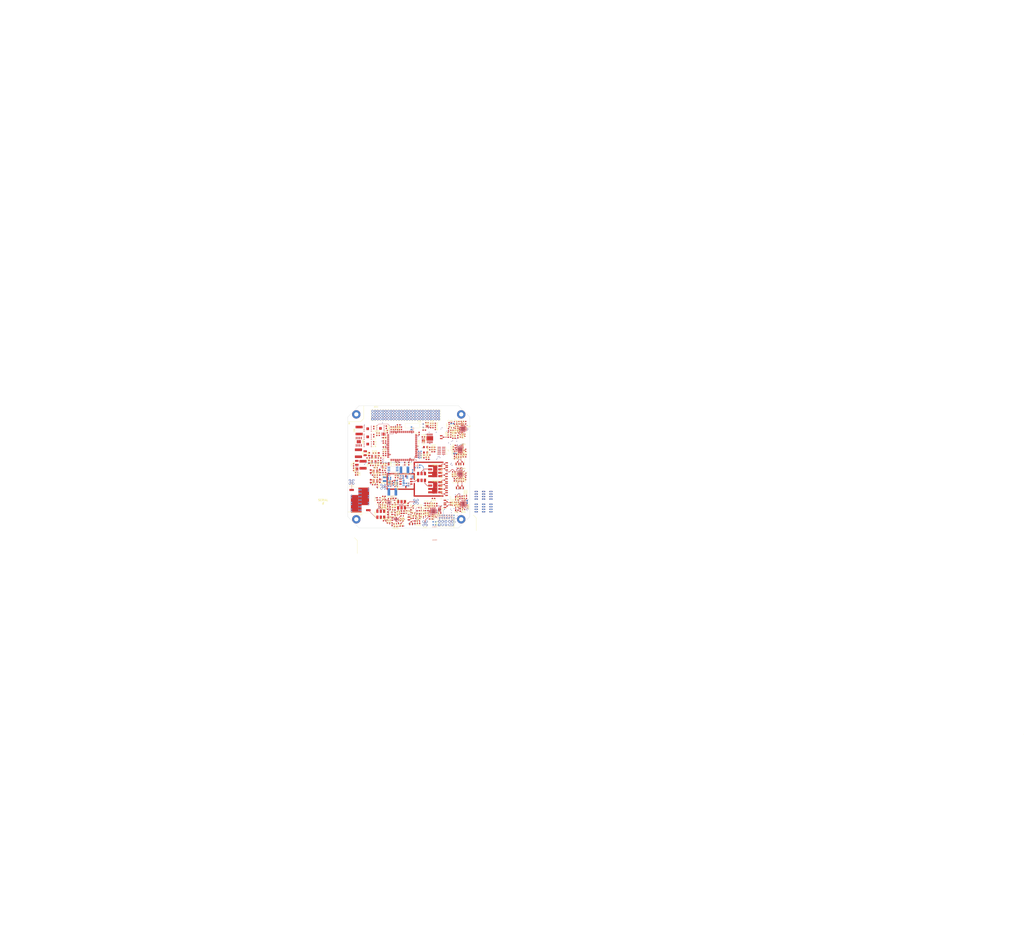
<source format=kicad_pcb>
(kicad_pcb (version 20221018) (generator pcbnew)
  (title_block (title "PacSat Alpha Board") (rev "0"))
  (layers (0 "F.Cu" signal "Top Components.Cu") (1 "In1.Cu" power "GND.Cu") (2 "In2.Cu" power "Signal 1 H.Cu") (3 "In3.Cu" signal "Signal 2 V.Cu") (4 "In4.Cu" signal "Power.Cu") (31 "B.Cu" signal "BackComponets.Cu") (34 "B.Paste" user) (35 "F.Paste" user) (36 "B.SilkS" user "B.Silkscreen") (37 "F.SilkS" user "F.Silkscreen") (38 "B.Mask" user) (39 "F.Mask" user) (44 "Edge.Cuts" user))
  (net 0 "")
  (net 1 "GND")
  (net 2 "+3.3V")
  (net 3 "+1V2")
  (net 4 "Net-(U26-CEXT)")
  (net 5 "Net-(C96-Pad1)")
  (net 6 "-2V BIAS")
  (net 7 "+5V")
  (net 8 "Net-(U28-X2)")
  (net 9 "Net-(U87-SS)")
  (net 10 "REG_3V3")
  (net 11 "REG_1V2")
  (net 12 "AX5043_3V3")
  (net 13 "SSPA_VCC")
  (net 14 "TX_OUT_DRV")
  (net 15 "Net-(C102-Pad2)")
  (net 16 "Net-(C103-Pad2)")
  (net 17 "Net-(U305-ANTP)")
  (net 18 "Net-(U305-ANTN)")
  (net 19 "Net-(U405-ANTP)")
  (net 20 "Net-(U405-ANTN)")
  (net 21 "Net-(C104-Pad2)")
  (net 22 "Net-(U505-ANTP)")
  (net 23 "Net-(U505-ANTN)")
  (net 24 "Net-(U107-P3)")
  (net 25 "Net-(U108-PDET)")
  (net 26 "Net-(C114-Pad1)")
  (net 27 "Net-(U28-X1)")
  (net 28 "Net-(U109-PDET)")
  (net 29 "Net-(U105-In)")
  (net 30 "Net-(C118-Pad1)")
  (net 31 "Net-(C113-Pad1)")
  (net 32 "Net-(C117-Pad1)")
  (net 33 "Net-(C603-Pad1)")
  (net 34 "Net-(C152-Pad1)")
  (net 35 "Net-(C154-Pad1)")
  (net 36 "Net-(C155-Pad1)")
  (net 37 "Net-(U156-ANTP)")
  (net 38 "Net-(C157-Pad2)")
  (net 39 "Net-(U156-ANTN)")
  (net 40 "Net-(C158-Pad2)")
  (net 41 "Net-(C159-Pad1)")
  (net 42 "Net-(C160-Pad1)")
  (net 43 "Net-(D2-K)")
  (net 44 "Net-(D2-A)")
  (net 45 "Net-(U156-CLK16P)")
  (net 46 "Net-(D3-K)")
  (net 47 "Net-(U205-ANTP)")
  (net 48 "Net-(D3-A)")
  (net 49 "Net-(U205-ANTN)")
  (net 50 "Net-(C203-Pad1)")
  (net 51 "Net-(U205-CLK16P)")
  (net 52 "Net-(U305-CLK16P)")
  (net 53 "Port3+")
  (net 54 "Net-(C402-Pad1)")
  (net 55 "Net-(C405-Pad1)")
  (net 56 "Net-(C409-Pad2)")
  (net 57 "UART_RX1")
  (net 58 "UART_TX1")
  (net 59 "EXP_EN_1")
  (net 60 "Net-(C410-Pad2)")
  (net 61 "Net-(C411-Pad1)")
  (net 62 "ATTACHED")
  (net 63 "I2C_SDA2")
  (net 64 "I2C_SCL2")
  (net 65 "ALERT_SIGNAL")
  (net 66 "FCODE_D0")
  (net 67 "FCODE_D3")
  (net 68 "FCODE_STROBE")
  (net 69 "CMD_MODE")
  (net 70 "Net-(C412-Pad1)")
  (net 71 "Net-(U405-CLK16P)")
  (net 72 "Net-(U305-L2)")
  (net 73 "Net-(U305-L1)")
  (net 74 "Net-(U405-L2)")
  (net 75 "Net-(U405-L1)")
  (net 76 "Net-(U505-L2)")
  (net 77 "Net-(U505-L1)")
  (net 78 "Net-(C502-Pad2)")
  (net 79 "Net-(C503-Pad2)")
  (net 80 "Net-(C505-Pad1)")
  (net 81 "Net-(U505-CLK16P)")
  (net 82 "Net-(Q601-G)")
  (net 83 "VSYS")
  (net 84 "PB_ENABLE")
  (net 85 "LIHU_L1")
  (net 86 "UART_TX2")
  (net 87 "UART_RX2")
  (net 88 "RTIHU_R0")
  (net 89 "LIHU_L0")
  (net 90 "RTIHU_R1")
  (net 91 "Net-(U110-P3)")
  (net 92 "Net-(T601-AA)")
  (net 93 "Net-(U90-EN_N)")
  (net 94 "Net-(U117-In)")
  (net 95 "Net-(U2-N2HET1_11)")
  (net 96 "Net-(R89-Pad1)")
  (net 97 "Net-(U94-SETI)")
  (net 98 "Net-(U92-ON)")
  (net 99 "Net-(U205-ANTP1)")
  (net 100 "Clock0")
  (net 101 "Net-(C303-Pad1)")
  (net 102 "Net-(C304-Pad1)")
  (net 103 "Net-(U305-ANTP1)")
  (net 104 "Clock1")
  (net 105 "Net-(U405-ANTP1)")
  (net 113 "Net-(C404-Pad1)")
  (net 120 "Clock2")
  (net 130 "Net-(C504-Pad1)")
  (net 137 "Clock3")
  (net 147 "Net-(C602-Pad1)")
  (net 150 "Net-(U405-GPADC1)")
  (net 151 "Net-(U405-GPADC2)")
  (net 160 "Net-(U505-ANTP1)")
  (net 163 "Net-(U505-GPADC1)")
  (net 164 "Net-(U505-GPADC2)")
  (net 167 "Clock4")
  (net 243 "AX5043_SEL_0")
  (net 244 "AX5043_IRQ")
  (net 245 "AX5043_SEL_1")
  (net 246 "AX5043_MOSI")
  (net 247 "AX5043_SEL_2")
  (net 248 "AX5043_MISO")
  (net 249 "AX5043_SEL_3")
  (net 250 "AX5043_CLK")
  (net 251 "AX5043_SEL_4")
  (net 252 "Net-(U205-L2)")
  (net 253 "Net-(U205-L1)")
  (net 254 "FAULT_N")
  (net 255 "Net-(J2-P10)")
  (net 256 "Net-(U2-nTRST)")
  (net 257 "Net-(D4-A)")
  (net 258 "VER_BIT3")
  (net 259 "VER_BIT2")
  (net 260 "VER_BIT1")
  (net 261 "VER_BIT0")
  (net 262 "Net-(U2-nPORRST)")
  (net 263 "I2C_SDA")
  (net 264 "I2C_SCL")
  (net 265 "Net-(U92-SETI)")
  (net 266 "Net-(U108-VBA1)")
  (net 267 "Net-(U108-VBA2)")
  (net 268 "SSPA_PDET_2")
  (net 269 "SSPA_PDET_1")
  (net 270 "Net-(U156-GPADC1)")
  (net 271 "Net-(U156-GPADC2)")
  (net 272 "Net-(U305-GPADC1)")
  (net 273 "Net-(U305-GPADC2)")
  (net 274 "Net-(T601-SC)")
  (net 275 "Net-(U651-VC)")
  (net 276 "USB_Suspend_Low")
  (net 277 "UART_CTS")
  (net 278 "UART_RTS")
  (net 279 "AX5043_IRQ_RX1")
  (net 283 "AX5043_IRQ_RX4")
  (net 284 "AX5043_IRQ_RX3")
  (net 285 "Net-(U91-SETI)")
  (net 286 "PWR_SW_AX5043")
  (net 287 "PWR_FLAG_AX5043")
  (net 288 "PWR_SW_SSPA")
  (net 289 "PWR_FLAG_SSPA")
  (net 290 "Net-(U651-OUT)")
  (net 291 "Clock5")
  (net 292 "Net-(U110-P2)")
  (net 293 "Net-(U110-P1)")
  (net 294 "Net-(U108-RFIN)")
  (net 295 "Net-(L113-Pad1)")
  (net 296 "Net-(L114-Pad1)")
  (net 304 "Net-(U156-L1)")
  (net 305 "Net-(U156-L2)")
  (net 309 "Net-(D4-K)")
  (net 310 "Net-(J2-P6)")
  (net 311 "Net-(J2-P4)")
  (net 312 "Net-(J2-P2)")
  (net 313 "Net-(J2-P8)")
  (net 314 "Net-(J2-P7)")
  (net 315 "CON_RX")
  (net 316 "CON_TX")
  (net 317 "Net-(U87-LX)")
  (net 318 "Net-(U107-P1)")
  (net 319 "Net-(U107-P2)")
  (net 320 "Net-(U109-RFIN)")
  (net 321 "Net-(C204-Pad2)")
  (net 322 "WDO_N")
  (net 323 "Net-(U109-VBA1)")
  (net 324 "Net-(U109-VBA2)")
  (net 325 "MRAM_NCS3")
  (net 326 "MRAM_NCS2")
  (net 327 "MRAM_NCS1")
  (net 328 "DCAN1TX")
  (net 329 "DCAN1RX")
  (net 330 "MRAM_MOSI")
  (net 331 "MRAM_MISO")
  (net 332 "MRAM_CLK")
  (net 333 "MRAM_NCS0")
  (net 334 "ONEWIRE")
  (net 335 "FEED_WATCHDOG")
  (net 340 "HW_POWER_OFF_N")
  (net 341 "Net-(U111-OUT)")
  (net 356 "AX5043_IRQ_RX2")
  (net 358 "AX5043_IRQ_TX")
  (net 366 "Current Fault_1V2")
  (net 369 "Current Fault_3V3")
  (net 371 "CURRENT_FAULT_U89")
  (net 389 "Net-(U88-SS)")
  (net 390 "REG_5.0V")
  (net 391 "Net-(U86-OUT)")
  (net 392 "Net-(U88-LX)")
  (net 393 "Net-(U93-SETI)")
  (net 394 "Net-(U91-ON)")
  (net 395 "REG_5V_EN")
  (net 398 "Net-(D26-K)")
  (net 399 "Net-(D27-K)")
  (net 403 "/Rx_Power_Divider/S+")
  (net 404 "/Rx_Power_Divider/S-")
  (net 408 "Net-(U602-OUT)")
  (net 409 "Net-(J151-In)")
  (net 413 "Net-(U208-In)")
  (net 414 "Net-(U207-In)")
  (net 415 "unconnected-(U602-DNC-Pad7)")
  (net 417 "Net-(U307-In)")
  (net 418 "Net-(U306-In)")
  (net 419 "Net-(U406-In)")
  (net 420 "Net-(U507-In)")
  (net 421 "Net-(U506-In)")
  (net 422 "Net-(Q602-Gate)")
  (net 423 "Net-(Q601-D)")
  (net 424 "Net-(Q602-D-Pad5)")
  (net 425 "Net-(PS601-Port4)")
  (net 426 "Net-(PS601-Port2)")
  (net 427 "Net-(PS601-Port1)")
  (net 428 "Net-(PS602-Port4)")
  (net 429 "Net-(PS602-Port3)")
  (net 430 "Net-(PS602-Port2)")
  (net 431 "Net-(PS602-Port1)")
  (net 432 "Net-(AE601-In)")
  (net 433 "Net-(#FLG027-pwr)")
  (net 434 "Net-(#FLG026-pwr)")
  (net 435 "Net-(#FLG087-pwr)")
  (net 436 "Net-(#FLG086-pwr)")
  (net 437 "Net-(#FLG0103-pwr)")
  (net 438 "Net-(#FLG0104-pwr)")
  (net 439 "Net-(#FLG0601-pwr)")
  (net 440 "Net-(#FLG06-pwr)")
  (net 441 "Net-(#FLG095-pwr)")
  (net 442 "Net-(#FLG0101-pwr)")
  (net 443 "Net-(#FLG0102-pwr)")
  (net 444 "Net-(#FLG094-pwr)")
  (footprint "Capacitor_SMD:C_0603_1608Metric_Pad1.08x0.95mm_HandSolder" (layer "F.Cu") (at 203.7715 78.9305 90)
    (fp_text reference "C2")
    (fp_text value "100n")
  )
  (footprint "Capacitor_SMD:C_0603_1608Metric_Pad1.08x0.95mm_HandSolder" (layer "F.Cu") (at 185.928 74.93 90)
    (fp_text reference "C3")
    (fp_text value "100n")
  )
  (footprint "Capacitor_SMD:C_0603_1608Metric_Pad1.08x0.95mm_HandSolder" (layer "F.Cu") (at 177.673 95.504 180)
    (fp_text reference "C4")
    (fp_text value "100n")
  )
  (footprint "Capacitor_SMD:C_0603_1608Metric_Pad1.08x0.95mm_HandSolder" (layer "F.Cu") (at 195.961 101.6 -90)
    (fp_text reference "C5")
    (fp_text value "100n")
  )
  (footprint "Capacitor_SMD:C_0603_1608Metric_Pad1.08x0.95mm_HandSolder" (layer "F.Cu") (at 192.913 101.6 -90)
    (fp_text reference "C6")
    (fp_text value "100n")
  )
  (footprint "Capacitor_SMD:C_0603_1608Metric_Pad1.08x0.95mm_HandSolder" (layer "F.Cu") (at 177.673 82.0166 180)
    (fp_text reference "C7")
    (fp_text value "100n")
  )
  (footprint "Capacitor_SMD:C_0603_1608Metric_Pad1.08x0.95mm_HandSolder" (layer "F.Cu") (at 177.673 86.106 180)
    (fp_text reference "C8")
    (fp_text value "100n")
  )
  (footprint "Capacitor_SMD:C_0603_1608Metric_Pad1.08x0.95mm_HandSolder" (layer "F.Cu") (at 177.7238 89.027 180)
    (fp_text reference "C9")
    (fp_text value "100n")
  )
  (footprint "LED_SMD:LED_0603_1608Metric_Pad1.05x0.95mm_HandSolder" (layer "F.Cu") (at 187.452 74.93 90)
    (fp_text reference "D2")
    (fp_text value "RED")
  )
  (footprint "LED_SMD:LED_0603_1608Metric_Pad1.05x0.95mm_HandSolder" (layer "F.Cu") (at 188.976 74.93 90)
    (fp_text reference "D3")
    (fp_text value "YEL")
  )
  (footprint "PacSatDev_ti:TQFP-144_20x20mm_Pitch0.5mm" (layer "F.Cu") (at 191.008 88.265 -90)
    (fp_text reference "U2")
    (fp_text value "TMS570LS0914PGE")
  )
  (footprint "Capacitor_SMD:C_0805_2012Metric_Pad1.18x1.45mm_HandSolder" (layer "F.Cu") (at 165.989 100.208 -90)
    (fp_text reference "C98")
    (fp_text value "1u")
  )
  (footprint "Capacitor_SMD:C_0805_2012Metric_Pad1.18x1.45mm_HandSolder" (layer "F.Cu") (at 167.339 107.447 -90)
    (fp_text reference "C99")
    (fp_text value "1u")
  )
  (footprint "Capacitor_SMD:C_0603_1608Metric_Pad1.08x0.95mm_HandSolder" (layer "F.Cu") (at 199.39 141.859 90)
    (fp_text reference "C102")
    (fp_text value "4p3")
  )
  (footprint "Capacitor_SMD:C_0603_1608Metric_Pad1.08x0.95mm_HandSolder" (layer "F.Cu") (at 195.453 132.3848 90)
    (fp_text reference "C106")
    (fp_text value "2200p")
  )
  (footprint "Capacitor_SMD:C_0603_1608Metric_Pad1.08x0.95mm_HandSolder" (layer "F.Cu") (at 190.7794 142.9258 180)
    (fp_text reference "C108")
    (fp_text value "1u")
  )
  (footprint "Capacitor_SMD:C_0603_1608Metric_Pad1.08x0.95mm_HandSolder" (layer "F.Cu") (at 181.911 135.001 -90)
    (fp_text reference "C109")
    (fp_text value "100p")
  )
  (footprint "Capacitor_SMD:C_0603_1608Metric_Pad1.08x0.95mm_HandSolder" (layer "F.Cu") (at 190.5 148.59)
    (fp_text reference "C110")
    (fp_text value "100p")
  )
  (footprint "Capacitor_SMD:C_0603_1608Metric_Pad1.08x0.95mm_HandSolder" (layer "F.Cu") (at 185.169931 127.767272)
    (fp_text reference "C111")
    (fp_text value "470p")
  )
  (footprint "PacSatDev_misc:L_Murata_LQH2MCNxxxx02_2.0x1.6mm" (layer "F.Cu") (at 194.2338 138.0236 -90)
    (fp_text reference "U106")
    (fp_text value "4n7")
  )
  (footprint "Resistor_SMD:R_0603_1608Metric_Pad0.98x0.95mm_HandSolder" (layer "F.Cu") (at 238.866973 70.765075 90)
    (fp_text reference "R402")
    (fp_text value "0R")
  )
  (footprint "PacSatDev_misc:RF_SHIELD_PAD" (layer "F.Cu") (at 257.8608 132.1788)
    (fp_text reference "U501" hide)
    (fp_text value "RF_SHIELD_PAD")
  )
  (footprint "PacSatDev_onsemi:QFN28" (layer "F.Cu") (at 234.823 109.0073 90)
    (fp_text reference "U205")
    (fp_text value "AX5043" hide)
  )
  (footprint "PacSatDev_onsemi:QFN28" (layer "F.Cu") (at 234.696 90.8406 90)
    (fp_text reference "U305")
    (fp_text value "AX5043" hide)
  )
  (footprint "PacSatDev_misc:L_Murata_LQH2MCNxxxx02_2.0x1.6mm" (layer "F.Cu") (at 237.236 136.144)
    (fp_text reference "L505")
    (fp_text value "0")
  )
  (footprint "Capacitor_SMD:C_0603_1608Metric_Pad1.08x0.95mm_HandSolder" (layer "F.Cu") (at 232.5487 130.864473 180)
    (fp_text reference "C502")
    (fp_text value "22p")
  )
  (footprint "Resistor_SMD:R_0603_1608Metric_Pad0.98x0.95mm_HandSolder" (layer "F.Cu") (at 177.510754 108.334546 180)
    (fp_text reference "R92")
    (fp_text value "1K")
  )
  (footprint "Resistor_SMD:R_0603_1608Metric_Pad0.98x0.95mm_HandSolder" (layer "F.Cu") (at 177.157 134.5555 180)
    (fp_text reference "FB103")
    (fp_text value "FerriteBead")
  )
  (footprint "Capacitor_SMD:C_0603_1608Metric_Pad1.08x0.95mm_HandSolder" (layer "F.Cu") (at 235.482 113.8943 -90)
    (fp_text reference "C202")
    (fp_text value "4p3")
  )
  (footprint "Capacitor_SMD:C_0603_1608Metric_Pad1.08x0.95mm_HandSolder" (layer "F.Cu") (at 183.3626 139.0142 90)
    (fp_text reference "C112")
    (fp_text value "470p")
  )
  (footprint "Capacitor_SMD:C_0603_1608Metric_Pad1.08x0.95mm_HandSolder" (layer "F.Cu") (at 211.875 132.461 -90)
    (fp_text reference "C162")
    (fp_text value "10p")
  )
  (footprint "PacSatDev_misc:RF_SHIELD_PAD" (layer "F.Cu") (at 246.7808 137.8458)
    (fp_text reference "U204" hide)
    (fp_text value "RF_SHIELD_PAD")
  )
  (footprint "Capacitor_SMD:C_2220_5650Metric_Pad1.97x5.40mm_HandSolder" (layer "F.Cu") (at 158.115 93.777 -90)
    (fp_text reference "C91")
    (fp_text value "22u")
  )
  (footprint "Resistor_SMD:R_0603_1608Metric_Pad0.98x0.95mm_HandSolder" (layer "F.Cu") (at 171.831 103.002)
    (fp_text reference "R109")
    (fp_text value "0R")
  )
  (footprint "PacSatDev_everspin:MR2xH40_DFN_SmallFlag" (layer "F.Cu") (at 165.067 81.407 -90)
    (fp_text reference "U77")
    (fp_text value "MR25H40" hide)
  )
  (footprint "Capacitor_SMD:C_0603_1608Metric_Pad1.08x0.95mm_HandSolder" (layer "F.Cu") (at 210.058 98.425)
    (fp_text reference "C651")
    (fp_text value "0.1u")
  )
  (footprint "PacSatDev_misc:U_FL" (layer "F.Cu") (at 232.957 119.8662)
    (fp_text reference "U208")
    (fp_text value "~")
  )
  (footprint "Capacitor_SMD:C_0805_2012Metric_Pad1.18x1.45mm_HandSolder" (layer "F.Cu") (at 174.197 107.32 90)
    (fp_text reference "C123")
    (fp_text value "1u")
  )
  (footprint "Resistor_SMD:R_0603_1608Metric_Pad0.98x0.95mm_HandSolder" (layer "F.Cu") (at 165.462 97.282 180)
    (fp_text reference "R93")
    (fp_text value "45k8 1%")
  )
  (footprint "Capacitor_SMD:C_0603_1608Metric_Pad1.08x0.95mm_HandSolder" (layer "F.Cu") (at 229.894 111.2273)
    (fp_text reference "C206")
    (fp_text value "10p")
  )
  (footprint "Resistor_SMD:R_0603_1608Metric_Pad0.98x0.95mm_HandSolder" (layer "F.Cu") (at 182.753 74.93 90)
    (fp_text reference "R8")
    (fp_text value "3K")
  )
  (footprint "Capacitor_SMD:C_0603_1608Metric_Pad1.08x0.95mm_HandSolder" (layer "F.Cu") (at 232.053 113.7673 -90)
    (fp_text reference "C203")
    (fp_text value "10n")
  )
  (footprint "Capacitor_SMD:C_0603_1608Metric_Pad1.08x0.95mm_HandSolder" (layer "F.Cu") (at 177.292 126.238 180)
    (fp_text reference "C115")
    (fp_text value "3p9")
  )
  (footprint "Capacitor_SMD:C_0603_1608Metric_Pad1.08x0.95mm_HandSolder" (layer "F.Cu") (at 214.376 89.281)
    (fp_text reference "C652")
    (fp_text value "0.1u")
  )
  (footprint "Resistor_SMD:R_0603_1608Metric_Pad0.98x0.95mm_HandSolder" (layer "F.Cu") (at 181.973489 115.824 90)
    (fp_text reference "R601")
    (fp_text value "5 Meg")
  )
  (footprint "Capacitor_SMD:C_0603_1608Metric_Pad1.08x0.95mm_HandSolder" (layer "F.Cu") (at 227.690973 79.020075 -90)
    (fp_text reference "C403")
    (fp_text value "27p")
  )
  (footprint "Capacitor_SMD:C_0603_1608Metric_Pad1.08x0.95mm_HandSolder" (layer "F.Cu") (at 226.674973 81.687075)
    (fp_text reference "C401")
    (fp_text value "27p")
  )
  (footprint "PacSatDev_misc:RF_SHIELD_PAD" (layer "F.Cu") (at 257.8608 122.6288)
    (fp_text reference "U401" hide)
    (fp_text value "RF_SHIELD_PAD")
  )
  (footprint "PacSatDev_maxim:TDFN_T633_2" (layer "F.Cu") (at 207.042 84.2475 90)
    (fp_text reference "U26")
    (fp_text value "DS28E83" hide)
  )
  (footprint "Capacitor_SMD:C_0603_1608Metric_Pad1.08x0.95mm_HandSolder" (layer "F.Cu") (at 235.307 95.7326 -90)
    (fp_text reference "C302")
    (fp_text value "4p3")
  )
  (footprint "Package_DFN_QFN:TDFN-10-1EP_2x3mm_P0.5mm_EP0.9x2mm" (layer "F.Cu") (at 209.8075 73.406)
    (fp_text reference "U28")
    (fp_text value "MAX31331")
  )
  (footprint "PacSatDev_MiniCircuits:BH292" (layer "F.Cu") (at 190.547 132.588 90)
    (fp_text reference "U107")
    (fp_text value "JPS-2-1W+")
  )
  (footprint "Resistor_SMD:R_0603_1608Metric_Pad0.98x0.95mm_HandSolder" (layer "F.Cu") (at 173.181 110.241)
    (fp_text reference "R98")
    (fp_text value "4.7k")
  )
  (footprint "Capacitor_SMD:C_0603_1608Metric_Pad1.08x0.95mm_HandSolder" (layer "F.Cu") (at 183.435 147.066 -90)
    (fp_text reference "C114")
    (fp_text value "1u")
  )
  (footprint "Resistor_SMD:R_0603_1608Metric_Pad0.98x0.95mm_HandSolder" (layer "F.Cu") (at 172.8743 78.5622)
    (fp_text reference "R30")
    (fp_text value "4k7")
  )
  (footprint "PacSatDev_onsemi:QFN28" (layer "F.Cu") (at 236.816473 75.418075)
    (fp_text reference "U405")
    (fp_text value "AX5043" hide)
  )
  (footprint "Capacitor_SMD:C_0603_1608Metric_Pad1.08x0.95mm_HandSolder" (layer "F.Cu") (at 234.5 127.164 90)
    (fp_text reference "C506")
    (fp_text value "6.8p")
  )
  (footprint "amsat_misc:CUBESAT_MOUNT_HOLE" (layer "F.Cu") (at 234.95 143.51)
    (fp_text reference "H104" hide)
    (fp_text value "CUBESAT_MOUNT_HOLE" hide)
  )
  (footprint "Capacitor_SMD:C_0603_1608Metric_Pad1.08x0.95mm_HandSolder" (layer "F.Cu") (at 183.435 143.383 90)
    (fp_text reference "C116")
    (fp_text value "3p9")
  )
  (footprint "PacSatDev_misc:L_Murata_LQH2MCNxxxx02_2.0x1.6mm" (layer "F.Cu") (at 229.957488 80.59794)
    (fp_text reference "L403")
    (fp_text value "68n")
  )
  (footprint "Capacitor_SMD:C_0603_1608Metric_Pad1.08x0.95mm_HandSolder" (layer "F.Cu") (at 197.5104 137.3124 -90)
    (fp_text reference "C103")
    (fp_text value "5p6")
  )
  (footprint "PacSatDev_misc:RF_SHIELD_PAD" (layer "F.Cu") (at 257.8608 126.4068)
    (fp_text reference "U403" hide)
    (fp_text value "RF_SHIELD_PAD")
  )
  (footprint "PacSatDev_misc:RF_SHIELD_PAD" (layer "F.Cu") (at 257.8608 128.2958)
    (fp_text reference "U404" hide)
    (fp_text value "RF_SHIELD_PAD")
  )
  (footprint "Resistor_SMD:R_0603_1608Metric_Pad0.98x0.95mm_HandSolder" (layer "F.Cu") (at 177.1555 106.751)
    (fp_text reference "R90")
    (fp_text value "10k")
  )
  (footprint "Capacitor_SMD:C_0603_1608Metric_Pad1.08x0.95mm_HandSolder" (layer "F.Cu") (at 227.182973 70.765075)
    (fp_text reference "C405")
    (fp_text value "1p")
  )
  (footprint "PacSatDev_maxim:TDFN_T1033_1" (layer "F.Cu") (at 156.853 105.5685 90)
    (fp_text reference "U87")
    (fp_text value "MAX1556A" hide)
  )
  (footprint "Capacitor_SMD:C_0603_1608Metric_Pad1.08x0.95mm_HandSolder" (layer "F.Cu") (at 203.327 146.685 180)
    (fp_text reference "C152")
    (fp_text value "NS")
  )
  (footprint "Capacitor_SMD:C_0603_1608Metric_Pad1.08x0.95mm_HandSolder" (layer "F.Cu") (at 238.784 112.7513 90)
    (fp_text reference "C204")
    (fp_text value "10n")
  )
  (footprint "Capacitor_SMD:C_0603_1608Metric_Pad1.08x0.95mm_HandSolder" (layer "F.Cu") (at 233.760473 70.765075 90)
    (fp_text reference "C413")
    (fp_text value "6.8p")
  )
  (footprint "Capacitor_SMD:C_0603_1608Metric_Pad1.08x0.95mm_HandSolder" (layer "F.Cu") (at 180.7415 146.304)
    (fp_text reference "C118")
    (fp_text value "4u7")
  )
  (footprint "PacSatDev_misc:U_FL" (layer "F.Cu") (at 197.7898 146.968)
    (fp_text reference "U155")
    (fp_text value "~")
  )
  (footprint "Capacitor_SMD:C_0603_1608Metric_Pad1.08x0.95mm_HandSolder" (layer "F.Cu") (at 157.48 109.3005 -90)
    (fp_text reference "C89")
    (fp_text value "1000p")
  )
  (footprint "PacSatDev_misc:L_Murata_LQH2MCNxxxx02_2.0x1.6mm" (layer "F.Cu") (at 225.658973 79.147075 90)
    (fp_text reference "L401")
    (fp_text value "30")
  )
  (footprint "PacSatDev_misc:RF_SHIELD_PAD" (layer "F.Cu") (at 257.8608 137.8458)
    (fp_text reference "U504" hide)
    (fp_text value "RF_SHIELD_PAD")
  )
  (footprint "Capacitor_SMD:C_0603_1608Metric_Pad1.08x0.95mm_HandSolder" (layer "F.Cu") (at 169.602354 80.529653 -90)
    (fp_text reference "C77")
    (fp_text value "100n")
  )
  (footprint "PacSatDev_misc:U_FL" (layer "F.Cu") (at 224.409 117.348 90)
    (fp_text reference "U607")
    (fp_text value "~")
  )
  (footprint "Resistor_SMD:R_0603_1608Metric_Pad0.98x0.95mm_HandSolder" (layer "F.Cu") (at 237.133 113.8943 -90)
    (fp_text reference "R201")
    (fp_text value "50")
  )
  (footprint "Resistor_SMD:R_0603_1608Metric_Pad0.98x0.95mm_HandSolder" (layer "F.Cu") (at 171.3465 111.892)
    (fp_text reference "R110")
    (fp_text value "10K")
  )
  (footprint "Capacitor_SMD:C_0603_1608Metric_Pad1.08x0.95mm_HandSolder" (layer "F.Cu") (at 186.856 110.49)
    (fp_text reference "C603")
    (fp_text value "0.1 u")
  )
  (footprint "PacSatDev_misc:RF_SHIELD_PAD" (layer "F.Cu") (at 252.3208 137.8458)
    (fp_text reference "U104" hide)
    (fp_text value "RF_SHIELD_PAD")
  )
  (footprint "amsat_misc:CUBESAT_MOUNT_HOLE" (layer "F.Cu") (at 234.95 64.77)
    (fp_text reference "H103" hide)
    (fp_text value "CUBESAT_MOUNT_HOLE" hide)
  )
  (footprint "PacSatDev_misc:RF_SHIELD_PAD" (layer "F.Cu") (at 246.7808 126.4068)
    (fp_text reference "U153" hide)
    (fp_text value "RF_SHIELD_PAD")
  )
  (footprint "Resistor_SMD:R_0603_1608Metric_Pad0.98x0.95mm_HandSolder" (layer "F.Cu") (at 234.757029 80.693912 -90)
    (fp_text reference "R401")
    (fp_text value "50")
  )
  (footprint "Capacitor_SMD:C_0603_1608Metric_Pad1.08x0.95mm_HandSolder" (layer "F.Cu") (at 213.32 74.533)
    (fp_text reference "C29")
    (fp_text value "22u")
  )
  (footprint "Capacitor_SMD:C_0603_1608Metric_Pad1.08x0.95mm_HandSolder" (layer "F.Cu") (at 169.642268 74.442776 -90)
    (fp_text reference "C76")
    (fp_text value "100n")
  )
  (footprint "Capacitor_SMD:C_0603_1608Metric_Pad1.08x0.95mm_HandSolder" (layer "F.Cu") (at 214.63 127.762 180)
    (fp_text reference "C606")
    (fp_text value "1u")
  )
  (footprint "Capacitor_SMD:C_0603_1608Metric_Pad1.08x0.95mm_HandSolder" (layer "F.Cu") (at 203.112 139.319 180)
    (fp_text reference "C154")
    (fp_text value "5p1")
  )
  (footprint "PacSatDev_misc:L_Murata_LQH2MCNxxxx02_2.0x1.6mm" (layer "F.Cu") (at 232.185808 134.368333)
    (fp_text reference "L504")
    (fp_text value "68n")
  )
  (footprint "PacSatDev_misc:L_Murata_LQH2MCNxxxx02_2.0x1.6mm" (layer "F.Cu") (at 229.5144 130.7084)
    (fp_text reference "L501")
    (fp_text value "68n")
  )
  (footprint "PacSatDev_misc:RF_SHIELD_PAD" (layer "F.Cu") (at 246.7808 122.6288)
    (fp_text reference "U151" hide)
    (fp_text value "RF_SHIELD_PAD")
  )
  (footprint "PacSatDev_misc:L_Murata_LQH2MCNxxxx02_2.0x1.6mm" (layer "F.Cu") (at 206.248 141.605)
    (fp_text reference "L153")
    (fp_text value "27n")
  )
  (footprint "PacSatDev_misc:L_Murata_LQH2MCNxxxx02_2.0x1.6mm" (layer "F.Cu") (at 181.11 141.986 180)
    (fp_text reference "L114")
    (fp_text value "12n")
  )
  (footprint "Resistor_SMD:R_0603_1608Metric_Pad0.98x0.95mm_HandSolder" (layer "F.Cu") (at 172.212 118.364 -90)
    (fp_text reference "R99")
    (fp_text value "4.7k")
  )
  (footprint "Capacitor_SMD:C_0603_1608Metric_Pad1.08x0.95mm_HandSolder" (layer "F.Cu") (at 179.113526 74.173365 -90)
    (fp_text reference "C79")
    (fp_text value "100n")
  )
  (footprint "Package_TO_SOT_SMD:SOT-23-6_Handsoldering" (layer "F.Cu") (at 169.7095 96.398)
    (fp_text reference "U91")
    (fp_text value "MAX4495_1")
  )
  (footprint "Resistor_SMD:R_0603_1608Metric_Pad0.98x0.95mm_HandSolder" (layer "F.Cu") (at 181.5535 128.016)
    (fp_text reference "R105")
    (fp_text value "0R")
  )
  (footprint "PacSatDev_misc:RF_SHIELD_PAD" (layer "F.Cu") (at 252.3208 124.5178)
    (fp_text reference "U302" hide)
    (fp_text value "RF_SHIELD_PAD")
  )
  (footprint "Capacitor_SMD:C_0603_1608Metric_Pad1.08x0.95mm_HandSolder" (layer "F.Cu") (at 180.133 139.065 90)
    (fp_text reference "C120")
    (fp_text value "10p")
  )
  (footprint "PacSatDev_misc:RF_SHIELD_PAD" (layer "F.Cu") (at 252.3208 132.1788)
    (fp_text reference "U101" hide)
    (fp_text value "RF_SHIELD_PAD")
  )
  (footprint "PacSatDev_onsemi:QFN28" (layer "F.Cu") (at 214.542 137.414)
    (fp_text reference "U156")
    (fp_text value "AX5043" hide)
  )
  (footprint "Resistor_SMD:R_0603_1608Metric_Pad0.98x0.95mm_HandSolder" (layer "F.Cu") (at 229.894 107.7983 180)
    (fp_text reference "R203")
    (fp_text value "0R")
  )
  (footprint "Capacitor_SMD:C_0805_2012Metric_Pad1.18x1.45mm_HandSolder" (layer "F.Cu") (at 166.1065 94.488 90)
    (fp_text reference "C97")
    (fp_text value "1u")
  )
  (footprint "RF_Mini-Circuits:Mini-Circuits_CD542_H2.84mm" (layer "F.Cu") (at 205.613 111.633 90)
    (fp_text reference "T601")
    (fp_text value "ADT4-1WT")
  )
  (footprint "PacSatDev_misc:L_Murata_LQH2MCNxxxx02_2.0x1.6mm" (layer "F.Cu") (at 185.809 146.939 180)
    (fp_text reference "L110")
    (fp_text value "12n")
  )
  (footprint "Capacitor_SMD:C_0603_1608Metric_Pad1.08x0.95mm_HandSolder" (layer "F.Cu") (at 213.614 142.367 -90)
    (fp_text reference "C160")
    (fp_text value "10n")
  )
  (footprint "Inductor_SMD:L_1210_3225Metric_Pad1.42x2.65mm_HandSolder" (layer "F.Cu") (at 156.869 100.984 90)
    (fp_text reference "L87")
    (fp_text value "3u3")
  )
  (footprint "Capacitor_SMD:C_0603_1608Metric_Pad1.08x0.95mm_HandSolder" (layer "F.Cu") (at 209.462 137.033 180)
    (fp_text reference "C157")
    (fp_text value "4p3")
  )
  (footprint "Capacitor_SMD:C_0603_1608Metric_Pad1.08x0.95mm_HandSolder" (layer "F.Cu") (at 232.970847 81.289306 -90)
    (fp_text reference "C408")
    (fp_text value "10p")
  )
  (footprint "PacSatDev_misc:MMCX" (layer "F.Cu") (at 201.422 130.302)
    (fp_text reference "U117")
    (fp_text value "SMA")
  )
  (footprint "Resistor_SMD:R_0603_1608Metric_Pad0.98x0.95mm_HandSolder" (layer "F.Cu") (at 177.157 132.9045 180)
    (fp_text reference "FB101")
    (fp_text value "FerriteBead")
  )
  (footprint "PacSatDev_misc:RF_SHIELD_PAD" (layer "F.Cu") (at 246.7808 124.5178)
    (fp_text reference "U152" hide)
    (fp_text value "RF_SHIELD_PAD")
  )
  (footprint "PacSatDev_misc:RF_SHIELD_PAD" (layer "F.Cu") (at 246.7808 128.2958)
    (fp_text reference "U154" hide)
    (fp_text value "RF_SHIELD_PAD")
  )
  (footprint "Capacitor_SMD:C_0603_1608Metric_Pad1.08x0.95mm_HandSolder" (layer "F.Cu") (at 209.764 70.723 180)
    (fp_text reference "C30")
    (fp_text value "22u")
  )
  (footprint "Capacitor_SMD:C_0805_2012Metric_Pad1.18x1.45mm_HandSolder" (layer "F.Cu") (at 173.355 94.615 90)
    (fp_text reference "C121")
    (fp_text value "1u")
  )
  (footprint "PacSatDev_misc:L_Murata_LQH2MCNxxxx02_2.0x1.6mm" (layer "F.Cu") (at 203.327 144.78)
    (fp_text reference "L151")
    (fp_text value "0")
  )
  (footprint "Resistor_SMD:R_0603_1608Metric_Pad0.98x0.95mm_HandSolder" (layer "F.Cu") (at 229.894 109.5763 180)
    (fp_text reference "R202")
    (fp_text value "0R")
  )
  (footprint "PacSatDev_misc:L_Murata_LQH2MCNxxxx02_2.0x1.6mm" (layer "F.Cu") (at 199.6694 138.811 180)
    (fp_text reference "L102")
    (fp_text value "43n")
  )
  (footprint "PacSatDev_misc:L_Murata_LQH2MCNxxxx02_2.0x1.6mm" (layer "F.Cu") (at 229.574684 132.92384)
    (fp_text reference "L502")
    (fp_text value "68n")
  )
  (footprint "Resistor_SMD:R_0603_1608Metric_Pad0.98x0.95mm_HandSolder" (layer "F.Cu") (at 213.32 72.882)
    (fp_text reference "R29")
    (fp_text value "4k7")
  )
  (footprint "PacSatDev_misc:L_Murata_LQH2MCNxxxx02_2.0x1.6mm" (layer "F.Cu") (at 177.538 130.8725 180)
    (fp_text reference "L109")
    (fp_text value "12n")
  )
  (footprint "Package_TO_SOT_SMD:SOT-23-6_Handsoldering" (layer "F.Cu") (at 169.592 100.269)
    (fp_text reference "U92")
    (fp_text value "MAX4495_1")
  )
  (footprint "Resistor_SMD:R_0603_1608Metric_Pad0.98x0.95mm_HandSolder" (layer "F.Cu") (at 210.947 95.123)
    (fp_text reference "R652")
    (fp_text value "10K")
  )
  (footprint "Resistor_SMD:R_0603_1608Metric_Pad0.98x0.95mm_HandSolder" (layer "F.Cu") (at 237.974 96.4946)
    (fp_text reference "R301")
    (fp_text value "50")
  )
  (footprint "Capacitor_SMD:C_0603_1608Metric_Pad1.08x0.95mm_HandSolder" (layer "F.Cu") (at 232.0025 73.406 180)
    (fp_text reference "C411")
    (fp_text value "10n")
  )
  (footprint "Resistor_SMD:R_0603_1608Metric_Pad0.98x0.95mm_HandSolder" (layer "F.Cu") (at 180.133 135.001 90)
    (fp_text reference "R103")
    (fp_text value "1k5")
  )
  (footprint "PacSatDev_misc:U_FL" (layer "F.Cu") (at 232.7054 101.8286)
    (fp_text reference "U307")
    (fp_text value "~")
  )
  (footprint "Resistor_SMD:R_0603_1608Metric_Pad0.98x0.95mm_HandSolder" (layer "F.Cu") (at 172.8743 80.3402)
    (fp_text reference "R31")
    (fp_text value "4k7")
  )
  (footprint "PacSatDev_misc:L_Murata_LQH2MCNxxxx02_2.0x1.6mm" (layer "F.Cu") (at 199.3646 134.1374 90)
    (fp_text reference "L106")
    (fp_text value "18n")
  )
  (footprint "Capacitor_SMD:C_0603_1608Metric_Pad1.08x0.95mm_HandSolder" (layer "F.Cu") (at 233.529 95.7326 -90)
    (fp_text reference "C301")
    (fp_text value "4p3")
  )
  (footprint "PacSatDev_misc:U_FL" (layer "F.Cu") (at 224.536 101.981 90)
    (fp_text reference "U611")
    (fp_text value "~")
  )
  (footprint "PacSatDev_misc:TB-471" (layer "F.Cu") (at 187.4529 117.22735 90)
    (fp_text reference "Q601")
    (fp_text value "SAV-331+")
  )
  (footprint "Resistor_SMD:R_0603_1608Metric_Pad0.98x0.95mm_HandSolder" (layer "F.Cu") (at 177.814 101.544 180)
    (fp_text reference "R91")
    (fp_text value "10k")
  )
  (footprint "Capacitor_SMD:C_0603_1608Metric_Pad1.08x0.95mm_HandSolder" (layer "F.Cu") (at 236.313172 81.099863 -90)
    (fp_text reference "C412")
    (fp_text value "10n")
  )
  (footprint "Resistor_SMD:R_0603_1608Metric_Pad0.98x0.95mm_HandSolder" (layer "F.Cu") (at 177.673 84.582)
    (fp_text reference "R13")
    (fp_text value "3k3")
  )
  (footprint "PacSatDev_misc:L_Murata_LQH2MCNxxxx02_2.0x1.6mm" (layer "F.Cu") (at 181.149 144.272 180)
    (fp_text reference "L112")
    (fp_text value "3n9")
  )
  (footprint "PacSatDev_everspin:MR2xH40_DFN_SmallFlag" (layer "F.Cu") (at 165.067 75.307 -90)
    (fp_text reference "U76")
    (fp_text value "MR25H40" hide)
  )
  (footprint "Capacitor_SMD:C_0603_1608Metric_Pad1.08x0.95mm_HandSolder" (layer "F.Cu") (at 209.335 133.096 180)
    (fp_text reference "C159")
    (fp_text value "10n")
  )
  (footprint "PacSatDev_misc:L_Murata_LQH2MCNxxxx02_2.0x1.6mm" (layer "F.Cu") (at 206.287 137.033)
    (fp_text reference "L154")
    (fp_text value "43n")
  )
  (footprint "Capacitor_SMD:C_0603_1608Metric_Pad1.08x0.95mm_HandSolder" (layer "F.Cu") (at 232.5487 132.434371 180)
    (fp_text reference "C503")
    (fp_text value "22p")
  )
  (footprint "Diode_SMD:D_0603_1608Metric" (layer "F.Cu") (at 215.987 75.1425 -90)
    (fp_text reference "D27")
    (fp_text value "RB521CS30L,315 ")
  )
  (footprint "Capacitor_SMD:C_0603_1608Metric_Pad1.08x0.95mm_HandSolder" (layer "F.Cu") (at 214.376 90.9785)
    (fp_text reference "C653")
    (fp_text value "0.1u")
  )
  (footprint "PacSatDev_misc:RF_SHIELD_PAD" (layer "F.Cu") (at 246.7808 135.9568)
    (fp_text reference "U203" hide)
    (fp_text value "RF_SHIELD_PAD")
  )
  (footprint "Capacitor_SMD:C_0603_1608Metric_Pad1.08x0.95mm_HandSolder" (layer "F.Cu") (at 230.03543 82.488046)
    (fp_text reference "C406")
    (fp_text value "5p6")
  )
  (footprint "Capacitor_SMD:C_0603_1608Metric_Pad1.08x0.95mm_HandSolder" (layer "F.Cu") (at 154.432 102.4425 90)
    (fp_text reference "C92")
    (fp_text value "10u")
  )
  (footprint "Capacitor_SMD:C_0603_1608Metric_Pad1.08x0.95mm_HandSolder" (layer "F.Cu") (at 217.082 132.486731 90)
    (fp_text reference "C163")
    (fp_text value "10n")
  )
  (footprint "PacSatDev_misc:U_FL" (layer "F.Cu") (at 196.0844 142.9258 -90)
    (fp_text reference "U105")
    (fp_text value "~")
  )
  (footprint "amsat_misc:CUBESAT_MOUNT_HOLE" (layer "F.Cu") (at 157.48 143.51)
    (fp_text reference "H102" hide)
    (fp_text value "CUBESAT_MOUNT_HOLE" hide)
  )
  (footprint "amsat_misc:L_Murata_LQH2MCNxxxx02_2.0x1.6mm" (layer "F.Cu") (at 186.563 114.173 180)
    (fp_text reference "L601")
    (fp_text value "620nH")
  )
  (footprint "Jumper:SolderJumper-2_P1.3mm_Open_RoundedPad1.0x1.5mm" (layer "F.Cu") (at 180.848 101.742 -90)
    (fp_text reference "JP86")
    (fp_text value "Disable Watchdog")
  )
  (footprint "Capacitor_SMD:C_0603_1608Metric_Pad1.08x0.95mm_HandSolder" (layer "F.Cu") (at 236.151 127 -90)
    (fp_text reference "C507")
    (fp_text value "10p")
  )
  (footprint "PacSatDev_misc:RF_SHIELD_PAD" (layer "F.Cu") (at 252.3208 135.9568)
    (fp_text reference "U103" hide)
    (fp_text value "RF_SHIELD_PAD")
  )
  (footprint "Resistor_SMD:R_0603_1608Metric_Pad0.98x0.95mm_HandSolder" (layer "F.Cu") (at 185.721 139.446 -90)
    (fp_text reference "R106")
    (fp_text value "0R")
  )
  (footprint "Resistor_SMD:R_0603_1608Metric_Pad0.98x0.95mm_HandSolder" (layer "F.Cu") (at 186.102 148.971 180)
    (fp_text reference "FB102")
    (fp_text value "FerriteBead")
  )
  (footprint "Package_TO_SOT_SMD:SOT-23-6_Handsoldering" (layer "F.Cu") (at 170.815 107.447)
    (fp_text reference "U93")
    (fp_text value "MAX4495_1")
  )
  (footprint "PacSatDev_misc:U_FL" (layer "F.Cu") (at 224.409 114.046 90)
    (fp_text reference "U605")
    (fp_text value "~")
  )
  (footprint "PacSatDev_misc:MMCX" (layer "F.Cu") (at 152.908 115.316)
    (fp_text reference "U113")
    (fp_text value "SMA")
  )
  (footprint "PacSatDev_misc:U_FL" (layer "F.Cu") (at 223.2406 133.6294 -90)
    (fp_text reference "U506")
    (fp_text value "~")
  )
  (footprint "PacSatDev_misc:L_Murata_LQH2MCNxxxx02_2.0x1.6mm" (layer "F.Cu") (at 174.3456 128.1938 -90)
    (fp_text reference "L111")
    (fp_text value "3n9")
  )
  (footprint "Resistor_SMD:R_0603_1608Metric_Pad0.98x0.95mm_HandSolder" (layer "F.Cu") (at 169.6485 117.48)
    (fp_text reference "R96")
    (fp_text value "45k8 1%")
  )
  (footprint "PacSatDev_maxim:TDFN_T833_2" (layer "F.Cu") (at 219.161 136.095 -90)
    (fp_text reference "U29")
    (fp_text value "MAX31725" hide)
  )
  (footprint "Package_SO:HTSSOP-14-1EP_4.4x5mm_P0.65mm_EP3.4x5mm_Mask3x3.1mm" (layer "F.Cu") (at 211.823 82.538 90)
    (fp_text reference "U652")
    (fp_text value "CDCLVC1106")
  )
  (footprint "PacSatDev_misc:MMCX" (layer "F.Cu") (at 208.28 146.558)
    (fp_text reference "J151")
    (fp_text value "SMA")
  )
  (footprint "Resistor_SMD:R_0603_1608Metric_Pad0.98x0.95mm_HandSolder" (layer "F.Cu") (at 173.8865 99.192 180)
    (fp_text reference "R107")
    (fp_text value "10K")
  )
  (footprint "Capacitor_SMD:C_0805_2012Metric_Pad1.18x1.45mm_HandSolder" (layer "F.Cu") (at 167.386 114.813 -90)
    (fp_text reference "C100")
    (fp_text value "1u")
  )
  (footprint "Capacitor_SMD:C_0603_1608Metric_Pad1.08x0.95mm_HandSolder" (layer "F.Cu") (at 169.555526 85.997488 -90)
    (fp_text reference "C78")
    (fp_text value "100n")
  )
  (footprint "Capacitor_SMD:C_0603_1608Metric_Pad1.08x0.95mm_HandSolder" (layer "F.Cu") (at 233.831 113.8943 -90)
    (fp_text reference "C201")
    (fp_text value "4p3")
  )
  (footprint "Resistor_SMD:R_0603_1608Metric_Pad0.98x0.95mm_HandSolder" (layer "F.Cu") (at 207.391 96.139 90)
    (fp_text reference "FB651")
    (fp_text value "FerriteBead_Small")
  )
  (footprint "Misc1:AMSAT_Conn_04_28" (layer "F.Cu") (at 168.66 68.04)
    (fp_text reference "J651")
    (fp_text value "Conn_04x28_Pin")
  )
  (footprint "Capacitor_SMD:C_0603_1608Metric_Pad1.08x0.95mm_HandSolder" (layer "F.Cu") (at 231.91 95.7326 -90)
    (fp_text reference "C303")
    (fp_text value "10n")
  )
  (footprint "PacSatDev_misc:U_FL" (layer "F.Cu") (at 236.22 101.8286)
    (fp_text reference "U306")
    (fp_text value "~")
  )
  (footprint "PacSatDev_murata:L_0603" (layer "F.Cu") (at 196.85 139.954)
    (fp_text reference "L101")
    (fp_text value "100n")
  )
  (footprint "Capacitor_SMD:C_0603_1608Metric_Pad1.08x0.95mm_HandSolder" (layer "F.Cu") (at 235.411473 70.765075 90)
    (fp_text reference "C414")
    (fp_text value "10p")
  )
  (footprint "Capacitor_SMD:C_0603_1608Metric_Pad1.08x0.95mm_HandSolder" (layer "F.Cu") (at 203.112 137.033 180)
    (fp_text reference "C155")
    (fp_text value "11p")
  )
  (footprint "LED_SMD:LED_0603_1608Metric_Pad1.05x0.95mm_HandSolder" (layer "F.Cu") (at 184.404 74.93 90)
    (fp_text reference "D4")
    (fp_text value "GRN")
  )
  (footprint "Resistor_SMD:R_0603_1608Metric_Pad0.98x0.95mm_HandSolder" (layer "F.Cu") (at 211.751896 90.244048 90)
    (fp_text reference "FB652")
    (fp_text value "FerriteBead_Small")
  )
  (footprint "PacSatDev_misc:L_Murata_LQH2MCNxxxx02_2.0x1.6mm" (layer "F.Cu") (at 209.55 140.716)
    (fp_text reference "L156")
    (fp_text value "100n")
  )
  (footprint "Capacitor_SMD:C_0603_1608Metric_Pad1.08x0.95mm_HandSolder" (layer "F.Cu") (at 207.042 81.456)
    (fp_text reference "C28")
    (fp_text value "470n")
  )
  (footprint "Capacitor_SMD:C_0603_1608Metric_Pad1.08x0.95mm_HandSolder" (layer "F.Cu") (at 233.958 105.1578)
    (fp_text reference "C207")
    (fp_text value "10n")
  )
  (footprint "Resistor_SMD:R_0603_1608Metric_Pad0.98x0.95mm_HandSolder" (layer "F.Cu") (at 177.673 93.98)
    (fp_text reference "R11")
    (fp_text value "1k")
  )
  (footprint "Capacitor_SMD:C_0603_1608Metric_Pad1.08x0.95mm_HandSolder" (layer "F.Cu") (at 200.66 145.669 -90)
    (fp_text reference "C151")
    (fp_text value "NS")
  )
  (footprint "PacSatDev_misc:L_Murata_LQH2MCNxxxx02_2.0x1.6mm" (layer "F.Cu") (at 177.505 128.524 180)
    (fp_text reference "L113")
    (fp_text value "12n")
  )
  (footprint "PacSatDev_misc:U_FL" (layer "F.Cu") (at 236.0304 119.8626)
    (fp_text reference "U207")
    (fp_text value "~")
  )
  (footprint "Resistor_SMD:R_0603_1608Metric_Pad0.98x0.95mm_HandSolder" (layer "F.Cu") (at 177.847 144.653)
    (fp_text reference "FB104")
    (fp_text value "FerriteBead")
  )
  (footprint "Capacitor_SMD:C_0603_1608Metric_Pad1.08x0.95mm_HandSolder" (layer "F.Cu") (at 173.601 130.8725 180)
    (fp_text reference "C119")
    (fp_text value "10p")
  )
  (footprint "Capacitor_SMD:C_2220_5650Metric_Pad1.97x5.40mm_HandSolder" (layer "F.Cu") (at 158.623 76.6615 90)
    (fp_text reference "C88")
    (fp_text value "10u")
  )
  (footprint "Resistor_SMD:R_0603_1608Metric_Pad0.98x0.95mm_HandSolder" (layer "F.Cu") (at 177.673 92.456)
    (fp_text reference "R12")
    (fp_text value "1k")
  )
  (footprint "PacSatDev_nxp:QFN12" (layer "F.Cu") (at 186.563 143.4785 180)
    (fp_text reference "U108")
    (fp_text value "MMZ09312BT1" hide)
  )
  (footprint "Resistor_SMD:R_0603_1608Metric_Pad0.98x0.95mm_HandSolder" (layer "F.Cu") (at 169.625 110.241)
    (fp_text reference "R95")
    (fp_text value "143k 1%")
  )
  (footprint "PacSatDev_misc:U_FL" (layer "F.Cu") (at 224.4634 124.46 90)
    (fp_text reference "U610")
    (fp_text value "~")
  )
  (footprint "Crystal:Crystal_AT310_D3.0mm_L10.0mm_Horizontal" (layer "F.Cu") (at 206.883 71.755 -90)
    (fp_text reference "Y26")
    (fp_text value "32.768 kHz")
  )
  (footprint "PacSatDev_misc:RF_SHIELD_PAD" (layer "F.Cu") (at 252.3208 128.2958)
    (fp_text reference "U304" hide)
    (fp_text value "RF_SHIELD_PAD")
  )
  (footprint "amsat_misc:CUBESAT_MOUNT_HOLE" (layer "F.Cu") (at 157.48 64.77)
    (fp_text reference "H101" hide)
    (fp_text value "CUBESAT_MOUNT_HOLE" hide)
  )
  (footprint "Package_TO_SOT_SMD:SOT-23-5" (layer "F.Cu") (at 177.433 104.145)
    (fp_text reference "U90")
    (fp_text value "STWD100NYWY3F")
  )
  (footprint "RF_Mini-Circuits:Mini-Circuits_HF1139_LandPatternPL-230" (layer "F.Cu") (at 159.258 129.032 180)
    (fp_text reference "U111")
    (fp_text value "SXBP-425+")
  )
  (footprint "PacSatDev_samtec:FTSH-105-01-L-DV-K" (layer "F.Cu") (at 220.599 91.821 90)
    (fp_text reference "J2")
    (fp_text value "CONN_02X05")
  )
  (footprint "PacSatDev_misc:RF_SHIELD_PAD" (layer "F.Cu") (at 252.3208 126.4068)
    (fp_text reference "U303" hide)
    (fp_text value "RF_SHIELD_PAD")
  )
  (footprint "Resistor_SMD:R_0603_1608Metric_Pad0.98x0.95mm_HandSolder" (layer "F.Cu") (at 170.1705 93.67)
    (fp_text reference "R100")
    (fp_text value "10K")
  )
  (footprint "Resistor_SMD:R_0603_1608Metric_Pad0.98x0.95mm_HandSolder" (layer "F.Cu") (at 188.8236 101.5746 90)
    (fp_text reference "R9")
    (fp_text value "1k")
  )
  (footprint "Resistor_SMD:R_0603_1608Metric_Pad0.98x0.95mm_HandSolder" (layer "F.Cu") (at 189.15 146.685 180)
    (fp_text reference "R104")
    (fp_text value "1k5")
  )
  (footprint "Resistor_SMD:R_0603_1608Metric_Pad0.98x0.95mm_HandSolder" (layer "F.Cu") (at 190.7794 144.6022)
    (fp_text reference "R102")
    (fp_text value "330R")
  )
  (footprint "PacSatDev_misc:RF_SHIELD_PAD" (layer "F.Cu") (at 257.8608 124.5178)
    (fp_text reference "U402" hide)
    (fp_text value "RF_SHIELD_PAD")
  )
  (footprint "PacSatDev_misc:MMCX" (layer "F.Cu") (at 176.731585 118.977675 180)
    (fp_text reference "AE601")
    (fp_text value "SMA")
  )
  (footprint "PacSatDev_misc:L_Murata_LQH2MCNxxxx02_2.0x1.6mm" (layer "F.Cu") (at 232.149637 128.942766 180)
    (fp_text reference "L503")
    (fp_text value "68n")
  )
  (footprint "Resistor_SMD:R_0603_1608Metric_Pad0.98x0.95mm_HandSolder" (layer "F.Cu") (at 237.189473 70.765075 90)
    (fp_text reference "R403")
    (fp_text value "0R")
  )
  (footprint "PacSatDev_nxp:QFN12" (layer "F.Cu") (at 181.149 131.064 90)
    (fp_text reference "U109")
    (fp_text value "MMZ09312BT1" hide)
  )
  (footprint "PacSatDev_misc:U_FL" (layer "F.Cu") (at 224.536 105.3686 90)
    (fp_text reference "U606")
    (fp_text value "~")
  )
  (footprint "PacSatDev_misc:L_Murata_LQH2MCNxxxx02_2.0x1.6mm" (layer "F.Cu") (at 232.540329 78.447653)
    (fp_text reference "L406")
    (fp_text value "150n")
  )
  (footprint "Capacitor_SMD:C_0603_1608Metric_Pad1.08x0.95mm_HandSolder" (layer "F.Cu") (at 190.547 138.176 90)
    (fp_text reference "C105")
    (fp_text value "NS")
  )
  (footprint "Capacitor_SMD:C_2220_5650Metric_Pad1.97x5.40mm_HandSolder" (layer "F.Cu") (at 161.544 102.4425 -90)
    (fp_text reference "C94")
    (fp_text value "22u")
  )
  (footprint "PacSatDev_misc:L_Murata_LQH2MCNxxxx02_2.0x1.6mm" (layer "F.Cu") (at 215.734 141.986)
    (fp_text reference "L158")
    (fp_text value "0")
  )
  (footprint "Capacitor_SMD:C_0603_1608Metric_Pad1.08x0.95mm_HandSolder" (layer "F.Cu") (at 201.295 141.859 -90)
    (fp_text reference "C153")
    (fp_text value "NS")
  )
  (footprint "Capacitor_SMD:C_0603_1608Metric_Pad1.08x0.95mm_HandSolder" (layer "F.Cu") (at 177.510754 109.893791 180)
    (fp_text reference "C96")
    (fp_text value "10u")
  )
  (footprint "PacSatDev_misc:L_Murata_LQH2MCNxxxx02_2.0x1.6mm" (layer "F.Cu") (at 204.509 134.747)
    (fp_text reference "L152")
    (fp_text value "27n")
  )
  (footprint "Capacitor_SMD:C_0603_1608Metric_Pad1.08x0.95mm_HandSolder" (layer "F.Cu") (at 209.462 138.811 180)
    (fp_text reference "C158")
    (fp_text value "4p3")
  )
  (footprint "Capacitor_SMD:C_0603_1608Metric_Pad1.08x0.95mm_HandSolder" (layer "F.Cu") (at 231.988968 74.948612 180)
    (fp_text reference "C409")
    (fp_text value "4p3")
  )
  (footprint "amsat_misc:L_Murata_LQH2MCNxxxx02_2.0x1.6mm" (layer "F.Cu") (at 238.863 91.5416 90)
    (fp_text reference "L301")
    (fp_text value "0")
  )
  (footprint "PacSatDev_maxim:TDFN_T833_2" (layer "F.Cu") (at 177.038 79.3496)
    (fp_text reference "U30")
    (fp_text value "MAX31725" hide)
  )
  (footprint "Capacitor_SMD:C_0805_2012Metric_Pad1.18x1.45mm_HandSolder" (layer "F.Cu") (at 173.99 101.097 180)
    (fp_text reference "C122")
    (fp_text value "1u")
  )
  (footprint "PacSatDev_misc:L_Murata_LQH2MCNxxxx02_2.0x1.6mm" (layer "F.Cu") (at 184.832 132.461 180)
    (fp_text reference "L107")
    (fp_text value "1n2")
  )
  (footprint "PacSatDev_MiniCircuits:CJ725" (layer "F.Cu") (at 215.9 107.188)
    (fp_text reference "PS601")
    (fp_text value "AD4PS+1")
  )
  (footprint "Inductor_SMD:L_1210_3225Metric_Pad1.42x2.65mm_HandSolder" (layer "F.Cu") (at 163.195 93.767 -90)
    (fp_text reference "L86")
    (fp_text value "3u3")
  )
  (footprint "Resistor_SMD:R_0603_1608Metric_Pad0.98x0.95mm_HandSolder" (layer "F.Cu") (at 186.69 101.6 90)
    (fp_text reference "R10")
    (fp_text value "1k")
  )
  (footprint "Resistor_SMD:R_0603_1608Metric_Pad0.98x0.95mm_HandSolder" (layer "F.Cu") (at 239.453 126.91 90)
    (fp_text reference "R502")
    (fp_text value "0R")
  )
  (footprint "PacSatDev_misc:L_Murata_LQH2MCNxxxx02_2.0x1.6mm" (layer "F.Cu") (at 206.287 139.319)
    (fp_text reference "L155")
    (fp_text value "43n")
  )
  (footprint "Capacitor_SMD:C_0603_1608Metric_Pad1.08x0.95mm_HandSolder" (layer "F.Cu") (at 209.335 131.445)
    (fp_text reference "C161")
    (fp_text value "6.8p")
  )
  (footprint "Resistor_SMD:R_0603_1608Metric_Pad0.98x0.95mm_HandSolder" (layer "F.Cu") (at 173.9805 97.353)
    (fp_text reference "R108")
    (fp_text value "0R")
  )
  (footprint "Resistor_SMD:R_0603_1608Metric_Pad0.98x0.95mm_HandSolder" (layer "F.Cu") (at 184.705 134.62)
    (fp_text reference "R101")
    (fp_text value "330R")
  )
  (footprint "Capacitor_SMD:C_0603_1608Metric_Pad1.08x0.95mm_HandSolder" (layer "F.Cu") (at 214.376 92.6295)
    (fp_text reference "C654")
    (fp_text value "0.1u")
  )
  (footprint "Capacitor_SMD:C_0603_1608Metric_Pad1.08x0.95mm_HandSolder" (layer "F.Cu") (at 179.8574 77.47 90)
    (fp_text reference "C32")
    (fp_text value "100n")
  )
  (footprint "Capacitor_SMD:C_0603_1608Metric_Pad1.08x0.95mm_HandSolder" (layer "F.Cu") (at 204.001 141.859 -90)
    (fp_text reference "C156")
    (fp_text value "5p6")
  )
  (footprint "Capacitor_SMD:C_0603_1608Metric_Pad1.08x0.95mm_HandSolder" (layer "F.Cu") (at 234.62994 136.539797 -90)
    (fp_text reference "C505")
    (fp_text value "10n")
  )
  (footprint "PacSatDev_misc:L_Murata_LQH2MCNxxxx02_2.0x1.6mm" (layer "F.Cu") (at 228.934473 74.575075)
    (fp_text reference "L404")
    (fp_text value "120n")
  )
  (footprint "Capacitor_SMD:C_0603_1608Metric_Pad1.08x0.95mm_HandSolder" (layer "F.Cu") (at 225.912973 76.124475 -90)
    (fp_text reference "C402")
    (fp_text value "NS")
  )
  (footprint "PacSatDev_misc:L_Murata_LQH2MCNxxxx02_2.0x1.6mm" (layer "F.Cu") (at 229.938002 78.396065)
    (fp_text reference "L405")
    (fp_text value "120n")
  )
  (footprint "Resistor_SMD:R_0603_1608Metric_Pad0.98x0.95mm_HandSolder" (layer "F.Cu") (at 210.058 96.774)
    (fp_text reference "R651")
    (fp_text value "10K")
  )
  (footprint "Capacitor_SMD:C_0603_1608Metric_Pad1.08x0.95mm_HandSolder" (layer "F.Cu") (at 228.426473 76.480075 180)
    (fp_text reference "C404")
    (fp_text value "12p")
  )
  (footprint "PacSatDev_misc:L_Murata_LQH2MCNxxxx02_2.0x1.6mm" (layer "F.Cu") (at 191.055 140.97 180)
    (fp_text reference "L108")
    (fp_text value "1n2")
  )
  (footprint "Capacitor_SMD:C_0603_1608Metric_Pad1.08x0.95mm_HandSolder" (layer "F.Cu") (at 219.202 138.815 180)
    (fp_text reference "C31")
    (fp_text value "100n")
  )
  (footprint "PacSatDev_misc:L_Murata_LQH2MCNxxxx02_2.0x1.6mm" (layer "F.Cu") (at 185.416037 129.98223 -90)
    (fp_text reference "L105")
    (fp_text value "18n")
  )
  (footprint "Capacitor_SMD:C_0603_1608Metric_Pad1.08x0.95mm_HandSolder" (layer "F.Cu") (at 230.275 113.7673 -90)
    (fp_text reference "C205")
    (fp_text value "6.8p")
  )
  (footprint "PacSatDev_misc:RF_SHIELD_PAD" (layer "F.Cu") (at 246.7808 134.0678)
    (fp_text reference "U202" hide)
    (fp_text value "RF_SHIELD_PAD")
  )
  (footprint "Capacitor_SMD:C_0603_1608Metric_Pad1.08x0.95mm_HandSolder" (layer "F.Cu") (at 207.6715 76.327)
    (fp_text reference "C27")
    (fp_text value "6p")
  )
  (footprint "PacSatDev_everspin:MR2xH40_DFN_SmallFlag" (layer "F.Cu") (at 165.1 86.868 -90)
    (fp_text reference "U78")
    (fp_text value "MR25H40" hide)
  )
  (footprint "Resistor_SMD:R_0603_1608Metric_Pad0.98x0.95mm_HandSolder" (layer "F.Cu") (at 154.432 105.8715 -90)
    (fp_text reference "R86")
    (fp_text value "0R")
  )
  (footprint "PacSatDev_misc:U_FL" (layer "F.Cu") (at 224.409 110.236 90)
    (fp_text reference "U609")
    (fp_text value "~")
  )
  (footprint "Capacitor_SMD:C_0603_1608Metric_Pad1.08x0.95mm_HandSolder" (layer "F.Cu") (at 227.4316 131.814322 -90)
    (fp_text reference "C501")
    (fp_text value "4p3")
  )
  (footprint "PacSatDev_misc:U_FL" (layer "F.Cu") (at 223.2406 130.2884 -90)
    (fp_text reference "U507")
    (fp_text value "~")
  )
  (footprint "Diode_SMD:D_0603_1608Metric" (layer "F.Cu") (at 215.987 71.993 -90)
    (fp_text reference "D26")
    (fp_text value "RB521CS30L,315 ")
  )
  (footprint "amsat_misc:L_Murata_LQH2MCNxxxx02_2.0x1.6mm" (layer "F.Cu") (at 239.038 109.5763 90)
    (fp_text reference "L201")
    (fp_text value "0")
  )
  (footprint "Capacitor_SMD:C_0603_1608Metric_Pad1.08x0.95mm_HandSolder" (layer "F.Cu") (at 172.1866 128.1673 90)
    (fp_text reference "C117")
    (fp_text value "4u7")
  )
  (footprint "Capacitor_SMD:C_0603_1608Metric_Pad1.08x0.95mm_HandSolder" (layer "F.Cu") (at 232.14 126.492 180)
    (fp_text reference "C504")
    (fp_text value "10n")
  )
  (footprint "Resistor_SMD:R_0603_1608Metric_Pad0.98x0.95mm_HandSolder" (layer "F.Cu") (at 230.973344 88.716476 90)
    (fp_text reference "R302")
    (fp_text value "0R")
  )
  (footprint "Resistor_SMD:R_0603_1608Metric_Pad0.98x0.95mm_HandSolder" (layer "F.Cu") (at 229.47896 89.910679 90)
    (fp_text reference "R303")
    (fp_text value "0R")
  )
  (footprint "Resistor_SMD:R_0603_1608Metric_Pad0.98x0.95mm_HandSolder" (layer "F.Cu") (at 215.297335 132.523294 90)
    (fp_text reference "R152")
    (fp_text value "0R")
  )
  (footprint "PacSatDev_misc:L_Murata_LQH2MCNxxxx02_2.0x1.6mm" (layer "F.Cu") (at 238.205473 80.202075 90)
    (fp_text reference "L408")
    (fp_text value "0")
  )
  (footprint "PacSatDev_misc:RF_SHIELD_PAD" (layer "F.Cu") (at 252.3208 134.0678)
    (fp_text reference "U102" hide)
    (fp_text value "RF_SHIELD_PAD")
  )
  (footprint "PacSatDev_misc:RF_SHIELD_PAD" (layer "F.Cu") (at 252.3208 122.6288)
    (fp_text reference "U301" hide)
    (fp_text value "RF_SHIELD_PAD")
  )
  (footprint "Resistor_SMD:R_0603_1608Metric_Pad0.98x0.95mm_HandSolder" (layer "F.Cu") (at 186.856 112.141)
    (fp_text reference "R603")
    (fp_text value "1K")
  )
  (footprint "Capacitor_SMD:C_0603_1608Metric_Pad1.08x0.95mm_HandSolder" (layer "F.Cu") (at 192.325 138.176 -90)
    (fp_text reference "C104")
    (fp_text value "4p3")
  )
  (footprint "PacSatDev_MiniCircuits:CJ725" (layer "F.Cu") (at 215.9 119.38)
    (fp_text reference "PS602")
    (fp_text value "AD4PS+1")
  )
  (footprint "Package_TO_SOT_SMD:SOT-23-6_Handsoldering" (layer "F.Cu") (at 170.862 114.747)
    (fp_text reference "U94")
    (fp_text value "MAX4495_1")
  )
  (footprint "PacSatDev_misc:U_FL" (layer "F.Cu") (at 224.409 120.8626 90)
    (fp_text reference "U608")
    (fp_text value "~")
  )
  (footprint "Capacitor_SMD:C_0603_1608Metric_Pad1.08x0.95mm_HandSolder" (layer "F.Cu") (at 238.252 94.8436)
    (fp_text reference "C304")
    (fp_text value "10n")
  )
  (footprint "Resistor_SMD:R_0603_1608Metric_Pad0.98x0.95mm_HandSolder" (layer "F.Cu") (at 168.148 103.002)
    (fp_text reference "R94")
    (fp_text value "45k8 1%")
  )
  (footprint "Resistor_SMD:R_0603_1608Metric_Pad0.98x0.95mm_HandSolder" (layer "F.Cu") (at 211.836 142.367 -90)
    (fp_text reference "R151")
    (fp_text value "50")
  )
  (footprint "PacSatDev_misc:L_Murata_LQH2MCNxxxx02_2.0x1.6mm" (layer "F.Cu") (at 209.716 135.128)
    (fp_text reference "L157")
    (fp_text value "100n")
  )
  (footprint "PacSatDev_misc:L_Murata_LQH2MCNxxxx02_2.0x1.6mm" (layer "F.Cu") (at 188.134 137.795 180)
    (fp_text reference "L104")
    (fp_text value "1n2")
  )
  (footprint "Resistor_SMD:R_0603_1608Metric_Pad0.98x0.95mm_HandSolder" (layer "F.Cu") (at 171.276 104.653)
    (fp_text reference "R97")
    (fp_text value "10K")
  )
  (footprint "PacSatDev_MiniCircuits:BH292" (layer "F.Cu") (at 174.926 139.7 90)
    (fp_text reference "U110")
    (fp_text value "JPS-2-1W+")
  )
  (footprint "Capacitor_SMD:C_0805_2012Metric_Pad1.18x1.45mm_HandSolder" (layer "F.Cu") (at 174.371 114.686 90)
    (fp_text reference "C101")
    (fp_text value "1u")
  )
  (footprint "Capacitor_SMD:C_0603_1608Metric_Pad1.08x0.95mm_HandSolder" (layer "F.Cu") (at 230.378 93.4466 90)
    (fp_text reference "C306")
    (fp_text value "10p")
  )
  (footprint "Capacitor_SMD:C_0603_1608Metric_Pad1.08x0.95mm_HandSolder" (layer "F.Cu") (at 231.271789 71.849857 180)
    (fp_text reference "C407")
    (fp_text value "10p")
  )
  (footprint "Resistor_SMD:R_0603_1608Metric_Pad0.98x0.95mm_HandSolder" (layer "F.Cu") (at 213.32 71.231)
    (fp_text reference "R28")
    (fp_text value "4k7")
  )
  (footprint "PacSatDev_misc:RF_SHIELD_PAD" (layer "F.Cu") (at 257.8608 135.9568)
    (fp_text reference "U503" hide)
    (fp_text value "RF_SHIELD_PAD")
  )
  (footprint "Resistor_SMD:R_0603_1608Metric_Pad0.98x0.95mm_HandSolder" (layer "F.Cu") (at 190.5 74.93 90)
    (fp_text reference "R7")
    (fp_text value "3K")
  )
  (footprint "Capacitor_SMD:C_0603_1608Metric_Pad1.08x0.95mm_HandSolder" (layer "F.Cu") (at 155.956 109.3005 -90)
    (fp_text reference "C86")
    (fp_text value "470n")
  )
  (footprint "PacSatDev_misc:L_Murata_LQH2MCNxxxx02_2.0x1.6mm" (layer "F.Cu") (at 226.420973 73.051075 90)
    (fp_text reference "L402")
    (fp_text value "68n")
  )
  (footprint "Resistor_SMD:R_0603_1608Metric_Pad0.98x0.95mm_HandSolder" (layer "F.Cu") (at 213.6295 132.334 90)
    (fp_text reference "R153")
    (fp_text value "0R")
  )
  (footprint "RF_Mini-Circuits:Mini-Circuits_GP731" (layer "F.Cu") (at 193.802 115.062)
    (fp_text reference "U604")
    (fp_text value "RBP-140+")
  )
  (footprint "Resistor_SMD:R_0603_1608Metric_Pad0.98x0.95mm_HandSolder" (layer "F.Cu") (at 237.728 126.8495 90)
    (fp_text reference "R503")
    (fp_text value "0R")
  )
  (footprint "Capacitor_SMD:C_0603_1608Metric_Pad1.08x0.95mm_HandSolder" (layer "F.Cu") (at 174.625 133.5278 -90)
    (fp_text reference "C113")
    (fp_text value "1u")
  )
  (footprint "PacSatDev_misc:L_Murata_LQH2MCNxxxx02_2.0x1.6mm" (layer "F.Cu") (at 231.294963 70.015323)
    (fp_text reference "L407")
    (fp_text value "150n")
  )
  (footprint "PacSatDev_everspin:MR2xH40_DFN_SmallFlag" (layer "F.Cu") (at 174.658 75.057 -90)
    (fp_text reference "U79")
    (fp_text value "MR25H40" hide)
  )
  (footprint "Capacitor_SMD:C_0603_1608Metric_Pad1.08x0.95mm_HandSolder" (layer "F.Cu") (at 230.378 97.0026 -90)
    (fp_text reference "C305")
    (fp_text value "6.8p")
  )
  (footprint "Oscillator:Oscillator_SMD_Fox_FT5H_5.0x3.2mm" (layer "F.Cu") (at 208.661 91.186 180)
    (fp_text reference "U651")
    (fp_text value "588S160X2CAT")
  )
  (footprint "Resistor_SMD:R_0603_1608Metric_Pad0.98x0.95mm_HandSolder" (layer "F.Cu") (at 232.156 136.906 180)
    (fp_text reference "R501")
    (fp_text value "50")
  )
  (footprint "Capacitor_SMD:C_0603_1608Metric_Pad1.08x0.95mm_HandSolder" (layer "F.Cu") (at 231.982473 76.480075 180)
    (fp_text reference "C410")
    (fp_text value "4p3")
  )
  (footprint "PacSatDev_onsemi:QFN28" (layer "F.Cu") (at 237.212 131.929)
    (fp_text reference "U505")
    (fp_text value "AX5043" hide)
  )
  (footprint "PacSatDev_murata:L_0603" (layer "F.Cu") (at 188.134 139.827)
    (fp_text reference "L103")
    (fp_text value "18n")
  )
  (footprint "Package_SO:TI_SO-PowerPAD-8" (layer "F.Cu") (at 158.369 85.076 -90)
    (fp_text reference "U86")
    (fp_text value "TPS7A21-Q1")
  )
  (footprint "PacSatDev_misc:RF_SHIELD_PAD" (layer "F.Cu") (at 257.8608 134.0678)
    (fp_text reference "U502" hide)
    (fp_text value "RF_SHIELD_PAD")
  )
  (footprint "Capacitor_SMD:C_0603_1608Metric_Pad1.08x0.95mm_HandSolder" (layer "F.Cu") (at 184.705 136.398 180)
    (fp_text reference "C107")
    (fp_text value "1u")
  )
  (footprint "Connector_PinHeader_2.54mm:PinHeader_2x05_P2.54mm_Vertical" (layer "F.Cu") (at 218.948 147.701 90)
    (fp_text reference "J801")
    (fp_text value "Conn_02x05_Odd_Even")
  )
  (footprint "PacSatDev_misc:U_FL" (layer "F.Cu") (at 220.4684 81.6864 -90)
    (fp_text reference "U406")
    (fp_text value "~")
  )
  (footprint "PacSatDev_misc:RF_SHIELD_PAD" (layer "F.Cu") (at 246.7808 132.1788)
    (fp_text reference "U201" hide)
    (fp_text value "RF_SHIELD_PAD")
  )
  (footprint "PacSatDev_misc:L_Murata_LQH2MCNxxxx02_2.0x1.6mm" (layer "F.Cu") (at 186.436 118.872)
    (fp_text reference "L602")
    (fp_text value "120 nH")
  )
  (footprint "Resistor_SMD:R_0603_1608Metric_Pad0.98x0.95mm_HandSolder" (layer "F.Cu") (at 188.341 72.39 180)
    (fp_text reference "R6")
    (fp_text value "3K")
  )
  (footprint "Capacitor_SMD:C_0603_1608Metric_Pad1.08x0.95mm_HandSolder" (layer "F.Cu") (at 183.642 115.824 90)
    (fp_text reference "C601")
    (fp_text value "2.2 nF")
  )
  (footprint "Resistor_SMD:R_0603_1608Metric_Pad0.98x0.95mm_HandSolder" (layer "B.Cu") (at 204.343 92.329)
    (fp_text reference "R2")
    (fp_text value "3k3")
  )
  (footprint "Resistor_SMD:R_0603_1608Metric_Pad0.98x0.95mm_HandSolder" (layer "B.Cu") (at 204.343 93.853)
    (fp_text reference "R3")
    (fp_text value "3k3")
  )
  (footprint "Resistor_SMD:R_0603_1608Metric_Pad0.98x0.95mm_HandSolder" (layer "B.Cu") (at 222.758 141.5015 -90)
    (fp_text reference "R803")
    (fp_text value "10K")
  )
  (footprint "Resistor_SMD:R_0603_1608Metric_Pad0.98x0.95mm_HandSolder" (layer "B.Cu") (at 215.265 145.415)
    (fp_text reference "R806")
    (fp_text value "10K")
  )
  (footprint "Capacitor_SMD:C_2220_5650Metric_Pad1.97x5.40mm_HandSolder" (layer "B.Cu") (at 183.642 122.936)
    (fp_text reference "C95")
    (fp_text value "22u")
  )
  (footprint "Package_SO:SO-8_3.9x4.9mm_P1.27mm" (layer "B.Cu") (at 189.519 116.205 180)
    (fp_text reference "Q602")
    (fp_text value "~")
  )
  (footprint "Capacitor_SMD:C_0603_1608Metric_Pad1.08x0.95mm_HandSolder" (layer "B.Cu") (at 190.754 110.744 180)
    (fp_text reference "C605")
    (fp_text value "1u")
  )
  (footprint "Capacitor_SMD:C_0603_1608Metric_Pad1.08x0.95mm_HandSolder" (layer "B.Cu") (at 240.03 130.466 -90)
    (fp_text reference "C508")
    (fp_text value "10n")
  )
  (footprint "Resistor_SMD:R_0603_1608Metric_Pad0.98x0.95mm_HandSolder" (layer "B.Cu") (at 204.343 97.028 180)
    (fp_text reference "R4")
    (fp_text value "3k3")
  )
  (footprint "Resistor_SMD:R_0603_1608Metric_Pad0.98x0.95mm_HandSolder" (layer "B.Cu") (at 220.98 141.478 -90)
    (fp_text reference "R807")
    (fp_text value "10K")
  )
  (footprint "Capacitor_SMD:C_0603_1608Metric_Pad1.08x0.95mm_HandSolder" (layer "B.Cu") (at 230.64 93.9205 180)
    (fp_text reference "C307")
    (fp_text value "10n")
  )
  (footprint "Capacitor_SMD:C_2220_5650Metric_Pad1.97x5.40mm_HandSolder" (layer "B.Cu") (at 192.714792 106.474056 180)
    (fp_text reference "C93")
    (fp_text value "10u")
  )
  (footprint "Capacitor_SMD:C_0603_1608Metric_Pad1.08x0.95mm_HandSolder" (layer "B.Cu") (at 195.834 117.348 90)
    (fp_text reference "C607")
    (fp_text value "0.1 u")
  )
  (footprint "Resistor_SMD:R_0603_1608Metric_Pad0.98x0.95mm_HandSolder" (layer "B.Cu") (at 215.2885 147.701)
    (fp_text reference "R801")
    (fp_text value "10K")
  )
  (footprint "Capacitor_SMD:C_0603_1608Metric_Pad1.08x0.95mm_HandSolder" (layer "B.Cu") (at 198.882 107.188 90)
    (fp_text reference "C604")
    (fp_text value "1u")
  )
  (footprint "Package_SO:MSOP-8_3x3mm_P0.65mm" (layer "B.Cu") (at 196.85 111.76 180)
    (fp_text reference "U602")
    (fp_text value "LT6657AHMS8-2.5")
  )
  (footprint "Resistor_SMD:R_0603_1608Metric_Pad0.98x0.95mm_HandSolder" (layer "B.Cu") (at 184.404 116.84 -90)
    (fp_text reference "R606")
    (fp_text value "5K")
  )
  (footprint "Inductor_SMD:L_1210_3225Metric_Pad1.42x2.65mm_HandSolder" (layer "B.Cu") (at 177.794254 113.260343 -90)
    (fp_text reference "L88")
    (fp_text value "3u3")
  )
  (footprint "Resistor_SMD:R_0603_1608Metric_Pad0.98x0.95mm_HandSolder" (layer "B.Cu") (at 181.3795 112.014 180)
    (fp_text reference "R87")
    (fp_text value "0R")
  )
  (footprint "Resistor_SMD:R_0603_1608Metric_Pad0.98x0.95mm_HandSolder" (layer "B.Cu") (at 226.441 141.5015 -90)
    (fp_text reference "R809")
    (fp_text value "10K")
  )
  (footprint "Capacitor_SMD:C_0603_1608Metric_Pad1.08x0.95mm_HandSolder" (layer "B.Cu") (at 190.5 112.522 180)
    (fp_text reference "C602")
    (fp_text value "0.1 u")
  )
  (footprint "Resistor_SMD:R_0603_1608Metric_Pad0.98x0.95mm_HandSolder" (layer "B.Cu") (at 229.997 141.478 -90)
    (fp_text reference "R805")
    (fp_text value "10K")
  )
  (footprint "Resistor_SMD:R_0603_1608Metric_Pad0.98x0.95mm_HandSolder" (layer "B.Cu") (at 219.329 141.478 -90)
    (fp_text reference "R802")
    (fp_text value "10K")
  )
  (footprint "Capacitor_SMD:C_0603_1608Metric_Pad1.08x0.95mm_HandSolder" (layer "B.Cu") (at 181.356 113.284)
    (fp_text reference "C87")
    (fp_text value "470n")
  )
  (footprint "Capacitor_SMD:C_0603_1608Metric_Pad1.08x0.95mm_HandSolder" (layer "B.Cu") (at 204.343 95.377 180)
    (fp_text reference "C10")
    (fp_text value "100n")
  )
  (footprint "Package_SO:SO-6_4.4x3.6mm_P1.27mm" (layer "B.Cu") (at 184.15 105.664)
    (fp_text reference "U206")
    (fp_text value "TLP3905")
  )
  (footprint "Resistor_SMD:R_0603_1608Metric_Pad0.98x0.95mm_HandSolder" (layer "B.Cu") (at 224.536 141.5015 -90)
    (fp_text reference "R808")
    (fp_text value "10K")
  )
  (footprint "Resistor_SMD:R_0603_1608Metric_Pad0.98x0.95mm_HandSolder" (layer "B.Cu") (at 187.96 109.728 -90)
    (fp_text reference "R89")
    (fp_text value "10")
  )
  (footprint "PacSatDev_maxim:TDFN_T1033_1" (layer "B.Cu") (at 181.2685 115.824 90)
    (fp_text reference "U88")
    (fp_text value "MAX1556A" hide)
  )
  (footprint "Resistor_SMD:R_0603_1608Metric_Pad0.98x0.95mm_HandSolder" (layer "B.Cu") (at 180.848 109.474 -90)
    (fp_text reference "R602")
    (fp_text value "10K")
  )
  (footprint "Resistor_SMD:R_0603_1608Metric_Pad0.98x0.95mm_HandSolder" (layer "B.Cu") (at 198.12 74.93 90)
    (fp_text reference "R5")
    (fp_text value "3k3")
  )
  (footprint "Resistor_SMD:R_0603_1608Metric_Pad0.98x0.95mm_HandSolder" (layer "B.Cu") (at 228.219 141.4717 -90)
    (fp_text reference "R804")
    (fp_text value "10K")
  )
  (footprint "Capacitor_SMD:C_0603_1608Metric_Pad1.08x0.95mm_HandSolder" (layer "B.Cu") (at 228.727 71.413 180)
    (fp_text reference "C415")
    (fp_text value "10n")
  )
  (footprint "Resistor_SMD:R_0603_1608Metric_Pad0.98x0.95mm_HandSolder" (layer "B.Cu") (at 201.676 104.648 180)
    (fp_text reference "R604")
    (fp_text value "3K")
  )
  (footprint "Resistor_SMD:R_0603_1608Metric_Pad0.98x0.95mm_HandSolder" (layer "B.Cu") (at 194.31 117.348 90)
    (fp_text reference "R607")
    (fp_text value "1MEG")
  )
  (footprint "Resistor_SMD:R_0603_1608Metric_Pad0.98x0.95mm_HandSolder" (layer "B.Cu") (at 204.216 103.632 -90)
    (fp_text reference "R605")
    (fp_text value "2K")
  )
  (footprint "Capacitor_SMD:C_0603_1608Metric_Pad1.08x0.95mm_HandSolder" (layer "B.Cu") (at 181.356 118.618 180)
    (fp_text reference "C90")
    (fp_text value "1000p")
  )
  (gr_line (start 232.25 70) (end 230 67.75) (stroke (width 0.2)) (layer "F.SilkS"))
  (gr_line (start 159.75 70) (end 150.1 70) (stroke (width 0.2)) (layer "F.SilkS"))
  (gr_line (start 159.75 70) (end 162 67.75) (stroke (width 0.2)) (layer "F.SilkS"))
  (gr_line (start 230 140.25) (end 230 149.9) (stroke (width 0.2)) (layer "F.SilkS"))
  (gr_line (start 246.761 142.495) (end 246.761 152.145) (stroke (width 0.2)) (layer "F.SilkS"))
  (gr_line (start 244.511 140.245) (end 246.761 142.495) (stroke (width 0.2)) (layer "F.SilkS"))
  (gr_line (start 157.332509 159.661402) (end 157.332509 169.311402) (stroke (width 0.2)) (layer "F.SilkS"))
  (gr_line (start 162.010729 67.690232) (end 162.010729 58.040232) (stroke (width 0.2)) (layer "F.SilkS"))
  (gr_line (start 658.964 305.3965) (end 659.091 305.3965) (stroke (width 0.2)) (layer "F.SilkS"))
  (gr_line (start 238.009 101.0915) (end 238.009 91.4415) (stroke (width 0.2)) (layer "F.SilkS"))
  (gr_line (start 161.100525 137.930883) (end 150.165525 137.930883) (stroke (width 0.2)) (layer "F.SilkS"))
  (gr_line (start 230.996 107.9673) (end 240.646 107.9673) (stroke (width 0.2)) (layer "F.SilkS"))
  (gr_line (start 157.338785 159.625731) (end 155.088785 157.375731) (stroke (width 0.2)) (layer "F.SilkS"))
  (gr_line (start 150 66.5) (end 158.5 58) (stroke (width 0.15)) (layer "Edge.Cuts"))
  (gr_line (start 158.5 150) (end 150 141.5) (stroke (width 0.15)) (layer "Edge.Cuts"))
  (gr_line (start 158.5 150) (end 233.5 150) (stroke (width 0.15)) (layer "Edge.Cuts"))
  (gr_line (start 233.5 150) (end 242 141.5) (stroke (width 0.15)) (layer "Edge.Cuts"))
  (gr_line (start 242 141.5) (end 242 66.5) (stroke (width 0.15)) (layer "Edge.Cuts"))
  (gr_line (start 150 66.5) (end 150 141.5) (stroke (width 0.15)) (layer "Edge.Cuts"))
  (gr_line (start 242 66.5) (end 233.5 58) (stroke (width 0.15)) (layer "Edge.Cuts"))
  (gr_line (start 158.5 58) (end 233.5 58) (stroke (width 0.15)) (layer "Edge.Cuts"))
  (gr_text "A" (at 151.13 71.247) (layer "F.SilkS") (effects (font (size 1.5 1.5) (thickness 0.3))))
  (gr_text "SERIAL\n#" (at 131.5339 130.302) (layer "F.SilkS") (effects (font (size 1.5 1.5) (thickness 0.3))))
  (segment (start 196.758 97.628) (end 196.977 97.409) (width 0.3048) (layer "F.Cu") (net 1))
  (segment (start 197.258 97.69) (end 196.977 97.409) (width 0.3048) (layer "F.Cu") (net 1))
  (segment (start 202.5328 91.015) (end 202.7428 90.805) (width 0.3048) (layer "F.Cu") (net 1))
  (segment (start 202.4528 90.515) (end 202.7428 90.805) (width 0.3048) (layer "F.Cu") (net 1))
  (segment (start 186.758 78.799) (end 186.5122 79.0448) (width 0.254) (layer "F.Cu") (net 1))
  (segment (start 186.258 78.7906) (end 186.5122 79.0448) (width 0.254) (layer "F.Cu") (net 1))
  (segment (start 182.145 94.515) (end 182.372 94.742) (width 0.3048) (layer "F.Cu") (net 1))
  (segment (start 182.099 95.015) (end 182.372 94.742) (width 0.3048) (layer "F.Cu") (net 1))
  (segment (start 239.4712 125.9793) (end 239.4712 124.4854) (width 0.3302) (layer "F.Cu") (net 1))
  (segment (start 235.576973 76.418075) (end 235.765973 76.607075) (width 0.254) (layer "F.Cu") (net 1))
  (segment (start 197.5104 136.4499) (end 198.4767 136.4499) (width 0.3302) (layer "F.Cu") (net 1))
  (segment (start 174.197 105.128) (end 174.164 105.095) (width 0.254) (layer "F.Cu") (net 1))
  (segment (start 175.241 110.241) (end 175.307 110.175) (width 0.254) (layer "F.Cu") (net 1))
  (segment (start 187.434 140.8356) (end 187.4266 140.843) (width 0.3302) (layer "F.Cu") (net 1))
  (segment (start 232.3319 87.8351) (end 232.7148 87.4522) (width 0.381) (layer "F.Cu") (net 1))
  (segment (start 233.823 111.2323) (end 233.823 110.5756) (width 0.254) (layer "F.Cu") (net 1))
  (segment (start 196.0844 141.8708) (end 196.0844 141.1514) (width 0.3302) (layer "F.Cu") (net 1))
  (segment (start 167.339 108.4845) (end 167.339 110.067) (width 0.254) (layer "F.Cu") (net 1))
  (segment (start 234.987 132.929) (end 236.127 132.929) (width 0.254) (layer "F.Cu") (net 1))
  (segment (start 216.13225 89.281) (end 216.296 89.11725) (width 0.254) (layer "F.Cu") (net 1))
  (segment (start 208.4725 131.445) (end 207.518 131.445) (width 0.3302) (layer "F.Cu") (net 1))
  (segment (start 214.718 143.51) (end 213.8945 143.51) (width 0.3302) (layer "F.Cu") (net 1))
  (segment (start 215.2385 90.9785) (end 216.13225 90.9785) (width 0.254) (layer "F.Cu") (net 1))
  (segment (start 181.911 135.8635) (end 181.911 136.6304) (width 0.3302) (layer "F.Cu") (net 1))
  (segment (start 233.823 110.5756) (end 234.442 109.9566) (width 0.254) (layer "F.Cu") (net 1))
  (segment (start 218.836 136.42) (end 219.161 136.095) (width 0.3302) (layer "F.Cu") (net 1))
  (segment (start 180.458 95.015) (end 182.099 95.015) (width 0.3048) (layer "F.Cu") (net 1))
  (segment (start 236.066532 104.764686) (end 235.213614 104.764686) (width 0.508) (layer "F.Cu") (net 1))
  (segment (start 172.386 135.5636) (end 172.4152 135.5344) (width 0.3302) (layer "F.Cu") (net 1))
  (segment (start 183.435 142.5205) (end 184.1003 142.5205) (width 0.3302) (layer "F.Cu") (net 1))
  (segment (start 184.1003 142.5205) (end 184.3278 142.748) (width 0.3302) (layer "F.Cu") (net 1))
  (segment (start 174.371 112.908) (end 173.863 112.4) (width 0.254) (layer "F.Cu") (net 1))
  (segment (start 196.758 97.628) (end 196.758 98.815) (width 0.3048) (layer "F.Cu") (net 1))
  (segment (start 185.5675 137.2059) (end 185.6994 137.3378) (width 0.3302) (layer "F.Cu") (net 1))
  (segment (start 216.296 90.81475) (end 216.296 91.22065) (width 0.254) (layer "F.Cu") (net 1))
  (segment (start 190.2725 137.3135) (end 189.7888 136.8298) (width 0.3302) (layer "F.Cu") (net 1))
  (segment (start 186.063 144.0006) (end 186.055 143.9926) (width 0.3302) (layer "F.Cu") (net 1))
  (segment (start 208.4725 133.096) (end 207.4926 133.096) (width 0.3302) (layer "F.Cu") (net 1))
  (segment (start 231.2775 126.4561) (end 233.4768 124.2568) (width 0.3302) (layer "F.Cu") (net 1))
  (segment (start 200.152 116.586) (end 200.152 120.589469) (width 1.016) (layer "F.Cu") (net 1))
  (segment (start 207.098 142.914) (end 207.01 143.002) (width 0.3302) (layer "F.Cu") (net 1))
  (segment (start 186.063 144.8285) (end 186.063 144.0006) (width 0.3302) (layer "F.Cu") (net 1))
  (segment (start 236.127 132.929) (end 236.204 133.006) (width 0.254) (layer "F.Cu") (net 1))
  (segment (start 201.295 143.383) (end 201.676 143.764) (width 0.3302) (layer "F.Cu") (net 1))
  (segment (start 180.133 138.2025) (end 180.133 137.3848) (width 0.3302) (layer "F.Cu") (net 1))
  (segment (start 218.44 136.398) (end 218.858 136.398) (width 0.3302) (layer "F.Cu") (net 1))
  (segment (start 231.335808 134.368333) (end 231.335808 136.813692) (width 0.508) (layer "F.Cu") (net 1))
  (segment (start 234.912897 137.402297) (end 235.7882 138.2776) (width 0.3302) (layer "F.Cu") (net 1))
  (segment (start 182.145 94.515) (end 180.458 94.515) (width 0.3048) (layer "F.Cu") (net 1))
  (segment (start 200.152 120.142) (end 200.152 125.984) (width 1.016) (layer "F.Cu") (net 1))
  (segment (start 221.742 100.584) (end 200.152 100.584) (width 1.016) (layer "F.Cu") (net 1))
  (segment (start 231.335808 136.813692) (end 231.2435 136.906) (width 0.1524) (layer "F.Cu") (net 1))
  (segment (start 218.836 137.57) (end 218.836 136.42) (width 0.3302) (layer "F.Cu") (net 1))
  (segment (start 231.2775 126.492) (end 231.2775 126.4561) (width 0.1524) (layer "F.Cu") (net 1))
  (segment (start 176.8613 89.9911) (end 176.8602 89.9922) (width 0.2032) (layer "F.Cu") (net 1))
  (segment (start 174.371 113.6485) (end 174.371 112.908) (width 0.254) (layer "F.Cu") (net 1))
  (segment (start 202.2495 137.033) (end 202.2495 138.1105) (width 0.254) (layer "F.Cu") (net 1))
  (segment (start 235.566 130.929) (end 236.566 131.929) (width 0.254) (layer "F.Cu") (net 1))
  (segment (start 186.563 142.1285) (end 186.563 143.4785) (width 0.3302) (layer "F.Cu") (net 1))
  (segment (start 174.625 134.3903) (end 174.3445 134.3903) (width 0.3302) (layer "F.Cu") (net 1))
  (segment (start 234.591473 76.418075) (end 235.576973 76.418075) (width 0.254) (layer "F.Cu") (net 1))
  (segment (start 231.2435 136.906) (end 231.2435 136.9841) (width 0.1524) (layer "F.Cu") (net 1))
  (segment (start 167.4915 108.4845) (end 167.339 108.4845) (width 0.254) (layer "F.Cu") (net 1))
  (segment (start 234.591473 74.418075) (end 235.100973 74.418075) (width 0.254) (layer "F.Cu") (net 1))
  (segment (start 207.098 141.605) (end 207.098 142.914) (width 0.3302) (layer "F.Cu") (net 1))
  (segment (start 204.3673 142.7215) (end 204.9272 143.2814) (width 0.3302) (layer "F.Cu") (net 1))
  (segment (start 170.434 110.241) (end 169.545 111.13) (width 0.254) (layer "F.Cu") (net 1))
  (segment (start 200.152 120.848534) (end 179.832 120.848534) (width 1.016) (layer "F.Cu") (net 1))
  (segment (start 167.386 115.8505) (end 167.386 117.353) (width 0.254) (layer "F.Cu") (net 1))
  (segment (start 234.62994 137.402297) (end 234.912897 137.402297) (width 0.1524) (layer "F.Cu") (net 1))
  (segment (start 213.8945 143.51) (end 213.614 143.2295) (width 0.3302) (layer "F.Cu") (net 1))
  (segment (start 200.152 100.965) (end 200.152 106.807) (width 1.016) (layer "F.Cu") (net 1))
  (segment (start 211.836 98.425) (end 211.861656 98.399344) (width 0.254) (layer "F.Cu") (net 1))
  (segment (start 202.7428 90.805) (end 202.819 90.805) (width 0.3048) (layer "F.Cu") (net 1))
  (segment (start 185.416037 129.13223) (end 183.99897 129.13223) (width 0.3302) (layer "F.Cu") (net 1))
  (segment (start 196.088 144.5768) (end 196.0844 144.5732) (width 0.3302) (layer "F.Cu") (net 1))
  (segment (start 172.212 120.015) (end 172.466 120.269) (width 0.254) (layer "F.Cu") (net 1))
  (segment (start 199.3646 134.9874) (end 199.3646 135.636) (width 0.3302) (layer "F.Cu") (net 1))
  (segment (start 168.529 107.447) (end 167.4915 108.4845) (width 0.254) (layer "F.Cu") (net 1))
  (segment (start 175.1845 101.097) (end 176.2665 100.015) (width 0.254) (layer "F.Cu") (net 1))
  (segment (start 176.8105 82.0166) (end 175.641 82.0166) (width 0.254) (layer "F.Cu") (net 1))
  (segment (start 218.3395 138.815) (end 218.3395 139.8005) (width 0.3302) (layer "F.Cu") (net 1))
  (segment (start 202.819 90.805) (end 203.073 90.551) (width 0.3048) (layer "F.Cu") (net 1))
  (segment (start 185.928 74.0675) (end 185.928 72.898) (width 0.254) (layer "F.Cu") (net 1))
  (segment (start 183.435 148.9164) (end 183.4642 148.9456) (width 0.3302) (layer "F.Cu") (net 1))
  (segment (start 169.545 111.13) (end 169.418 111.13) (width 0.254) (layer "F.Cu") (net 1))
  (segment (start 201.558 90.515) (end 202.4528 90.515) (width 0.3048) (layer "F.Cu") (net 1))
  (segment (start 196.0844 143.9004) (end 196.0844 144.5732) (width 0.3302) (layer "F.Cu") (net 1))
  (segment (start 235.213614 104.764686) (end 234.8205 105.1578) (width 0.508) (layer "F.Cu") (net 1))
  (segment (start 211.330104 86.481452) (end 211.786354 86.481452) (width 0.254) (layer "F.Cu") (net 1))
  (segment (start 196.7348 146.968) (end 195.7188 146.968) (width 0.3302) (layer "F.Cu") (net 1))
  (segment (start 175.0275 101.097) (end 175.1845 101.097) (width 0.254) (layer "F.Cu") (net 1))
  (segment (start 211.8125 143.256) (end 211.836 143.2795) (width 0.3302) (layer "F.Cu") (net 1))
  (segment (start 204.001 142.7215) (end 204.3673 142.7215) (width 0.3302) (layer "F.Cu") (net 1))
  (segment (start 239.453 125.9975) (end 239.4712 125.9793) (width 0.1524) (layer "F.Cu") (net 1))
  (segment (start 235.823 110.0996) (end 235.966 109.9566) (width 0.254) (layer "F.Cu") (net 1))
  (segment (start 181.911 136.6304) (end 181.8386 136.7028) (width 0.3302) (layer "F.Cu") (net 1))
  (segment (start 170.5375 110.241) (end 170.434 110.241) (width 0.254) (layer "F.Cu") (net 1))
  (segment (start 170.561 117.48) (end 170.942 117.099) (width 0.254) (layer "F.Cu") (net 1))
  (segment (start 198.4767 136.4499) (end 198.5772 136.5504) (width 0.3302) (layer "F.Cu") (net 1))
  (segment (start 200.152 109.182878) (end 179.832 109.182878) (width 1.016) (layer "F.Cu") (net 1))
  (segment (start 218.3395 139.8005) (end 218.186 139.954) (width 0.3302) (layer "F.Cu") (net 1))
  (segment (start 207.4926 133.096) (end 207.4672 133.1214) (width 0.3302) (layer "F.Cu") (net 1))
  (segment (start 219.464 136.398) (end 219.202 136.398) (width 0.3302) (layer "F.Cu") (net 1))
  (segment (start 191.3625 148.59) (end 192.5066 148.59) (width 0.3302) (layer "F.Cu") (net 1))
  (segment (start 187.434 139.827) (end 187.434 140.8356) (width 0.3302) (layer "F.Cu") (net 1))
  (segment (start 186.258 77.715) (end 186.258 78.7906) (width 0.254) (layer "F.Cu") (net 1))
  (segment (start 170.942 117.099) (end 170.942 116.337) (width 0.254) (layer "F.Cu") (net 1))
  (segment (start 210.908 143.256) (end 211.8125 143.256) (width 0.3302) (layer "F.Cu") (net 1))
  (segment (start 176.2955 104.145) (end 174.9355 104.145) (width 0.254) (layer "F.Cu") (net 1))
  (segment (start 183.99897 129.13223) (end 183.9722 129.159) (width 0.3302) (layer "F.Cu") (net 1))
  (segment (start 169.465 107.447) (end 168.529 107.447) (width 0.254) (layer "F.Cu") (net 1))
  (segment (start 195.5292 139.954) (end 195.3768 140.1064) (width 0.3302) (layer "F.Cu") (net 1))
  (segment (start 188.007 130.302) (end 188.007 128.2738) (width 0.3302) (layer "F.Cu") (net 1))
  (segment (start 219.202 136.398) (end 219.202 136.136) (width 0.3302) (layer "F.Cu") (net 1))
  (segment (start 221.742 125.984) (end 200.152 125.984) (width 1.016) (layer "F.Cu") (net 1))
  (segment (start 183.3626 138.1517) (end 182.5255 138.1517) (width 0.3302) (layer "F.Cu") (net 1))
  (segment (start 215.2385 89.281) (end 216.13225 89.281) (width 0.254) (layer "F.Cu") (net 1))
  (segment (start 174.3445 134.3903) (end 173.9392 133.985) (width 0.3302) (layer "F.Cu") (net 1))
  (segment (start 176.8613 89.027) (end 176.8613 89.9911) (width 0.2032) (layer "F.Cu") (net 1))
  (segment (start 200.152 109.18471) (end 200.152 113.538) (width 1.016) (layer "F.Cu") (net 1))
  (segment (start 171.0379 127.3048) (end 171.0262 127.2931) (width 0.3302) (layer "F.Cu") (net 1))
  (segment (start 216.13225 90.9785) (end 216.296 90.81475) (width 0.254) (layer "F.Cu") (net 1))
  (segment (start 179.832 119.888) (end 179.832 120.904) (width 1.016) (layer "F.Cu") (net 1))
  (segment (start 198.7644 146.968) (end 199.5288 146.968) (width 0.3302) (layer "F.Cu") (net 1))
  (segment (start 172.212 119.2765) (end 172.212 120.015) (width 0.254) (layer "F.Cu") (net 1))
  (segment (start 202.5328 91.015) (end 201.558 91.015) (width 0.3048) (layer "F.Cu") (net 1))
  (segment (start 167.339 110.067) (end 167.386 110.114) (width 0.254) (layer "F.Cu") (net 1))
  (segment (start 219.486 136.42) (end 219.464 136.398) (width 0.3302) (layer "F.Cu") (net 1))
  (segment (start 200.66 146.5315) (end 200.66 147.574) (width 0.3302) (layer "F.Cu") (net 1))
  (segment (start 208.866 135.128) (end 208.026 135.128) (width 0.3302) (layer "F.Cu") (net 1))
  (segment (start 218.858 136.398) (end 219.161 136.095) (width 0.3302) (layer "F.Cu") (net 1))
  (segment (start 183.435 147.9285) (end 183.435 148.9164) (width 0.3302) (layer "F.Cu") (net 1))
  (segment (start 186.032431 127.767272) (end 186.735528 127.767272) (width 0.3302) (layer "F.Cu") (net 1))
  (segment (start 231.2435 136.9841) (end 232.664 138.4046) (width 0.3302) (layer "F.Cu") (net 1))
  (segment (start 172.1866 127.3048) (end 171.0379 127.3048) (width 0.3302) (layer "F.Cu") (net 1))
  (segment (start 174.197 106.2825) (end 174.197 105.128) (width 0.254) (layer "F.Cu") (net 1))
  (segment (start 234.5 126.3015) (end 234.5 124.518) (width 0.3302) (layer "F.Cu") (net 1))
  (segment (start 236.566 131.929) (end 237.212 131.929) (width 0.254) (layer "F.Cu") (net 1))
  (segment (start 218.44 136.816) (end 218.44 136.398) (width 0.3302) (layer "F.Cu") (net 1))
  (segment (start 234.5 124.518) (end 234.2642 124.2822) (width 0.3302) (layer "F.Cu") (net 1))
  (segment (start 174.0935 110.241) (end 175.241 110.241) (width 0.254) (layer "F.Cu") (net 1))
  (segment (start 187.063 142.9686) (end 187.071 142.9766) (width 0.3302) (layer "F.Cu") (net 1))
  (segment (start 179.832 109.202355) (end 179.832 117.602) (width 1.016) (layer "F.Cu") (net 1))
  (segment (start 211.052179 98.425) (end 211.836 98.425) (width 0.254) (layer "F.Cu") (net 1))
  (segment (start 196.15 139.954) (end 195.5292 139.954) (width 0.3302) (layer "F.Cu") (net 1))
  (segment (start 231.299637 128.942766) (end 231.299637 126.514137) (width 0.508) (layer "F.Cu") (net 1))
  (segment (start 231.299637 126.514137) (end 231.2775 126.492) (width 0.1524) (layer "F.Cu") (net 1))
  (segment (start 208.7 142.035) (end 208.622 142.113) (width 0.254) (layer "F.Cu") (net 1))
  (segment (start 230.894 87.8351) (end 232.3319 87.8351) (width 0.381) (layer "F.Cu") (net 1))
  (segment (start 215.2385 92.6295) (end 216.13225 92.6295) (width 0.254) (layer "F.Cu") (net 1))
  (segment (start 197.258 98.815) (end 197.258 97.69) (width 0.3048) (layer "F.Cu") (net 1))
  (segment (start 201.295 142.7215) (end 201.295 143.383) (width 0.3302) (layer "F.Cu") (net 1))
  (segment (start 234.987 130.929) (end 235.566 130.929) (width 0.254) (layer "F.Cu") (net 1))
  (segment (start 192.151 142.9258) (end 192.8114 143.5862) (width 0.3302) (layer "F.Cu") (net 1))
  (segment (start 186.758 78.799) (end 186.758 77.715) (width 0.254) (layer "F.Cu") (net 1))
  (segment (start 211.786354 86.481452) (end 211.935104 86.630202) (width 0.254) (layer "F.Cu") (net 1))
  (segment (start 188.007 128.2738) (end 188.0108 128.27) (width 0.3302) (layer "F.Cu") (net 1))
  (segment (start 186.735528 127.767272) (end 186.9948 127.508) (width 0.3302) (layer "F.Cu") (net 1))
  (segment (start 190.547 137.3135) (end 190.2725 137.3135) (width 0.3302) (layer "F.Cu") (net 1))
  (segment (start 181.604 146.304) (end 181.604 147.2632) (width 0.3302) (layer "F.Cu") (net 1))
  (segment (start 181.61 147.2692) (end 181.604 147.2632) (width 0.3302) (layer "F.Cu") (net 1))
  (segment (start 187.063 142.1285) (end 187.063 142.9686) (width 0.3302) (layer "F.Cu") (net 1))
  (segment (start 174.9355 104.145) (end 174.8695 104.079) (width 0.254) (layer "F.Cu") (net 1))
  (segment (start 172.386 137.414) (end 172.386 135.5636) (width 0.3302) (layer "F.Cu") (net 1))
  (segment (start 218.186 137.07) (end 218.44 136.816) (width 0.3302) (layer "F.Cu") (net 1))
  (segment (start 218.186 137.57) (end 218.186 137.07) (width 0.3302) (layer "F.Cu") (net 1))
  (segment (start 191.6419 142.9258) (end 192.151 142.9258) (width 0.3302) (layer "F.Cu") (net 1))
  (segment (start 235.100973 74.418075) (end 235.765973 75.083075) (width 0.254) (layer "F.Cu") (net 1))
  (segment (start 180.133 137.3848) (end 180.0098 137.2616) (width 0.3302) (layer "F.Cu") (net 1))
  (segment (start 196.088 141.1478) (end 196.0844 141.1514) (width 0.3302) (layer "F.Cu") (net 1))
  (segment (start 219.202 136.136) (end 219.161 136.095) (width 0.3302) (layer "F.Cu") (net 1))
  (segment (start 216.13225 92.6295) (end 216.296 92.46575) (width 0.254) (layer "F.Cu") (net 1))
  (segment (start 235.823 111.2323) (end 235.823 110.0996) (width 0.254) (layer "F.Cu") (net 1))
  (segment (start 219.486 137.545) (end 219.486 136.42) (width 0.3302) (layer "F.Cu") (net 1))
  (segment (start 185.5675 136.398) (end 185.5675 137.2059) (width 0.3302) (layer "F.Cu") (net 1))
  (segment (start 208.7 140.716) (end 208.7 142.035) (width 0.3302) (layer "F.Cu") (net 1))
  (segment (start 182.5255 138.1517) (end 182.4228 138.049) (width 0.3302) (layer "F.Cu") (net 1))
  (via (at 213.487 137.668) (size 0.508) (drill 0.3048) (layers "F.Cu" "B.Cu") (net 1))
  (via (at 235.3954 120.6754) (size 0.508) (drill 0.3048) (layers "F.Cu" "B.Cu") (net 1))
  (via (at 180.721 130.6322) (size 0.4572) (drill 0.254) (layers "F.Cu" "B.Cu") (net 1))
  (via (at 237.22 130.974) (size 0.508) (drill 0.3048) (layers "F.Cu" "B.Cu") (net 1))
  (via (at 214.718 143.51) (size 0.508) (drill 0.3048) (layers "F.Cu" "B.Cu") (net 1))
  (via (at 219.202 136.398) (size 0.508) (drill 0.3048) (layers "F.Cu" "B.Cu") (net 1))
  (via (at 185.6994 137.3378) (size 0.4572) (drill 0.254) (layers "F.Cu" "B.Cu") (net 1))
  (via (at 237.670973 75.845075) (size 0.508) (drill 0.3048) (layers "F.Cu" "B.Cu") (net 1))
  (via (at 214.376 137.287) (size 0.508) (drill 0.3048) (layers "F.Cu" "B.Cu") (net 1))
  (via (at 180.0098 137.2616) (size 0.4572) (drill 0.254) (layers "F.Cu" "B.Cu") (net 1))
  (via (at 186.9948 127.508) (size 0.4572) (drill 0.254) (layers "F.Cu" "B.Cu") (net 1))
  (via (at 215.392 136.906) (size 0.508) (drill 0.3048) (layers "F.Cu" "B.Cu") (net 1))
  (via (at 187.4266 140.843) (size 0.4572) (drill 0.254) (layers "F.Cu" "B.Cu") (net 1))
  (via (at 235.966 109.9566) (size 0.508) (drill 0.3048) (layers "F.Cu" "B.Cu") (net 1))
  (via (at 187.071 143.9672) (size 0.4572) (drill 0.254) (layers "F.Cu" "B.Cu") (net 1))
  (via (at 238.109 132.244) (size 0.508) (drill 0.3048) (layers "F.Cu" "B.Cu") (net 1))
  (via (at 203.3524 95.4532) (size 0.508) (drill 0.3048) (layers "F.Cu" "B.Cu") (net 1))
  (via (at 204.9272 143.2814) (size 0.4572) (drill 0.254) (layers "F.Cu" "B.Cu") (net 1))
  (via (at 181.604 147.2632) (size 0.4572) (drill 0.254) (layers "F.Cu" "B.Cu") (net 1))
  (via (at 167.386 117.353) (size 0.508) (drill 0.3048) (layers "F.Cu" "B.Cu") (net 1))
  (via (at 182.4228 138.049) (size 0.4572) (drill 0.254) (layers "F.Cu" "B.Cu") (net 1))
  (via (at 216.296 91.22065) (size 0.508) (drill 0.3048) (layers "F.Cu" "B.Cu") (net 1))
  (via (at 235.765973 76.607075) (size 0.508) (drill 0.3048) (layers "F.Cu" "B.Cu") (net 1))
  (via (at 233.553 108.0516) (size 0.508) (drill 0.3048) (layers "F.Cu" "B.Cu") (net 1))
  (via (at 197.485 74.0175) (size 0.508) (drill 0.3048) (layers "F.Cu" "B.Cu") (net 1))
  (via (at 169.418 111.13) (size 0.508) (drill 0.3048) (layers "F.Cu" "B.Cu") (net 1))
  (via (at 203.073 90.551) (size 0.508) (drill 0.3048) (layers "F.Cu" "B.Cu") (net 1))
  (via (at 186.563 143.51) (size 0.4572) (drill 0.254) (layers "F.Cu" "B.Cu") (net 1))
  (via (at 207.01 143.002) (size 0.508) (drill 0.3048) (layers "F.Cu" "B.Cu") (net 1))
  (via (at 211.935104 86.630202) (size 0.508) (drill 0.3048) (layers "F.Cu" "B.Cu") (net 1))
  (via (at 215.392 136.144) (size 0.508) (drill 0.3048) (layers "F.Cu" "B.Cu") (net 1))
  (via (at 237.670973 75.083075) (size 0.508) (drill 0.3048) (layers "F.Cu" "B.Cu") (net 1))
  (via (at 236.066532 104.764686) (size 0.508) (drill 0.3048) (layers "F.Cu" "B.Cu") (net 1))
  (via (at 199.5288 146.968) (size 0.508) (drill 0.3048) (layers "F.Cu" "B.Cu") (net 1))
  (via (at 175.307 110.175) (size 0.508) (drill 0.3048) (layers "F.Cu" "B.Cu") (net 1))
  (via (at 170.942 116.337) (size 0.508) (drill 0.3048) (layers "F.Cu" "B.Cu") (net 1))
  (via (at 200.66 147.574) (size 0.508) (drill 0.3048) (layers "F.Cu" "B.Cu") (net 1))
  (via (at 188.0108 128.27) (size 0.4572) (drill 0.254) (layers "F.Cu" "B.Cu") (net 1))
  (via (at 208.026 135.128) (size 0.508) (drill 0.3048) (layers "F.Cu" "B.Cu") (net 1))
  (via (at 175.641 82.0166) (size 0.508) (drill 0.3048) (layers "F.Cu" "B.Cu") (net 1))
  (via (at 215.392 137.668) (size 0.508) (drill 0.3048) (layers "F.Cu" "B.Cu") (net 1))
  (via (at 236.204 131.482) (size 0.508) (drill 0.3048) (layers "F.Cu" "B.Cu") (net 1))
  (via (at 199.3646 135.636) (size 0.4572) (drill 0.254) (layers "F.Cu" "B.Cu") (net 1))
  (via (at 218.44 136.398) (size 0.508) (drill 0.3048) (layers "F.Cu" "B.Cu") (net 1))
  (via (at 195.7188 146.968) (size 0.508) (drill 0.3048) (layers "F.Cu" "B.Cu") (net 1))
  (via (at 236.204 130.593) (size 0.508) (drill 0.3048) (layers "F.Cu" "B.Cu") (net 1))
  (via (at 184.3278 142.748) (size 0.4572) (drill 0.254) (layers "F.Cu" "B.Cu") (net 1))
  (via (at 195.3768 140.1064) (size 0.4572) (drill 0.254) (layers "F.Cu" "B.Cu") (net 1))
  (via (at 238.109 133.006) (size 0.508) (drill 0.3048) (layers "F.Cu" "B.Cu") (net 1))
  (via (at 171.0262 127.2931) (size 0.4572) (drill 0.254) (layers "F.Cu" "B.Cu") (net 1))
  (via (at 233.553 109.9566) (size 0.508) (drill 0.3048) (layers "F.Cu" "B.Cu") (net 1))
  (via (at 237.22 132.752) (size 0.508) (drill 0.3048) (layers "F.Cu" "B.Cu") (net 1))
  (via (at 198.5772 136.5504) (size 0.4572) (drill 0.254) (layers "F.Cu" "B.Cu") (net 1))
  (via (at 216.296 89.11725) (size 0.508) (drill 0.3048) (layers "F.Cu" "B.Cu") (net 1))
  (via (at 238.109 131.482) (size 0.508) (drill 0.3048) (layers "F.Cu" "B.Cu") (net 1))
  (via (at 235.765973 75.083075) (size 0.508) (drill 0.3048) (layers "F.Cu" "B.Cu") (net 1))
  (via (at 196.0844 144.5732) (size 0.4572) (drill 0.254) (layers "F.Cu" "B.Cu") (net 1))
  (via (at 235.712 108.9406) (size 0.508) (drill 0.3048) (layers "F.Cu" "B.Cu") (net 1))
  (via (at 214.376 138.176) (size 0.508) (drill 0.3048) (layers "F.Cu" "B.Cu") (net 1))
  (via (at 186.055 143.9926) (size 0.4572) (drill 0.254) (layers "F.Cu" "B.Cu") (net 1))
  (via (at 173.863 112.4) (size 0.508) (drill 0.3048) (layers "F.Cu" "B.Cu") (net 1))
  (via (at 234.823 108.9406) (size 0.508) (drill 0.3048) (layers "F.Cu" "B.Cu") (net 1))
  (via (at 180.721 131.4958) (size 0.4572) (drill 0.254) (layers "F.Cu" "B.Cu") (net 1))
  (via (at 236.781973 76.353075) (size 0.508) (drill 0.3048) (layers "F.Cu" "B.Cu") (net 1))
  (via (at 233.465 120.8314) (size 0.508) (drill 0.3048) (layers "F.Cu" "B.Cu") (net 1))
  (via (at 237.670973 74.194075) (size 0.508) (drill 0.3048) (layers "F.Cu" "B.Cu") (net 1))
  (via (at 181.6354 131.4958) (size 0.4572) (drill 0.254) (layers "F.Cu" "B.Cu") (net 1))
  (via (at 181.6608 130.6322) (size 0.4572) (drill 0.254) (layers "F.Cu" "B.Cu") (net 1))
  (via (at 215.392 138.557) (size 0.508) (drill 0.3048) (layers "F.Cu" "B.Cu") (net 1))
  (via (at 238.109 130.593) (size 0.508) (drill 0.3048) (layers "F.Cu" "B.Cu") (net 1))
  (via (at 207.4672 133.1214) (size 0.4572) (drill 0.254) (layers "F.Cu" "B.Cu") (net 1))
  (via (at 183.9722 129.159) (size 0.4572) (drill 0.254) (layers "F.Cu" "B.Cu") (net 1))
  (via (at 201.676 143.764) (size 0.508) (drill 0.3048) (layers "F.Cu" "B.Cu") (net 1))
  (via (at 235.204 108.0516) (size 0.508) (drill 0.3048) (layers "F.Cu" "B.Cu") (net 1))
  (via (at 235.204 109.9566) (size 0.508) (drill 0.3048) (layers "F.Cu" "B.Cu") (net 1))
  (via (at 181.1528 131.0386) (size 0.4572) (drill 0.254) (layers "F.Cu" "B.Cu") (net 1))
  (via (at 237.22 131.863) (size 0.508) (drill 0.3048) (layers "F.Cu" "B.Cu") (net 1))
  (via (at 176.8602 89.9922) (size 0.508) (drill 0.3048) (layers "F.Cu" "B.Cu") (net 1))
  (via (at 219.964 136.398) (size 0.508) (drill 0.3048) (layers "F.Cu" "B.Cu") (net 1))
  (via (at 235.7882 138.2776) (size 0.508) (drill 0.3048) (layers "F.Cu" "B.Cu") (net 1))
  (via (at 187.071 142.9766) (size 0.4572) (drill 0.254) (layers "F.Cu" "B.Cu") (net 1))
  (via (at 236.204 133.006) (size 0.508) (drill 0.3048) (layers "F.Cu" "B.Cu") (net 1))
  (via (at 213.487 138.557) (size 0.508) (drill 0.3048) (layers "F.Cu" "B.Cu") (net 1))
  (via (at 172.4152 135.5344) (size 0.4572) (drill 0.254) (layers "F.Cu" "B.Cu") (net 1))
  (via (at 192.5066 148.59) (size 0.4572) (drill 0.254) (layers "F.Cu" "B.Cu") (net 1))
  (via (at 196.0844 141.1514) (size 0.4572) (drill 0.254) (layers "F.Cu" "B.Cu") (net 1))
  (via (at 211.861656 98.399344) (size 0.508) (drill 0.3048) (layers "F.Cu" "B.Cu") (net 1))
  (via (at 186.0804 142.9766) (size 0.4572) (drill 0.254) (layers "F.Cu" "B.Cu") (net 1))
  (via (at 185.928 72.898) (size 0.508) (drill 0.3048) (layers "F.Cu" "B.Cu") (net 1))
  (via (at 192.8114 143.5862) (size 0.4572) (drill 0.254) (layers "F.Cu" "B.Cu") (net 1))
  (via (at 236.204 132.244) (size 0.508) (drill 0.3048) (layers "F.Cu" "B.Cu") (net 1))
  (via (at 232.664 138.4046) (size 0.508) (drill 0.3048) (layers "F.Cu" "B.Cu") (net 1))
  (via (at 236.781973 74.575075) (size 0.508) (drill 0.3048) (layers "F.Cu" "B.Cu") (net 1))
  (via (at 210.908 143.256) (size 0.508) (drill 0.3048) (layers "F.Cu" "B.Cu") (net 1))
  (via (at 235.966 108.0516) (size 0.508) (drill 0.3048) (layers "F.Cu" "B.Cu") (net 1))
  (via (at 232.7148 87.4522) (size 0.508) (drill 0.3048) (layers "F.Cu" "B.Cu") (net 1))
  (via (at 172.466 120.269) (size 0.508) (drill 0.3048) (layers "F.Cu" "B.Cu") (net 1))
  (via (at 208.622 142.113) (size 0.508) (drill 0.3048) (layers "F.Cu" "B.Cu") (net 1))
  (via (at 233.4768 124.2568) (size 0.508) (drill 0.3048) (layers "F.Cu" "B.Cu") (net 1))
  (via (at 173.9392 133.985) (size 0.4572) (drill 0.254) (layers "F.Cu" "B.Cu") (net 1))
  (via (at 236.781973 75.464075) (size 0.508) (drill 0.3048) (layers "F.Cu" "B.Cu") (net 1))
  (via (at 181.8386 136.7028) (size 0.4572) (drill 0.254) (layers "F.Cu" "B.Cu") (net 1))
  (via (at 234.442 109.9566) (size 0.508) (drill 0.3048) (layers "F.Cu" "B.Cu") (net 1))
  (via (at 234.442 108.0516) (size 0.508) (drill 0.3048) (layers "F.Cu" "B.Cu") (net 1))
  (via (at 183.4642 148.9456) (size 0.4572) (drill 0.254) (layers "F.Cu" "B.Cu") (net 1))
  (via (at 174.8695 104.079) (size 0.508) (drill 0.3048) (layers "F.Cu" "B.Cu") (net 1))
  (via (at 207.518 131.445) (size 0.4572) (drill 0.254) (layers "F.Cu" "B.Cu") (net 1))
  (via (at 167.386 110.114) (size 0.508) (drill 0.3048) (layers "F.Cu" "B.Cu") (net 1))
  (via (at 202.2495 138.1105) (size 0.508) (drill 0.3048) (layers "F.Cu" "B.Cu") (net 1))
  (via (at 236.5384 120.7262) (size 0.508) (drill 0.3048) (layers "F.Cu" "B.Cu") (net 1))
  (via (at 213.487 136.906) (size 0.508) (drill 0.3048) (layers "F.Cu" "B.Cu") (net 1))
  (via (at 234.2642 124.2822) (size 0.508) (drill 0.3048) (layers "F.Cu" "B.Cu") (net 1))
  (via (at 237.670973 76.607075) (size 0.508) (drill 0.3048) (layers "F.Cu" "B.Cu") (net 1))
  (via (at 174.164 105.095) (size 0.508) (drill 0.3048) (layers "F.Cu" "B.Cu") (net 1))
  (via (at 218.186 139.954) (size 0.508) (drill 0.3048) (layers "F.Cu" "B.Cu") (net 1))
  (via (at 235.765973 74.194075) (size 0.508) (drill 0.3048) (layers "F.Cu" "B.Cu") (net 1))
  (via (at 233.934 108.9406) (size 0.508) (drill 0.3048) (layers "F.Cu" "B.Cu") (net 1))
  (via (at 235.765973 75.845075) (size 0.508) (drill 0.3048) (layers "F.Cu" "B.Cu") (net 1))
  (via (at 214.376 136.398) (size 0.508) (drill 0.3048) (layers "F.Cu" "B.Cu") (net 1))
  (via (at 189.7888 136.8298) (size 0.4572) (drill 0.254) (layers "F.Cu" "B.Cu") (net 1))
  (via (at 232.4485 120.7806) (size 0.508) (drill 0.3048) (layers "F.Cu" "B.Cu") (net 1))
  (via (at 176.2665 100.015) (size 0.508) (drill 0.3048) (layers "F.Cu" "B.Cu") (net 1))
  (via (at 213.487 136.144) (size 0.508) (drill 0.3048) (layers "F.Cu" "B.Cu") (net 1))
  (via (at 216.296 92.46575) (size 0.508) (drill 0.3048) (layers "F.Cu" "B.Cu") (net 1))
  (via (at 239.4712 124.4854) (size 0.508) (drill 0.3048) (layers "F.Cu" "B.Cu") (net 1))
  (segment (start 203.4805 95.377) (end 203.4286 95.377) (width 0.2032) (layer "B.Cu") (net 1))
  (segment (start 203.4286 95.377) (end 203.3524 95.4532) (width 0.2032) (layer "B.Cu") (net 1))
  (segment (start 197.485 74.0175) (end 198.12 74.0175) (width 0.254) (layer "B.Cu") (net 1))
  (segment (start 189.2535 72.39) (end 190.373 72.39) (width 0.1524) (layer "F.Cu") (net 2))
  (segment (start 170.3635 104.653) (end 169.291 104.653) (width 0.1524) (layer "F.Cu") (net 2))
  (segment (start 207.391 97.86525) (end 207.406 97.88025) (width 0.1524) (layer "F.Cu") (net 2))
  (segment (start 220.136 137.545) (end 220.136 138.7435) (width 0.3302) (layer "F.Cu") (net 2))
  (segment (start 207.391 97.0515) (end 207.391 97.86525) (width 0.1524) (layer "F.Cu") (net 2))
  (segment (start 174.799 99.192) (end 175.6925 99.192) (width 0.1524) (layer "F.Cu") (net 2))
  (segment (start 178.954661 73.152) (end 179.113526 73.310865) (width 0.1524) (layer "F.Cu") (net 2))
  (segment (start 220.136 138.7435) (end 220.0645 138.815) (width 0.3302) (layer "F.Cu") (net 2))
  (segment (start 170.434 111.892) (end 169.418 111.892) (width 0.1524) (layer "F.Cu") (net 2))
  (segment (start 201.558 91.515) (end 202.64 91.515) (width 0.2032) (layer "F.Cu") (net 2))
  (segment (start 177.358 73.152) (end 178.954661 73.152) (width 0.1524) (layer "F.Cu") (net 2))
  (segment (start 175.6925 99.192) (end 176.2665 98.618) (width 0.1524) (layer "F.Cu") (net 2))
  (segment (start 176.7605 84.582) (end 175.514 84.582) (width 0.1524) (layer "F.Cu") (net 2))
  (segment (start 202.64 91.515) (end 203.3524 92.2274) (width 0.2032) (layer "F.Cu") (net 2))
  (via (at 169.418 111.892) (size 0.508) (drill 0.3048) (layers "F.Cu" "B.Cu") (net 2))
  (via (at 207.406 97.88025) (size 0.508) (drill 0.3048) (layers "F.Cu" "B.Cu") (net 2))
  (via (at 203.3524 92.2274) (size 0.508) (drill 0.3048) (layers "F.Cu" "B.Cu") (net 2))
  (via (at 175.514 84.582) (size 0.508) (drill 0.3048) (layers "F.Cu" "B.Cu") (net 2))
  (via (at 190.373 72.39) (size 0.508) (drill 0.3048) (layers "F.Cu" "B.Cu") (net 2))
  (via (at 176.2665 98.618) (size 0.508) (drill 0.3048) (layers "F.Cu" "B.Cu") (net 2))
  (via (at 169.291 104.653) (size 0.508) (drill 0.3048) (layers "F.Cu" "B.Cu") (net 2))
  (segment (start 178.856 89.027) (end 179.344 89.515) (width 0.1524) (layer "F.Cu") (net 3))
  (segment (start 179.344 89.515) (end 180.458 89.515) (width 0.1524) (layer "F.Cu") (net 3))
  (segment (start 178.5863 89.027) (end 178.856 89.027) (width 0.1524) (layer "F.Cu") (net 3))
  (segment (start 166.3075 95.448) (end 168.3595 95.448) (width 0.1524) (layer "F.Cu") (net 3))
  (segment (start 166.2335 95.374) (end 166.3075 95.448) (width 0.1524) (layer "F.Cu") (net 3))
  (segment (start 195.961 100.7375) (end 196.258 100.4405) (width 0.2032) (layer "F.Cu") (net 3))
  (segment (start 196.258 100.4405) (end 196.258 98.815) (width 0.2032) (layer "F.Cu") (net 3))
  (segment (start 178.5705 101.7) (end 178.7265 101.544) (width 0.1524) (layer "F.Cu") (net 10))
  (segment (start 173.435 107.447) (end 172.165 107.447) (width 0.1524) (layer "F.Cu") (net 10))
  (segment (start 178.7265 101.544) (end 180.396 101.544) (width 0.1524) (layer "F.Cu") (net 10))
  (segment (start 180.396 101.544) (end 180.848 101.092) (width 0.1524) (layer "F.Cu") (net 10))
  (segment (start 172.019 100.269) (end 170.942 100.269) (width 0.1524) (layer "F.Cu") (net 10))
  (segment (start 174.197 108.1825) (end 174.1705 108.1825) (width 0.1524) (layer "F.Cu") (net 10))
  (segment (start 175.3945 108.3575) (end 175.434 108.397) (width 0.1524) (layer "F.Cu") (net 10))
  (segment (start 178.5705 103.195) (end 178.5705 101.7) (width 0.1524) (layer "F.Cu") (net 10))
  (segment (start 174.197 108.3575) (end 175.3945 108.3575) (width 0.1524) (layer "F.Cu") (net 10))
  (segment (start 178.7265 101.544) (end 178.7265 100.443) (width 0.1524) (layer "F.Cu") (net 10))
  (segment (start 172.847 101.097) (end 172.019 100.269) (width 0.1524) (layer "F.Cu") (net 10))
  (segment (start 174.1705 108.1825) (end 173.435 107.447) (width 0.1524) (layer "F.Cu") (net 10))
  (segment (start 178.7265 100.443) (end 178.6795 100.396) (width 0.1524) (layer "F.Cu") (net 10))
  (segment (start 173.0005 101.097) (end 172.847 101.097) (width 0.1524) (layer "F.Cu") (net 10))
  (via (at 175.434 108.397) (size 0.508) (drill 0.3048) (layers "F.Cu" "B.Cu") (net 10))
  (via (at 178.6795 100.396) (size 0.508) (drill 0.3048) (layers "F.Cu" "B.Cu") (net 10))
  (segment (start 237.816473 73.456275) (end 238.009873 73.649675) (width 0.2032) (layer "F.Cu") (net 12))
  (segment (start 215.542 134.516) (end 215.542 135.189) (width 0.1524) (layer "F.Cu") (net 12))
  (segment (start 167.466 106.4575) (end 167.5055 106.497) (width 0.1524) (layer "F.Cu") (net 12))
  (segment (start 233.0955 105.1578) (end 233.0722 105.1578) (width 0.1524) (layer "F.Cu") (net 12))
  (segment (start 233.0955 105.1578) (end 233.0955 105.0541) (width 0.1524) (layer "F.Cu") (net 12))
  (segment (start 232.471 89.8406) (end 232.106 89.8406) (width 0.3302) (layer "F.Cu") (net 12))
  (segment (start 238.212 129.0466) (end 238.252 129.0066) (width 0.1524) (layer "F.Cu") (net 12))
  (segment (start 216.027 134.493) (end 215.519 134.493) (width 0.1524) (layer "F.Cu") (net 12))
  (segment (start 238.009873 73.649675) (end 238.584873 73.649675) (width 0.2032) (layer "F.Cu") (net 12))
  (segment (start 215.519 134.493) (end 215.542 134.516) (width 0.1524) (layer "F.Cu") (net 12))
  (segment (start 231.919415 108.016322) (end 231.919415 106.4006) (width 0.254) (layer "F.Cu") (net 12))
  (segment (start 239.2934 129.0066) (end 239.2934 129.167156) (width 0.1524) (layer "F.Cu") (net 12))
  (segment (start 217.082 133.438) (end 216.027 134.493) (width 0.1524) (layer "F.Cu") (net 12))
  (segment (start 217.082 133.349231) (end 217.082 133.438) (width 0.1524) (layer "F.Cu") (net 12))
  (segment (start 218.516969 133.349231) (end 218.694 133.1722) (width 0.1524) (layer "F.Cu") (net 12))
  (segment (start 231.919415 106.4006) (end 231.919415 105.984322) (width 0.254) (layer "F.Cu") (net 12))
  (segment (start 167.5055 106.497) (end 169.465 106.497) (width 0.1524) (layer "F.Cu") (net 12))
  (segment (start 232.598 108.0073) (end 232.448 108.0073) (width 0.1524) (layer "F.Cu") (net 12))
  (segment (start 231.902 89.6366) (end 231.902 89.1286) (width 0.3302) (layer "F.Cu") (net 12))
  (segment (start 217.082 133.349231) (end 218.516969 133.349231) (width 0.1524) (layer "F.Cu") (net 12))
  (segment (start 232.745937 105.1578) (end 232.7638 105.1578) (width 0.381) (layer "F.Cu") (net 12))
  (segment (start 232.369128 108.015325) (end 232.032828 108.015325) (width 0.254) (layer "F.Cu") (net 12))
  (segment (start 238.584873 73.649675) (end 239.387348 72.8472) (width 0.2032) (layer "F.Cu") (net 12))
  (segment (start 232.7638 105.1578) (end 233.0955 105.1578) (width 0.1524) (layer "F.Cu") (net 12))
  (segment (start 233.0955 105.1578) (end 232.745937 105.1578) (width 0.1524) (layer "F.Cu") (net 12))
  (segment (start 232.745937 105.1578) (end 231.919415 105.984322) (width 0.254) (layer "F.Cu") (net 12))
  (segment (start 231.919415 106.4006) (end 232.664 106.4006) (width 0.254) (layer "F.Cu") (net 12))
  (segment (start 238.252 129.0066) (end 239.2934 129.0066) (width 0.3048) (layer "F.Cu") (net 12))
  (segment (start 238.212 129.704) (end 238.212 129.0466) (width 0.3048) (layer "F.Cu") (net 12))
  (segment (start 239.387348 72.8472) (end 240.2078 72.8472) (width 0.2032) (layer "F.Cu") (net 12))
  (segment (start 231.902 89.1286) (end 232.664 88.3666) (width 0.3302) (layer "F.Cu") (net 12))
  (segment (start 232.106 89.8406) (end 231.902 89.6366) (width 0.3302) (layer "F.Cu") (net 12))
  (segment (start 237.816473 73.193075) (end 237.816473 73.456275) (width 0.2032) (layer "F.Cu") (net 12))
  (via (at 232.664 106.4006) (size 0.508) (drill 0.3048) (layers "F.Cu" "B.Cu") (net 12))
  (via (at 239.2934 129.167156) (size 0.508) (drill 0.3048) (layers "F.Cu" "B.Cu") (net 12))
  (via (at 240.2078 72.8472) (size 0.508) (drill 0.3048) (layers "F.Cu" "B.Cu") (net 12))
  (via (at 232.664 88.3666) (size 0.508) (drill 0.3048) (layers "F.Cu" "B.Cu") (net 12))
  (via (at 218.694 133.1722) (size 0.508) (drill 0.3048) (layers "F.Cu" "B.Cu") (net 12))
  (segment (start 239.2934 129.167156) (end 239.593656 129.167156) (width 0.3048) (layer "B.Cu") (net 12))
  (segment (start 239.593656 129.167156) (end 240.03 129.6035) (width 0.3048) (layer "B.Cu") (net 12))
  (segment (start 189.2565 148.971) (end 189.6375 148.59) (width 0.2032) (layer "F.Cu") (net 13))
  (segment (start 180.9496 142.7734) (end 180.9496 136.7301) (width 0.3302) (layer "F.Cu") (net 13))
  (segment (start 180.4289 142.8115) (end 180.9115 142.8115) (width 0.3302) (layer "F.Cu") (net 13))
  (segment (start 169.512 113.797) (end 167.5395 113.797) (width 0.1524) (layer "F.Cu") (net 13))
  (segment (start 179.3799 143.8605) (end 180.4289 142.8115) (width 0.3302) (layer "F.Cu") (net 13))
  (segment (start 187.0145 148.971) (end 189.2565 148.971) (width 0.2032) (layer "F.Cu") (net 13))
  (segment (start 189.6375 147.11) (end 190.0625 146.685) (width 0.2032) (layer "F.Cu") (net 13))
  (segment (start 189.9677 146.5902) (end 190.0625 146.685) (width 0.2032) (layer "F.Cu") (net 13))
  (segment (start 180.136 135.9135) (end 181.911 134.1385) (width 0.2032) (layer "F.Cu") (net 13))
  (segment (start 189.9169 142.9258) (end 189.3642 143.4785) (width 0.3302) (layer "F.Cu") (net 13))
  (segment (start 191.6919 144.6022) (end 191.5933 144.6022) (width 0.3302) (layer "F.Cu") (net 13))
  (segment (start 191.6919 144.6022) (end 191.6919 145.0556) (width 0.3302) (layer "F.Cu") (net 13))
  (segment (start 181.149 133.3765) (end 181.149 132.414) (width 0.2032) (layer "F.Cu") (net 13))
  (segment (start 180.133 135.9135) (end 180.136 135.9135) (width 0.2032) (layer "F.Cu") (net 13))
  (segment (start 191.6919 145.0556) (end 190.0625 146.685) (width 0.3302) (layer "F.Cu") (net 13))
  (segment (start 180.9115 142.8115) (end 180.9496 142.7734) (width 0.3302) (layer "F.Cu") (net 13))
  (segment (start 176.9345 144.653) (end 177.727 143.8605) (width 0.3302) (layer "F.Cu") (net 13))
  (segment (start 189.3642 143.4785) (end 187.913 143.4785) (width 0.3302) (layer "F.Cu") (net 13))
  (segment (start 181.911 134.1385) (end 181.149 133.3765) (width 0.2032) (layer "F.Cu") (net 13))
  (segment (start 191.5933 144.6022) (end 189.9169 142.9258) (width 0.3302) (layer "F.Cu") (net 13))
  (segment (start 180.9496 136.7301) (end 180.133 135.9135) (width 0.3302) (layer "F.Cu") (net 13))
  (segment (start 180.133 135.9135) (end 179.4275 135.9135) (width 0.2032) (layer "F.Cu") (net 13))
  (segment (start 178.0695 134.5555) (end 178.0695 132.9045) (width 0.2032) (layer "F.Cu") (net 13))
  (segment (start 179.4275 135.9135) (end 178.0695 134.5555) (width 0.2032) (layer "F.Cu") (net 13))
  (segment (start 177.727 143.8605) (end 179.3799 143.8605) (width 0.3302) (layer "F.Cu") (net 13))
  (segment (start 189.6375 148.59) (end 189.6375 147.11) (width 0.2032) (layer "F.Cu") (net 13))
  (segment (start 202.477 146.6725) (end 202.4645 146.685) (width 0.1524) (layer "F.Cu") (net 14))
  (segment (start 198.4263 144.8065) (end 200.66 144.8065) (width 0.3302) (layer "F.Cu") (net 14))
  (segment (start 202.477 144.78) (end 200.6865 144.78) (width 0.3302) (layer "F.Cu") (net 14))
  (segment (start 197.7898 145.443) (end 198.4263 144.8065) (width 0.3302) (layer "F.Cu") (net 14))
  (segment (start 202.477 144.78) (end 202.477 146.6725) (width 0.3302) (layer "F.Cu") (net 14))
  (segment (start 200.6865 144.78) (end 200.66 144.8065) (width 0.1524) (layer "F.Cu") (net 14))
  (segment (start 200.5194 138.811) (end 200.5194 139.8671) (width 0.3302) (layer "F.Cu") (net 15))
  (segment (start 200.5194 139.8671) (end 199.39 140.9965) (width 0.3302) (layer "F.Cu") (net 15))
  (segment (start 197.5104 138.1749) (end 196.5091 137.1736) (width 0.3302) (layer "F.Cu") (net 16))
  (segment (start 198.8194 138.811) (end 198.1465 138.811) (width 0.3302) (layer "F.Cu") (net 16))
  (segment (start 194.2338 137.1736) (end 192.4649 137.1736) (width 0.3302) (layer "F.Cu") (net 16))
  (segment (start 196.5091 137.1736) (end 194.2338 137.1736) (width 0.3302) (layer "F.Cu") (net 16))
  (segment (start 198.1465 138.811) (end 197.5104 138.1749) (width 0.3302) (layer "F.Cu") (net 16))
  (segment (start 192.4649 137.1736) (end 192.325 137.3135) (width 0.3302) (layer "F.Cu") (net 16))
  (segment (start 234.196 93.0656) (end 234.196 93.5736) (width 0.3302) (layer "F.Cu") (net 17))
  (segment (start 233.529 94.2406) (end 233.529 94.8701) (width 0.3302) (layer "F.Cu") (net 17))
  (segment (start 234.196 93.5736) (end 233.529 94.2406) (width 0.3302) (layer "F.Cu") (net 17))
  (segment (start 235.307 94.3036) (end 235.307 94.8701) (width 0.3302) (layer "F.Cu") (net 18))
  (segment (start 234.696 93.0656) (end 234.696 93.6926) (width 0.3302) (layer "F.Cu") (net 18))
  (segment (start 234.696 93.6926) (end 235.307 94.3036) (width 0.3302) (layer "F.Cu") (net 18))
  (segment (start 232.144963 70.015323) (end 232.144963 71.839183) (width 0.3302) (layer "F.Cu") (net 19))
  (segment (start 234.591473 74.918075) (end 232.882005 74.918075) (width 0.3302) (layer "F.Cu") (net 19))
  (segment (start 232.144963 71.839183) (end 232.134289 71.849857) (width 0.1524) (layer "F.Cu") (net 19))
  (segment (start 232.882005 74.918075) (end 232.851468 74.948612) (width 0.3302) (layer "F.Cu") (net 19))
  (segment (start 232.844973 76.480075) (end 232.844973 77.902297) (width 0.3302) (layer "F.Cu") (net 20))
  (segment (start 232.844973 77.902297) (end 233.390329 78.447653) (width 0.3302) (layer "F.Cu") (net 20))
  (segment (start 234.591473 75.418075) (end 233.906973 75.418075) (width 0.3302) (layer "F.Cu") (net 20))
  (segment (start 233.906973 75.418075) (end 232.844973 76.480075) (width 0.3302) (layer "F.Cu") (net 20))
  (segment (start 192.325 139.0385) (end 190.547 139.0385) (width 0.3302) (layer "F.Cu") (net 21))
  (segment (start 192.4899 138.8736) (end 192.325 139.0385) (width 0.3302) (layer "F.Cu") (net 21))
  (segment (start 188.834 139.827) (end 188.834 137.945) (width 0.3302) (layer "F.Cu") (net 21))
  (segment (start 188.834 137.945) (end 188.984 137.795) (width 0.3302) (layer "F.Cu") (net 21))
  (segment (start 194.2338 138.8736) (end 192.4899 138.8736) (width 0.3302) (layer "F.Cu") (net 21))
  (segment (start 190.547 139.0385) (end 189.6225 139.0385) (width 0.3302) (layer "F.Cu") (net 21))
  (segment (start 189.6225 139.0385) (end 188.834 139.827) (width 0.3302) (layer "F.Cu") (net 21))
  (segment (start 232.999637 129.129637) (end 233.4112 129.5412) (width 0.3302) (layer "F.Cu") (net 22))
  (segment (start 233.4112 130.864473) (end 233.975727 131.429) (width 0.3302) (layer "F.Cu") (net 22))
  (segment (start 233.975727 131.429) (end 234.987 131.429) (width 0.3302) (layer "F.Cu") (net 22))
  (segment (start 232.999637 128.942766) (end 232.999637 129.129637) (width 0.3302) (layer "F.Cu") (net 22))
  (segment (start 233.4112 129.5412) (end 233.4112 130.864473) (width 0.3302) (layer "F.Cu") (net 22))
  (segment (start 233.4112 132.434371) (end 233.916571 131.929) (width 0.3302) (layer "F.Cu") (net 23))
  (segment (start 233.035808 132.809763) (end 233.4112 132.434371) (width 0.3302) (layer "F.Cu") (net 23))
  (segment (start 233.035808 134.368333) (end 233.035808 132.809763) (width 0.3302) (layer "F.Cu") (net 23))
  (segment (start 233.916571 131.929) (end 234.987 131.929) (width 0.3302) (layer "F.Cu") (net 23))
  (segment (start 189.1892 133.2473) (end 188.007 134.4295) (width 0.3302) (layer "F.Cu") (net 24))
  (segment (start 188.007 134.4295) (end 188.007 134.874) (width 0.3302) (layer "F.Cu") (net 24))
  (segment (start 188.007 134.874) (end 188.007 137.072) (width 0.3302) (layer "F.Cu") (net 24))
  (segment (start 188.007 137.072) (end 187.284 137.795) (width 0.3302) (layer "F.Cu") (net 24))
  (segment (start 195.453 133.2473) (end 189.1892 133.2473) (width 0.3302) (layer "F.Cu") (net 24))
  (segment (start 185.2392 139.8767) (end 185.721 140.3585) (width 0.3302) (layer "F.Cu") (net 25))
  (segment (start 185.721 141.7865) (end 186.063 142.1285) (width 0.3302) (layer "F.Cu") (net 25))
  (segment (start 185.721 140.3585) (end 185.721 141.7865) (width 0.3302) (layer "F.Cu") (net 25))
  (segment (start 183.3626 139.8767) (end 185.2392 139.8767) (width 0.3302) (layer "F.Cu") (net 25))
  (segment (start 184.959 146.939) (end 184.1705 146.939) (width 0.2032) (layer "F.Cu") (net 26))
  (segment (start 184.959 148.7405) (end 184.959 146.939) (width 0.2032) (layer "F.Cu") (net 26))
  (segment (start 184.1705 146.939) (end 183.435 146.2035) (width 0.2032) (layer "F.Cu") (net 26))
  (segment (start 185.1895 148.971) (end 184.959 148.7405) (width 0.2032) (layer "F.Cu") (net 26))
  (segment (start 182.499 128.049) (end 182.466 128.016) (width 0.3302) (layer "F.Cu") (net 28))
  (segment (start 184.058703 128.016) (end 184.307431 127.767272) (width 0.3302) (layer "F.Cu") (net 28))
  (segment (start 182.499 130.564) (end 182.499 128.049) (width 0.3302) (layer "F.Cu") (net 28))
  (segment (start 182.466 128.016) (end 184.058703 128.016) (width 0.3302) (layer "F.Cu") (net 28))
  (segment (start 197.6094 142.9258) (end 199.1857 142.9258) (width 0.3302) (layer "F.Cu") (net 29))
  (segment (start 199.1857 142.9258) (end 199.39 142.7215) (width 0.3302) (layer "F.Cu") (net 29))
  (segment (start 197.55 139.954) (end 197.55 142.8664) (width 0.3302) (layer "F.Cu") (net 29))
  (segment (start 197.55 142.8664) (end 197.6094 142.9258) (width 0.3302) (layer "F.Cu") (net 29))
  (segment (start 178.7595 144.653) (end 179.918 144.653) (width 0.2032) (layer "F.Cu") (net 30))
  (segment (start 178.7595 145.1845) (end 179.879 146.304) (width 0.2032) (layer "F.Cu") (net 30))
  (segment (start 179.918 144.653) (end 180.299 144.272) (width 0.2032) (layer "F.Cu") (net 30))
  (segment (start 178.7595 144.653) (end 178.7595 145.1845) (width 0.2032) (layer "F.Cu") (net 30))
  (segment (start 176.2445 132.9045) (end 176.2445 131.316) (width 0.3302) (layer "F.Cu") (net 31))
  (segment (start 176.2445 131.316) (end 176.688 130.8725) (width 0.3302) (layer "F.Cu") (net 31))
  (segment (start 172.1866 129.0298) (end 174.3316 129.0298) (width 0.3302) (layer "F.Cu") (net 32))
  (segment (start 174.3316 129.0298) (end 174.3456 129.0438) (width 0.3302) (layer "F.Cu") (net 32))
  (segment (start 204.177 144.78) (end 204.177 146.6725) (width 0.3302) (layer "F.Cu") (net 34))
  (segment (start 202.692 142.494) (end 201.295 141.097) (width 0.3302) (layer "F.Cu") (net 34))
  (segment (start 202.2495 139.319) (end 201.295 140.2735) (width 0.3302) (layer "F.Cu") (net 34))
  (segment (start 201.295 140.2735) (end 201.295 140.9965) (width 0.3302) (layer "F.Cu") (net 34))
  (segment (start 201.3712 135.4328) (end 201.3712 138.4407) (width 0.1524) (layer "F.Cu") (net 34))
  (segment (start 204.177 144.741) (end 203.327 143.891) (width 0.3302) (layer "F.Cu") (net 34))
  (segment (start 202.057 134.747) (end 201.3712 135.4328) (width 0.1524) (layer "F.Cu") (net 34))
  (segment (start 201.295 141.097) (end 201.295 140.9965) (width 0.1524) (layer "F.Cu") (net 34))
  (segment (start 203.327 143.891) (end 202.946 143.891) (width 0.3302) (layer "F.Cu") (net 34))
  (segment (start 204.177 146.6725) (end 204.1895 146.685) (width 0.1524) (layer "F.Cu") (net 34))
  (segment (start 201.3712 138.4407) (end 202.2495 139.319) (width 0.1524) (layer "F.Cu") (net 34))
  (segment (start 203.659 134.747) (end 202.057 134.747) (width 0.1524) (layer "F.Cu") (net 34))
  (segment (start 204.177 144.78) (end 204.177 144.741) (width 0.1524) (layer "F.Cu") (net 34))
  (segment (start 202.692 143.637) (end 202.692 142.494) (width 0.3302) (layer "F.Cu") (net 34))
  (segment (start 202.946 143.891) (end 202.692 143.637) (width 0.3302) (layer "F.Cu") (net 34))
  (segment (start 204.001 140.9965) (end 204.001 139.3455) (width 0.3302) (layer "F.Cu") (net 35))
  (segment (start 204.001 139.3455) (end 203.9745 139.319) (width 0.1524) (layer "F.Cu") (net 35))
  (segment (start 205.398 141.605) (end 204.6095 141.605) (width 0.3302) (layer "F.Cu") (net 35))
  (segment (start 205.437 139.319) (end 203.9745 139.319) (width 0.1524) (layer "F.Cu") (net 35))
  (segment (start 204.6095 141.605) (end 204.001 140.9965) (width 0.3302) (layer "F.Cu") (net 35))
  (segment (start 205.359 136.955) (end 205.437 137.033) (width 0.1524) (layer "F.Cu") (net 36))
  (segment (start 205.359 134.747) (end 205.359 136.955) (width 0.1524) (layer "F.Cu") (net 36))
  (segment (start 211.193 136.914) (end 211.074 137.033) (width 0.3302) (layer "F.Cu") (net 37))
  (segment (start 212.317 136.914) (end 211.193 136.914) (width 0.3302) (layer "F.Cu") (net 37))
  (segment (start 211.074 137.033) (end 210.3245 137.033) (width 0.3302) (layer "F.Cu") (net 37))
  (segment (start 210.566 135.128) (end 210.566 136.7915) (width 0.1524) (layer "F.Cu") (net 37))
  (segment (start 210.566 136.7915) (end 210.3245 137.033) (width 0.1524) (layer "F.Cu") (net 37))
  (segment (start 207.137 137.033) (end 208.5995 137.033) (width 0.3302) (layer "F.Cu") (net 38))
  (segment (start 211.022101 138.049) (end 211.657101 137.414) (width 0.3302) (layer "F.Cu") (net 39))
  (segment (start 210.82 138.049) (end 211.022101 138.049) (width 0.3302) (layer "F.Cu") (net 39))
  (segment (start 210.3245 138.811) (end 210.693 139.1795) (width 0.1524) (layer "F.Cu") (net 39))
  (segment (start 210.3245 138.811) (end 210.3245 138.5445) (width 0.3302) (layer "F.Cu") (net 39))
  (segment (start 210.693 139.1795) (end 210.693 140.423) (width 0.3302) (layer "F.Cu") (net 39))
  (segment (start 211.657101 137.414) (end 212.317 137.414) (width 0.3302) (layer "F.Cu") (net 39))
  (segment (start 210.3245 138.5445) (end 210.82 138.049) (width 0.3302) (layer "F.Cu") (net 39))
  (segment (start 210.693 140.423) (end 210.4 140.716) (width 0.3302) (layer "F.Cu") (net 39))
  (segment (start 207.137 139.319) (end 208.0915 139.319) (width 0.1524) (layer "F.Cu") (net 40))
  (segment (start 208.0915 139.319) (end 208.5995 138.811) (width 0.1524) (layer "F.Cu") (net 40))
  (segment (start 212.317 135.2155) (end 210.1975 133.096) (width 0.3302) (layer "F.Cu") (net 41))
  (segment (start 212.317 135.914) (end 212.317 135.2155) (width 0.3302) (layer "F.Cu") (net 41))
  (segment (start 213.614 141.5045) (end 212.344 140.2345) (width 0.3302) (layer "F.Cu") (net 42))
  (segment (start 212.344 140.2345) (end 212.344 138.941) (width 0.3302) (layer "F.Cu") (net 42))
  (segment (start 213.614 141.5045) (end 213.6015 141.5045) (width 0.1524) (layer "F.Cu") (net 42))
  (segment (start 212.344 138.941) (end 212.317 138.914) (width 0.1524) (layer "F.Cu") (net 42))
  (segment (start 187.758 76.111) (end 187.758 77.715) (width 0.1524) (layer "F.Cu") (net 43))
  (segment (start 187.452 75.805) (end 187.758 76.111) (width 0.1524) (layer "F.Cu") (net 43))
  (segment (start 187.4285 72.39) (end 187.4285 74.0315) (width 0.1524) (layer "F.Cu") (net 44))
  (segment (start 187.4285 74.0315) (end 187.452 74.055) (width 0.1524) (layer "F.Cu") (net 44))
  (segment (start 211.875 133.77) (end 211.875 133.3235) (width 0.1524) (layer "F.Cu") (net 45))
  (segment (start 213.042 135.189) (end 213.042 134.937) (width 0.1524) (layer "F.Cu") (net 45))
  (segment (start 213.042 134.937) (end 211.875 133.77) (width 0.1524) (layer "F.Cu") (net 45))
  (segment (start 188.976 75.805) (end 188.758 76.023) (width 0.1524) (layer "F.Cu") (net 46))
  (segment (start 188.758 76.023) (end 188.758 77.715) (width 0.1524) (layer "F.Cu") (net 46))
  (segment (start 234.323 111.2323) (end 234.323 112.5398) (width 0.3302) (layer "F.Cu") (net 47))
  (segment (start 234.323 112.5398) (end 233.831 113.0318) (width 0.3302) (layer "F.Cu") (net 47))
  (segment (start 188.976 74.055) (end 190.4625 74.055) (width 0.1524) (layer "F.Cu") (net 48))
  (segment (start 190.4625 74.055) (end 190.5 74.0175) (width 0.1524) (layer "F.Cu") (net 48))
  (segment (start 234.823 112.3728) (end 235.482 113.0318) (width 0.3302) (layer "F.Cu") (net 49))
  (segment (start 234.823 111.2323) (end 234.823 112.3728) (width 0.3302) (layer "F.Cu") (net 49))
  (segment (start 233.323 111.2323) (end 233.323 111.6348) (width 0.3302) (layer "F.Cu") (net 50))
  (segment (start 233.323 111.6348) (end 232.053 112.9048) (width 0.3302) (layer "F.Cu") (net 50))
  (segment (start 231.878 111.2273) (end 232.598 110.5073) (width 0.3302) (layer "F.Cu") (net 51))
  (segment (start 230.7565 111.2273) (end 231.878 111.2273) (width 0.3302) (layer "F.Cu") (net 51))
  (segment (start 230.6215 92.3406) (end 230.378 92.5841) (width 0.3302) (layer "F.Cu") (net 52))
  (segment (start 232.471 92.3406) (end 230.6215 92.3406) (width 0.3302) (layer "F.Cu") (net 52))
  (segment (start 231.126468 74.948612) (end 230.15801 74.948612) (width 0.3302) (layer "F.Cu") (net 56))
  (segment (start 230.15801 74.948612) (end 229.784473 74.575075) (width 0.3302) (layer "F.Cu") (net 56))
  (segment (start 233.377075 73.918075) (end 232.865 73.406) (width 0.3302) (layer "F.Cu") (net 61))
  (segment (start 234.591473 73.918075) (end 233.377075 73.918075) (width 0.3302) (layer "F.Cu") (net 61))
  (segment (start 236.313172 79.597474) (end 234.591473 77.875775) (width 0.3302) (layer "F.Cu") (net 70))
  (segment (start 234.591473 77.875775) (end 234.591473 76.918075) (width 0.3302) (layer "F.Cu") (net 70))
  (segment (start 236.313172 80.237363) (end 236.313172 79.597474) (width 0.3302) (layer "F.Cu") (net 70))
  (segment (start 235.411473 69.902575) (end 236.203973 70.695075) (width 0.3302) (layer "F.Cu") (net 71))
  (segment (start 235.526148 72.5932) (end 235.316473 72.802875) (width 0.3302) (layer "F.Cu") (net 71))
  (segment (start 236.203973 72.157464) (end 235.768237 72.5932) (width 0.3302) (layer "F.Cu") (net 71))
  (segment (start 236.203973 70.695075) (end 236.203973 72.157464) (width 0.3302) (layer "F.Cu") (net 71))
  (segment (start 235.768237 72.5932) (end 235.526148 72.5932) (width 0.3302) (layer "F.Cu") (net 71))
  (segment (start 235.316473 72.802875) (end 235.316473 73.193075) (width 0.3302) (layer "F.Cu") (net 71))
  (segment (start 236.921 91.8406) (end 238.312 91.8406) (width 0.3302) (layer "F.Cu") (net 72))
  (segment (start 238.312 91.8406) (end 238.863 92.3916) (width 0.3302) (layer "F.Cu") (net 72))
  (segment (start 236.921 91.3406) (end 238.214 91.3406) (width 0.3302) (layer "F.Cu") (net 73))
  (segment (start 238.214 91.3406) (end 238.863 90.6916) (width 0.3302) (layer "F.Cu") (net 73))
  (segment (start 238.205473 80.807275) (end 238.205473 81.052075) (width 0.3302) (layer "F.Cu") (net 74))
  (segment (start 235.816473 78.418275) (end 238.205473 80.807275) (width 0.3302) (layer "F.Cu") (net 74))
  (segment (start 235.816473 77.643075) (end 235.816473 78.418275) (width 0.3302) (layer "F.Cu") (net 74))
  (segment (start 236.316473 78.033275) (end 236.316473 77.643075) (width 0.3302) (layer "F.Cu") (net 75))
  (segment (start 238.205473 79.352075) (end 237.635273 79.352075) (width 0.3302) (layer "F.Cu") (net 75))
  (segment (start 237.635273 79.352075) (end 236.316473 78.033275) (width 0.3302) (layer "F.Cu") (net 75))
  (segment (start 236.212 134.154) (end 236.212 135.97) (width 0.3302) (layer "F.Cu") (net 76))
  (segment (start 236.386 136.144) (end 236.386 135.9662) (width 0.1524) (layer "F.Cu") (net 76))
  (segment (start 236.212 135.97) (end 236.386 136.144) (width 0.3302) (layer "F.Cu") (net 76))
  (segment (start 236.712 134.3664) (end 236.712 134.154) (width 0.1524) (layer "F.Cu") (net 77))
  (segment (start 238.086 136.144) (end 236.712 134.77) (width 0.3302) (layer "F.Cu") (net 77))
  (segment (start 236.712 134.77) (end 236.712 134.154) (width 0.3302) (layer "F.Cu") (net 77))
  (segment (start 230.201055 130.735076) (end 231.556803 130.735076) (width 0.3302) (layer "F.Cu") (net 78))
  (segment (start 231.556803 130.735076) (end 231.6862 130.864473) (width 0.3302) (layer "F.Cu") (net 78))
  (segment (start 231.170055 132.950516) (end 231.6862 132.434371) (width 0.3302) (layer "F.Cu") (net 79))
  (segment (start 230.261339 132.950516) (end 231.170055 132.950516) (width 0.3302) (layer "F.Cu") (net 79))
  (segment (start 234.987 133.429) (end 234.987 135.320237) (width 0.3302) (layer "F.Cu") (net 80))
  (segment (start 234.987 135.320237) (end 234.62994 135.677297) (width 0.3302) (layer "F.Cu") (net 80))
  (segment (start 236.151 127.8625) (end 235.712 128.3015) (width 0.1524) (layer "F.Cu") (net 81))
  (segment (start 235.712 128.3015) (end 235.712 129.704) (width 0.1524) (layer "F.Cu") (net 81))
  (segment (start 183.642 114.9615) (end 184.4305 114.173) (width 0.3302) (layer "F.Cu") (net 82))
  (segment (start 185.2431 116.08435) (end 185.2431 114.6429) (width 0.3302) (layer "F.Cu") (net 82))
  (segment (start 184.4305 114.173) (end 185.713 114.173) (width 0.3302) (layer "F.Cu") (net 82))
  (segment (start 184.215893 112.427657) (end 184.265893 112.477657) (width 0.1524) (layer "F.Cu") (net 82))
  (segment (start 185.2431 114.6429) (end 185.713 114.173) (width 0.3302) (layer "F.Cu") (net 82))
  (segment (start 172.386 141.986) (end 170.8625 141.986) (width 0.2032) (layer "F.Cu") (net 91))
  (segment (start 170.8625 141.986) (end 165.5285 136.652) (width 0.2032) (layer "F.Cu") (net 91))
  (segment (start 201.549 114.173) (end 203.073 114.173) (width 0.3302) (layer "F.Cu") (net 92))
  (segment (start 200.66 115.062) (end 201.549 114.173) (width 0.3302) (layer "F.Cu") (net 92))
  (segment (start 203.708 113.538) (end 203.073 114.173) (width 0.3302) (layer "F.Cu") (net 92))
  (segment (start 197.866 115.062) (end 200.66 115.062) (width 0.3302) (layer "F.Cu") (net 92))
  (segment (start 197.429 114.879) (end 197.358 114.808) (width 0.1524) (layer "F.Cu") (net 92))
  (segment (start 176.243 106.751) (end 176.243 105.1475) (width 0.1524) (layer "F.Cu") (net 93))
  (segment (start 179.1 104.14) (end 180.848 102.392) (width 0.1524) (layer "F.Cu") (net 93))
  (segment (start 176.2955 105.095) (end 176.591 105.095) (width 0.1524) (layer "F.Cu") (net 93))
  (segment (start 177.546 104.14) (end 179.1 104.14) (width 0.1524) (layer "F.Cu") (net 93))
  (segment (start 176.591 105.095) (end 177.546 104.14) (width 0.1524) (layer "F.Cu") (net 93))
  (segment (start 195.453 131.5223) (end 196.6733 130.302) (width 0.3302) (layer "F.Cu") (net 94))
  (segment (start 196.6733 130.302) (end 201.422 130.302) (width 0.3302) (layer "F.Cu") (net 94))
  (segment (start 197.258 77.715) (end 197.258 75.792) (width 0.1524) (layer "F.Cu") (net 95))
  (segment (start 197.258 75.792) (end 197.258 75.9709) (width 0.1524) (layer "F.Cu") (net 95))
  (via (at 197.258 75.9709) (size 0.508) (drill 0.3048) (layers "F.Cu" "B.Cu") (net 95))
  (segment (start 197.9916 75.9709) (end 198.12 75.8425) (width 0.1524) (layer "B.Cu") (net 95))
  (segment (start 197.258 75.9709) (end 197.9916 75.9709) (width 0.1524) (layer "B.Cu") (net 95))
  (segment (start 169.512 115.862) (end 168.736 116.638) (width 0.1524) (layer "F.Cu") (net 97))
  (segment (start 169.512 115.697) (end 169.512 115.862) (width 0.1524) (layer "F.Cu") (net 97))
  (segment (start 168.736 116.638) (end 168.736 117.48) (width 0.1524) (layer "F.Cu") (net 97))
  (segment (start 170.9185 103.002) (end 170.942 102.9785) (width 0.1524) (layer "F.Cu") (net 98))
  (segment (start 170.942 102.9785) (end 170.942 101.219) (width 0.1524) (layer "F.Cu") (net 98))
  (segment (start 236.1398 111.9886) (end 235.458 111.9886) (width 0.254) (layer "F.Cu") (net 99))
  (segment (start 237.133 112.9818) (end 236.1398 111.9886) (width 0.254) (layer "F.Cu") (net 99))
  (segment (start 235.458 111.9886) (end 235.323 111.8536) (width 0.254) (layer "F.Cu") (net 99))
  (segment (start 235.323 111.8536) (end 235.323 111.2323) (width 0.254) (layer "F.Cu") (net 99))
  (segment (start 235.411473 71.627575) (end 233.760473 71.627575) (width 0.3302) (layer "F.Cu") (net 100))
  (segment (start 233.196 93.5841) (end 231.91 94.8701) (width 0.3302) (layer "F.Cu") (net 101))
  (segment (start 233.196 93.0656) (end 233.196 93.5841) (width 0.3302) (layer "F.Cu") (net 101))
  (segment (start 236.482 93.0656) (end 237.371 93.9546) (width 0.3302) (layer "F.Cu") (net 102))
  (segment (start 237.371 94.6901) (end 237.5245 94.8436) (width 0.1524) (layer "F.Cu") (net 102))
  (segment (start 236.196 93.0656) (end 236.482 93.0656) (width 0.3302) (layer "F.Cu") (net 102))
  (segment (start 237.371 93.9546) (end 237.371 94.6901) (width 0.3302) (layer "F.Cu") (net 102))
  (segment (start 235.696 93.0656) (end 235.696 91.9466) (width 0.254) (layer "F.Cu") (net 103))
  (segment (start 236.355 95.7881) (end 237.0615 96.4946) (width 0.3302) (layer "F.Cu") (net 103))
  (segment (start 235.196 93.278) (end 235.7456 93.8276) (width 0.3302) (layer "F.Cu") (net 103))
  (segment (start 233.696 92.4226) (end 234.323 91.7956) (width 0.254) (layer "F.Cu") (net 103))
  (segment (start 233.696 93.0656) (end 233.696 92.4226) (width 0.254) (layer "F.Cu") (net 103))
  (segment (start 235.696 91.9466) (end 235.847 91.7956) (width 0.254) (layer "F.Cu") (net 103))
  (segment (start 235.196 93.0656) (end 235.196 93.278) (width 0.3302) (layer "F.Cu") (net 103))
  (segment (start 236.355 93.8276) (end 236.355 95.7881) (width 0.3302) (layer "F.Cu") (net 103))
  (segment (start 235.7456 93.8276) (end 236.355 93.8276) (width 0.3302) (layer "F.Cu") (net 103))
  (via (at 235.085 91.7956) (size 0.508) (drill 0.3048) (layers "F.Cu" "B.Cu") (net 103))
  (via (at 234.323 91.7956) (size 0.508) (drill 0.3048) (layers "F.Cu" "B.Cu") (net 103))
  (via (at 235.847 89.8906) (size 0.508) (drill 0.3048) (layers "F.Cu" "B.Cu") (net 103))
  (via (at 235.593 90.7796) (size 0.508) (drill 0.3048) (layers "F.Cu" "B.Cu") (net 103))
  (via (at 234.704 90.7796) (size 0.508) (drill 0.3048) (layers "F.Cu" "B.Cu") (net 103))
  (via (at 235.085 89.8906) (size 0.508) (drill 0.3048) (layers "F.Cu" "B.Cu") (net 103))
  (via (at 233.815 90.7796) (size 0.508) (drill 0.3048) (layers "F.Cu" "B.Cu") (net 103))
  (via (at 235.847 91.7956) (size 0.508) (drill 0.3048) (layers "F.Cu" "B.Cu") (net 103))
  (via (at 233.434 89.8906) (size 0.508) (drill 0.3048) (layers "F.Cu" "B.Cu") (net 103))
  (via (at 234.323 89.8906) (size 0.508) (drill 0.3048) (layers "F.Cu" "B.Cu") (net 103))
  (via (at 233.434 91.7956) (size 0.508) (drill 0.3048) (layers "F.Cu" "B.Cu") (net 103))
  (segment (start 230.378 96.295686) (end 231.948514 97.8662) (width 0.2032) (layer "F.Cu") (net 104))
  (segment (start 230.378 96.1401) (end 230.378 94.3091) (width 0.2032) (layer "F.Cu") (net 104))
  (segment (start 231.948514 97.8662) (end 232.7148 97.8662) (width 0.2032) (layer "F.Cu") (net 104))
  (segment (start 230.378 96.1401) (end 230.378 96.295686) (width 0.2032) (layer "F.Cu") (net 104))
  (segment (start 209.8011 79.6036) (end 209.873 79.6755) (width 0.2032) (layer "F.Cu") (net 104))
  (segment (start 208.915 79.6036) (end 209.8011 79.6036) (width 0.2032) (layer "F.Cu") (net 104))
  (via (at 232.7148 97.8662) (size 0.508) (drill 0.3048) (layers "F.Cu" "B.Cu") (net 104))
  (via (at 208.915 79.6036) (size 0.508) (drill 0.3048) (layers "F.Cu" "B.Cu") (net 104))
  (via (at 208.6864 95.4019) (size 0.508) (drill 0.3048) (layers "F.Cu" "B.Cu") (net 104))
  (segment (start 234.061 76.058348) (end 234.061 79.085383) (width 0.3302) (layer "F.Cu") (net 105))
  (segment (start 234.061 79.085383) (end 234.757029 79.781412) (width 0.3302) (layer "F.Cu") (net 105))
  (segment (start 234.591473 75.918075) (end 234.201273 75.918075) (width 0.3302) (layer "F.Cu") (net 105))
  (segment (start 234.201273 75.918075) (end 234.061 76.058348) (width 0.3302) (layer "F.Cu") (net 105))
  (segment (start 233.558437 129.000437) (end 233.558437 127.502937) (width 0.1524) (layer "F.Cu") (net 130))
  (segment (start 233.558437 127.502937) (end 232.648 126.5925) (width 0.1524) (layer "F.Cu") (net 130))
  (segment (start 234.987 130.429) (end 233.558437 129.000437) (width 0.1524) (layer "F.Cu") (net 130))
  (segment (start 210.351 131.5985) (end 210.1975 131.445) (width 0.1524) (layer "F.Cu") (net 137))
  (segment (start 211.875 131.5985) (end 210.351 131.5985) (width 0.1524) (layer "F.Cu") (net 137))
  (segment (start 230.275 112.9048) (end 230.275 112.4708) (width 0.1524) (layer "F.Cu") (net 137))
  (segment (start 211.875 131.5985) (end 211.875 130.898) (width 0.1524) (layer "F.Cu") (net 137))
  (segment (start 231.0892 113.719) (end 230.275 112.9048) (width 0.1524) (layer "F.Cu") (net 137))
  (segment (start 211.875 130.898) (end 212.979 129.794) (width 0.1524) (layer "F.Cu") (net 137))
  (segment (start 236.151 126.037) (end 234.5 127.688) (width 0.1524) (layer "F.Cu") (net 137))
  (segment (start 231.0892 114.0206) (end 231.0892 113.719) (width 0.1524) (layer "F.Cu") (net 137))
  (segment (start 230.275 112.4708) (end 229.0315 111.2273) (width 0.1524) (layer "F.Cu") (net 137))
  (via (at 236.151 125.5263) (size 0.508) (drill 0.3048) (layers "F.Cu" "B.Cu") (net 137))
  (via (at 212.979 129.794) (size 0.508) (drill 0.3048) (layers "F.Cu" "B.Cu") (net 137))
  (via (at 231.0892 114.0206) (size 0.508) (drill 0.3048) (layers "F.Cu" "B.Cu") (net 137))
  (via (at 231.0892 125.0696) (size 0.508) (drill 0.3048) (layers "F.Cu" "B.Cu") (net 137))
  (segment (start 236.816473 73.193075) (end 236.816473 72.929875) (width 0.2032) (layer "F.Cu") (net 150))
  (segment (start 236.816473 72.929875) (end 237.327273 72.419075) (width 0.2032) (layer "F.Cu") (net 150))
  (segment (start 238.125473 72.419075) (end 238.866973 71.677575) (width 0.2032) (layer "F.Cu") (net 150))
  (segment (start 237.327273 72.419075) (end 238.125473 72.419075) (width 0.2032) (layer "F.Cu") (net 150))
  (segment (start 236.316473 73.193075) (end 236.316473 72.802875) (width 0.3302) (layer "F.Cu") (net 151))
  (segment (start 237.189473 71.929875) (end 237.189473 71.677575) (width 0.3302) (layer "F.Cu") (net 151))
  (segment (start 236.316473 72.802875) (end 237.189473 71.929875) (width 0.3302) (layer "F.Cu") (net 151))
  (segment (start 234.987 132.429) (end 234.3318 132.429) (width 0.3302) (layer "F.Cu") (net 160))
  (segment (start 233.83744 134.55496) (end 233.83744 135.32806) (width 0.3302) (layer "F.Cu") (net 160))
  (segment (start 234.2662 132.4946) (end 234.2662 134.1262) (width 0.3302) (layer "F.Cu") (net 160))
  (segment (start 233.83744 135.32806) (end 233.0685 136.097) (width 0.3302) (layer "F.Cu") (net 160))
  (segment (start 234.3318 132.429) (end 234.2662 132.4946) (width 0.3302) (layer "F.Cu") (net 160))
  (segment (start 233.0685 136.097) (end 233.0685 136.906) (width 0.3302) (layer "F.Cu") (net 160))
  (segment (start 234.2662 134.1262) (end 233.83744 134.55496) (width 0.3302) (layer "F.Cu") (net 160))
  (segment (start 238.1145 128.524) (end 237.212 129.4265) (width 0.1524) (layer "F.Cu") (net 163))
  (segment (start 238.7515 128.524) (end 238.1145 128.524) (width 0.1524) (layer "F.Cu") (net 163))
  (segment (start 239.453 127.8225) (end 238.7515 128.524) (width 0.1524) (layer "F.Cu") (net 163))
  (segment (start 237.212 129.4265) (end 237.212 129.704) (width 0.1524) (layer "F.Cu") (net 163))
  (segment (start 237.802 127.4415) (end 237.802 127.817948) (width 0.1524) (layer "F.Cu") (net 164))
  (segment (start 236.712 129.704) (end 236.712 128.778) (width 0.1524) (layer "F.Cu") (net 164))
  (segment (start 236.712 128.778) (end 237.728 127.762) (width 0.1524) (layer "F.Cu") (net 164))
  (segment (start 216.201 147.701) (end 218.948 147.701) (width 0.1524) (layer "B.Cu") (net 243))
  (segment (start 218.9734 143.5354) (end 218.9734 145.1356) (width 0.2032) (layer "F.Cu") (net 244))
  (segment (start 218.9734 145.1356) (end 218.948 145.161) (width 0.2032) (layer "F.Cu") (net 244))
  (via (at 218.9734 143.5354) (size 0.508) (drill 0.3048) (layers "F.Cu" "B.Cu") (net 244))
  (via (at 225.552 143.002) (size 0.508) (drill 0.3048) (layers "F.Cu" "B.Cu") (net 244))
  (segment (start 216.4315 145.161) (end 218.948 145.161) (width 0.1524) (layer "B.Cu") (net 244))
  (segment (start 216.1775 145.415) (end 216.4315 145.161) (width 0.1524) (layer "B.Cu") (net 244))
  (segment (start 237.4755 107.5073) (end 238.0234 106.9594) (width 0.3302) (layer "F.Cu") (net 245))
  (segment (start 237.048 107.5073) (end 237.4755 107.5073) (width 0.3302) (layer "F.Cu") (net 245))
  (via (at 238.0234 106.9594) (size 0.508) (drill 0.3048) (layers "F.Cu" "B.Cu") (net 245))
  (via (at 227.838 148.844) (size 0.508) (drill 0.3048) (layers "F.Cu" "B.Cu") (net 245))
  (via (at 228.5492 102.7938) (size 0.508) (drill 0.3048) (layers "F.Cu" "B.Cu") (net 245))
  (segment (start 219.329 142.3905) (end 219.329 143.637) (width 0.1524) (layer "B.Cu") (net 245))
  (segment (start 219.329 143.637) (end 220.218 144.526) (width 0.1524) (layer "B.Cu") (net 245))
  (segment (start 220.218 146.431) (end 221.488 147.701) (width 0.1524) (layer "B.Cu") (net 245))
  (segment (start 220.218 144.526) (end 220.218 146.431) (width 0.1524) (layer "B.Cu") (net 245))
  (segment (start 239.493748 75.6158) (end 240.5126 75.6158) (width 0.1524) (layer "F.Cu") (net 246))
  (segment (start 179.177 87.015) (end 179.07 87.122) (width 0.1524) (layer "F.Cu") (net 246))
  (segment (start 240.6142 135.8138) (end 240.538 135.89) (width 0.2032) (layer "F.Cu") (net 246))
  (segment (start 216.767 137.914) (end 217.3652 137.914) (width 0.1524) (layer "F.Cu") (net 246))
  (segment (start 217.3652 137.914) (end 217.3732 137.922) (width 0.1524) (layer "F.Cu") (net 246))
  (segment (start 239.191473 75.918075) (end 239.493748 75.6158) (width 0.1524) (layer "F.Cu") (net 246))
  (segment (start 235.0008 106.0387) (end 235.1309 106.0387) (width 0.2032) (layer "F.Cu") (net 246))
  (segment (start 240.4552 132.429) (end 240.6142 132.588) (width 0.2032) (layer "F.Cu") (net 246))
  (segment (start 235.323 106.2308) (end 235.323 106.7823) (width 0.2032) (layer "F.Cu") (net 246))
  (segment (start 239.437 132.429) (end 240.4552 132.429) (width 0.2032) (layer "F.Cu") (net 246))
  (segment (start 240.6142 132.588) (end 240.6142 135.8138) (width 0.2032) (layer "F.Cu") (net 246))
  (segment (start 180.458 87.015) (end 179.177 87.015) (width 0.1524) (layer "F.Cu") (net 246))
  (segment (start 235.1309 106.0387) (end 235.323 106.2308) (width 0.2032) (layer "F.Cu") (net 246))
  (segment (start 235.196 87.7156) (end 234.8945 87.4141) (width 0.2032) (layer "F.Cu") (net 246))
  (segment (start 239.041473 75.918075) (end 239.191473 75.918075) (width 0.1524) (layer "F.Cu") (net 246))
  (segment (start 235.196 88.6156) (end 235.196 87.7156) (width 0.2032) (layer "F.Cu") (net 246))
  (via (at 217.3732 137.922) (size 0.508) (drill 0.3048) (layers "F.Cu" "B.Cu") (net 246))
  (via (at 227.5337 73.3806) (size 0.508) (drill 0.3048) (layers "F.Cu" "B.Cu") (net 246))
  (via (at 234.8945 87.4141) (size 0.508) (drill 0.3048) (layers "F.Cu" "B.Cu") (net 246))
  (via (at 227.5327 102.0826) (size 0.508) (drill 0.3048) (layers "F.Cu" "B.Cu") (net 246))
  (via (at 227.5332 135.89) (size 0.508) (drill 0.3048) (layers "F.Cu" "B.Cu") (net 246))
  (via (at 179.07 87.122) (size 0.508) (drill 0.3048) (layers "F.Cu" "B.Cu") (net 246))
  (via (at 240.538 135.89) (size 0.508) (drill 0.3048) (layers "F.Cu" "B.Cu") (net 246))
  (via (at 223.012 135.89) (size 0.508) (drill 0.3048) (layers "F.Cu" "B.Cu") (net 246))
  (via (at 235.0008 106.0387) (size 0.508) (drill 0.3048) (layers "F.Cu" "B.Cu") (net 246))
  (via (at 240.5126 75.6158) (size 0.508) (drill 0.3048) (layers "F.Cu" "B.Cu") (net 246))
  (via (at 227.5337 87.122) (size 0.508) (drill 0.3048) (layers "F.Cu" "B.Cu") (net 246))
  (segment (start 220.98 142.3905) (end 221.996 141.3745) (width 0.1524) (layer "B.Cu") (net 246))
  (segment (start 220.98 142.3905) (end 221.488 142.8985) (width 0.1524) (layer "B.Cu") (net 246))
  (segment (start 221.996 136.906) (end 223.012 135.89) (width 0.1524) (layer "B.Cu") (net 246))
  (segment (start 221.996 141.3745) (end 221.996 136.906) (width 0.1524) (layer "B.Cu") (net 246))
  (segment (start 221.488 142.8985) (end 221.488 145.161) (width 0.1524) (layer "B.Cu") (net 246))
  (segment (start 236.921 87.0306) (end 236.921 89.3406) (width 0.3302) (layer "F.Cu") (net 247))
  (segment (start 237.3376 86.614) (end 236.921 87.0306) (width 0.3302) (layer "F.Cu") (net 247))
  (via (at 229.0572 84.450375) (size 0.508) (drill 0.3048) (layers "F.Cu" "B.Cu") (net 247))
  (via (at 231.1141 145.542) (size 0.508) (drill 0.3048) (layers "F.Cu" "B.Cu") (net 247))
  (via (at 237.3376 86.614) (size 0.508) (drill 0.3048) (layers "F.Cu" "B.Cu") (net 247))
  (segment (start 222.758 146.431) (end 224.028 147.701) (width 0.1524) (layer "B.Cu") (net 247))
  (segment (start 222.758 142.414) (end 222.758 146.431) (width 0.1524) (layer "B.Cu") (net 247))
  (segment (start 240.2586 135.1534) (end 240.03 135.382) (width 0.2032) (layer "F.Cu") (net 248))
  (segment (start 239.437 132.929) (end 240.0916 132.929) (width 0.2032) (layer "F.Cu") (net 248))
  (segment (start 236.118815 105.269486) (end 235.821236 105.567065) (width 0.2032) (layer "F.Cu") (net 248))
  (segment (start 217.5002 138.6078) (end 217.3961 138.6078) (width 0.1524) (layer "F.Cu") (net 248))
  (segment (start 217.3064 138.414) (end 217.5002 138.6078) (width 0.1524) (layer "F.Cu") (net 248))
  (segment (start 235.821236 105.567065) (end 235.821236 106.780536) (width 0.2032) (layer "F.Cu") (net 248))
  (segment (start 235.696 88.6156) (end 235.696 87.2236) (width 0.3302) (layer "F.Cu") (net 248))
  (segment (start 237.425686 105.269486) (end 236.118815 105.269486) (width 0.2032) (layer "F.Cu") (net 248))
  (segment (start 216.767 138.414) (end 217.3064 138.414) (width 0.1524) (layer "F.Cu") (net 248))
  (segment (start 239.041473 76.418075) (end 240.065925 76.418075) (width 0.1524) (layer "F.Cu") (net 248))
  (segment (start 240.065925 76.418075) (end 240.157 76.327) (width 0.1524) (layer "F.Cu") (net 248))
  (segment (start 235.821236 106.780536) (end 235.823 106.7823) (width 0.2032) (layer "F.Cu") (net 248))
  (segment (start 240.0916 132.929) (end 240.2586 133.096) (width 0.2032) (layer "F.Cu") (net 248))
  (segment (start 237.4392 105.283) (end 237.425686 105.269486) (width 0.2032) (layer "F.Cu") (net 248))
  (segment (start 240.2586 133.096) (end 240.2586 135.1534) (width 0.2032) (layer "F.Cu") (net 248))
  (via (at 228.0412 138.5824) (size 0.508) (drill 0.3048) (layers "F.Cu" "B.Cu") (net 248))
  (via (at 235.696 87.2236) (size 0.508) (drill 0.3048) (layers "F.Cu" "B.Cu") (net 248))
  (via (at 228.0412 101.346) (size 0.508) (drill 0.3048) (layers "F.Cu" "B.Cu") (net 248))
  (via (at 217.3961 138.6078) (size 0.508) (drill 0.3048) (layers "F.Cu" "B.Cu") (net 248))
  (via (at 228.092 136.906) (size 0.508) (drill 0.3048) (layers "F.Cu" "B.Cu") (net 248))
  (via (at 240.03 136.906) (size 0.508) (drill 0.3048) (layers "F.Cu" "B.Cu") (net 248))
  (via (at 228.0407 84.898138) (size 0.508) (drill 0.3048) (layers "F.Cu" "B.Cu") (net 248))
  (via (at 227.838 141.478) (size 0.508) (drill 0.3048) (layers "F.Cu" "B.Cu") (net 248))
  (via (at 240.157 76.327) (size 0.508) (drill 0.3048) (layers "F.Cu" "B.Cu") (net 248))
  (via (at 224.7646 77.089) (size 0.508) (drill 0.3048) (layers "F.Cu" "B.Cu") (net 248))
  (via (at 237.4392 105.283) (size 0.508) (drill 0.3048) (layers "F.Cu" "B.Cu") (net 248))
  (via (at 240.03 135.382) (size 0.508) (drill 0.3048) (layers "F.Cu" "B.Cu") (net 248))
  (via (at 225.298 141.732) (size 0.508) (drill 0.3048) (layers "F.Cu" "B.Cu") (net 248))
  (segment (start 224.536 142.414) (end 224.616 142.414) (width 0.1524) (layer "B.Cu") (net 248))
  (segment (start 224.028 142.922) (end 224.028 145.161) (width 0.1524) (layer "B.Cu") (net 248))
  (segment (start 224.616 142.414) (end 225.298 141.732) (width 0.1524) (layer "B.Cu") (net 248))
  (segment (start 224.536 142.414) (end 224.028 142.922) (width 0.1524) (layer "B.Cu") (net 248))
  (segment (start 228.6 143.637) (end 229.62271 143.637) (width 0.1524) (layer "F.Cu") (net 249))
  (segment (start 229.62271 143.637) (end 229.722958 143.536752) (width 0.1524) (layer "F.Cu") (net 249))
  (segment (start 227.838 146.431) (end 227.838 144.399) (width 0.1524) (layer "F.Cu") (net 249))
  (segment (start 226.568 147.701) (end 227.838 146.431) (width 0.1524) (layer "F.Cu") (net 249))
  (segment (start 227.838 144.399) (end 228.6 143.637) (width 0.1524) (layer "F.Cu") (net 249))
  (via (at 229.722958 143.536752) (size 0.508) (drill 0.3048) (layers "F.Cu" "B.Cu") (net 249))
  (segment (start 227.838 144.018) (end 227.838 146.431) (width 0.1524) (layer "B.Cu") (net 249))
  (segment (start 228.219 143.637) (end 227.838 144.018) (width 0.1524) (layer "B.Cu") (net 249))
  (segment (start 227.838 146.431) (end 226.568 147.701) (width 0.1524) (layer "B.Cu") (net 249))
  (segment (start 228.219 142.3842) (end 228.219 143.637) (width 0.1524) (layer "B.Cu") (net 249))
  (segment (start 179.2382 87.7316) (end 178.943 87.7316) (width 0.2032) (layer "F.Cu") (net 250))
  (segment (start 216.767 139.7288) (end 217.2208 140.1826) (width 0.1524) (layer "F.Cu") (net 250))
  (segment (start 236.329236 105.777486) (end 236.323 105.783722) (width 0.1524) (layer "F.Cu") (net 250))
  (segment (start 236.2708 87.457024) (end 236.2708 86.5124) (width 0.3302) (layer "F.Cu") (net 250))
  (segment (start 216.767 138.914) (end 216.767 139.7288) (width 0.1524) (layer "F.Cu") (net 250))
  (segment (start 236.329236 105.937219) (end 236.323 105.943455) (width 0.1524) (layer "F.Cu") (net 250))
  (segment (start 236.2388 86.5444) (end 236.2708 86.5124) (width 0.1524) (layer "F.Cu") (net 250))
  (segment (start 178.943 87.760442) (end 178.93541 87.768032) (width 0.2032) (layer "F.Cu") (net 250))
  (segment (start 179.4548 87.515) (end 179.2382 87.7316) (width 0.2032) (layer "F.Cu") (net 250))
  (segment (start 239.437 136.226958) (end 239.266979 136.396979) (width 0.2032) (layer "F.Cu") (net 250))
  (segment (start 236.196 87.531824) (end 236.2708 87.457024) (width 0.3302) (layer "F.Cu") (net 250))
  (segment (start 236.196 88.6156) (end 236.196 87.531824) (width 0.3302) (layer "F.Cu") (net 250))
  (segment (start 236.323 105.783722) (end 236.323 106.7823) (width 0.1524) (layer "F.Cu") (net 250))
  (segment (start 239.268 136.395958) (end 239.266979 136.396979) (width 0.1524) (layer "F.Cu") (net 250))
  (segment (start 180.458 87.515) (end 179.4548 87.515) (width 0.2032) (layer "F.Cu") (net 250))
  (segment (start 178.943 87.7316) (end 178.943 87.760442) (width 0.2032) (layer "F.Cu") (net 250))
  (segment (start 236.329236 105.777486) (end 236.329236 105.937219) (width 0.1524) (layer "F.Cu") (net 250))
  (segment (start 239.437 133.429) (end 239.437 136.226958) (width 0.2032) (layer "F.Cu") (net 250))
  (via (at 232.1052 136.3985) (size 0.508) (drill 0.3048) (layers "F.Cu" "B.Cu") (net 250))
  (via (at 232.1052 84.709) (size 0.508) (drill 0.3048) (layers "F.Cu" "B.Cu") (net 250))
  (via (at 232.5116 140.6144) (size 0.508) (drill 0.3048) (layers "F.Cu" "B.Cu") (net 250))
  (via (at 231.602678 143.014442) (size 0.508) (drill 0.3048) (layers "F.Cu" "B.Cu") (net 250))
  (via (at 217.2208 140.1826) (size 0.508) (drill 0.3048) (layers "F.Cu" "B.Cu") (net 250))
  (via (at 232.0892 129.794) (size 0.508) (drill 0.3048) (layers "F.Cu" "B.Cu") (net 250))
  (via (at 178.93541 87.768032) (size 0.508) (drill 0.3048) (layers "F.Cu" "B.Cu") (net 250))
  (via (at 232.1052 104.6988) (size 0.508) (drill 0.3048) (layers "F.Cu" "B.Cu") (net 250))
  (via (at 239.266979 136.396979) (size 0.508) (drill 0.3048) (layers "F.Cu" "B.Cu") (net 250))
  (via (at 232.1052 82.876575) (size 0.508) (drill 0.3048) (layers "F.Cu" "B.Cu") (net 250))
  (via (at 236.2708 86.5124) (size 0.508) (drill 0.3048) (layers "F.Cu" "B.Cu") (net 250))
  (via (at 236.329236 105.777486) (size 0.508) (drill 0.3048) (layers "F.Cu" "B.Cu") (net 250))
  (segment (start 226.441 142.414) (end 226.568 142.541) (width 0.1524) (layer "B.Cu") (net 250))
  (segment (start 226.568 142.541) (end 226.568 145.161) (width 0.1524) (layer "B.Cu") (net 250))
  (segment (start 238.712 134.668) (end 238.506 134.874) (width 0.2032) (layer "F.Cu") (net 251))
  (segment (start 238.712 134.154) (end 238.712 134.668) (width 0.2032) (layer "F.Cu") (net 251))
  (via (at 238.506 134.874) (size 0.508) (drill 0.3048) (layers "F.Cu" "B.Cu") (net 251))
  (via (at 230.124 135.382) (size 0.508) (drill 0.3048) (layers "F.Cu" "B.Cu") (net 251))
  (segment (start 229.997 142.3905) (end 229.997 143.129) (width 0.1524) (layer "B.Cu") (net 251))
  (segment (start 230.632 146.177) (end 229.108 147.701) (width 0.1524) (layer "B.Cu") (net 251))
  (segment (start 230.632 143.764) (end 230.632 146.177) (width 0.1524) (layer "B.Cu") (net 251))
  (segment (start 229.997 143.129) (end 230.632 143.764) (width 0.1524) (layer "B.Cu") (net 251))
  (segment (start 237.048 110.0073) (end 238.619 110.0073) (width 0.254) (layer "F.Cu") (net 252))
  (segment (start 238.619 110.0073) (end 239.038 110.4263) (width 0.254) (layer "F.Cu") (net 252))
  (segment (start 238.257 109.5073) (end 239.038 108.7263) (width 0.254) (layer "F.Cu") (net 253))
  (segment (start 237.048 109.5073) (end 238.257 109.5073) (width 0.254) (layer "F.Cu") (net 253))
  (segment (start 201.558 93.015) (end 204.5714 93.015) (width 0.2032) (layer "F.Cu") (net 254))
  (segment (start 204.5714 93.015) (end 205.2066 92.3798) (width 0.2032) (layer "F.Cu") (net 254))
  (via (at 205.2066 92.3798) (size 0.508) (drill 0.3048) (layers "F.Cu" "B.Cu") (net 254))
  (segment (start 201.558 93.515) (end 204.894 93.515) (width 0.2032) (layer "F.Cu") (net 255))
  (segment (start 204.894 93.515) (end 205.232 93.853) (width 0.2032) (layer "F.Cu") (net 255))
  (via (at 206.1718 89.662) (size 0.508) (drill 0.3048) (layers "F.Cu" "B.Cu") (net 255))
  (via (at 205.232 93.853) (size 0.508) (drill 0.3048) (layers "F.Cu" "B.Cu") (net 255))
  (via (at 218.948 89.3318) (size 0.508) (drill 0.3048) (layers "F.Cu" "B.Cu") (net 255))
  (segment (start 201.558 97.015) (end 203.3394 97.015) (width 0.2032) (layer "F.Cu") (net 256))
  (segment (start 203.3524 97.028) (end 203.3394 97.015) (width 0.2032) (layer "F.Cu") (net 256))
  (via (at 203.3394 97.015) (size 0.508) (drill 0.3048) (layers "F.Cu" "B.Cu") (net 256))
  (segment (start 184.3665 74.0175) (end 184.404 74.055) (width 0.1524) (layer "F.Cu") (net 257))
  (segment (start 182.753 74.0175) (end 184.3665 74.0175) (width 0.1524) (layer "F.Cu") (net 257))
  (segment (start 188.258 100.0965) (end 188.258 98.815) (width 0.2032) (layer "F.Cu") (net 258))
  (segment (start 188.8236 100.6621) (end 188.258 100.0965) (width 0.2032) (layer "F.Cu") (net 258))
  (segment (start 186.69 100.6875) (end 186.69 98.883) (width 0.2032) (layer "F.Cu") (net 259))
  (segment (start 186.69 98.883) (end 186.758 98.815) (width 0.2032) (layer "F.Cu") (net 259))
  (segment (start 198.2978 78.8162) (end 198.2978 77.7548) (width 0.3302) (layer "F.Cu") (net 263))
  (segment (start 211.3454 73.906) (end 210.82 73.906) (width 0.3302) (layer "F.Cu") (net 263))
  (segment (start 220.136 134.62) (end 220.136 134.067) (width 0.3302) (layer "F.Cu") (net 263))
  (segment (start 220.136 134.067) (end 220.853 133.35) (width 0.3302) (layer "F.Cu") (net 263))
  (segment (start 198.2978 77.7548) (end 198.258 77.715) (width 0.3302) (layer "F.Cu") (net 263))
  (segment (start 211.5566 74.1172) (end 211.3454 73.906) (width 0.3302) (layer "F.Cu") (net 263))
  (via (at 220.853 133.35) (size 0.4572) (drill 0.254) (layers "F.Cu" "B.Cu") (net 263))
  (via (at 198.2978 78.8162) (size 0.4572) (drill 0.254) (layers "F.Cu" "B.Cu") (net 263))
  (via (at 221.0562 74.5236) (size 0.4572) (drill 0.254) (layers "F.Cu" "B.Cu") (net 263))
  (via (at 211.5566 74.1172) (size 0.4572) (drill 0.254) (layers "F.Cu" "B.Cu") (net 263))
  (segment (start 210.7438 74.4822) (end 210.82 74.406) (width 0.3302) (layer "F.Cu") (net 264))
  (segment (start 219.486 134.62) (end 219.486 133.8026) (width 0.3302) (layer "F.Cu") (net 264))
  (segment (start 219.486 133.8026) (end 220.1672 133.1214) (width 0.3302) (layer "F.Cu") (net 264))
  (segment (start 210.7438 75.057) (end 210.7438 74.4822) (width 0.3302) (layer "F.Cu") (net 264))
  (via (at 220.1418 75.5396) (size 0.4572) (drill 0.254) (layers "F.Cu" "B.Cu") (net 264))
  (via (at 210.7438 75.057) (size 0.4572) (drill 0.254) (layers "F.Cu" "B.Cu") (net 264))
  (via (at 220.1672 133.1214) (size 0.4572) (drill 0.254) (layers "F.Cu" "B.Cu") (net 264))
  (segment (start 168.153 101.219) (end 168.242 101.219) (width 0.1524) (layer "F.Cu") (net 265))
  (segment (start 167.2355 103.002) (end 167.386 102.8515) (width 0.1524) (layer "F.Cu") (net 265))
  (segment (start 167.386 101.986) (end 168.153 101.219) (width 0.1524) (layer "F.Cu") (net 265))
  (segment (start 167.386 102.8515) (end 167.386 101.986) (width 0.1524) (layer "F.Cu") (net 265))
  (segment (start 188.5367 144.6022) (end 187.913 143.9785) (width 0.3302) (layer "F.Cu") (net 266))
  (segment (start 189.8669 144.6022) (end 188.5367 144.6022) (width 0.3302) (layer "F.Cu") (net 266))
  (segment (start 188.2375 146.685) (end 188.2375 146.003) (width 0.3302) (layer "F.Cu") (net 267))
  (segment (start 188.2375 146.003) (end 187.063 144.8285) (width 0.3302) (layer "F.Cu") (net 267))
  (segment (start 230.8065 107.6673) (end 229.108 105.9688) (width 0.3302) (layer "F.Cu") (net 268))
  (segment (start 187.706 103.4288) (end 187.758 103.3768) (width 0.3302) (layer "F.Cu") (net 268))
  (segment (start 228.553776 105.9688) (end 226.750376 107.7722) (width 0.3302) (layer "F.Cu") (net 268))
  (segment (start 187.758 103.3768) (end 187.758 98.815) (width 0.3302) (layer "F.Cu") (net 268))
  (segment (start 230.8065 107.7983) (end 230.8065 107.6673) (width 0.3302) (layer "F.Cu") (net 268))
  (segment (start 229.108 105.9688) (end 228.553776 105.9688) (width 0.3302) (layer "F.Cu") (net 268))
  (segment (start 226.750376 107.7722) (end 224.3836 107.7722) (width 0.3302) (layer "F.Cu") (net 268))
  (segment (start 230.8755 109.5073) (end 230.8065 109.5763) (width 0.3302) (layer "F.Cu") (net 268))
  (segment (start 232.598 109.5073) (end 230.8755 109.5073) (width 0.3302) (layer "F.Cu") (net 268))
  (segment (start 230.8065 109.5763) (end 230.8065 107.7983) (width 0.3302) (layer "F.Cu") (net 268))
  (via (at 187.706 103.4288) (size 0.508) (drill 0.3048) (layers "F.Cu" "B.Cu") (net 268))
  (via (at 224.3836 107.7722) (size 0.508) (drill 0.3048) (layers "F.Cu" "B.Cu") (net 268))
  (segment (start 186.258 99.746) (end 186.258 98.815) (width 0.3302) (layer "F.Cu") (net 269))
  (segment (start 185.721 138.5335) (end 185.6505 138.5335) (width 0.3302) (layer "F.Cu") (net 269))
  (segment (start 185.6232 100.3808) (end 186.258 99.746) (width 0.3302) (layer "F.Cu") (net 269))
  (segment (start 185.6505 138.5335) (end 184.7342 137.6172) (width 0.3302) (layer "F.Cu") (net 269))
  (via (at 185.6232 100.3808) (size 0.4572) (drill 0.254) (layers "F.Cu" "B.Cu") (net 269))
  (via (at 184.7342 137.6172) (size 0.4572) (drill 0.254) (layers "F.Cu" "B.Cu") (net 269))
  (segment (start 215.297335 133.825665) (end 214.542 134.581) (width 0.1524) (layer "F.Cu") (net 270))
  (segment (start 214.542 134.581) (end 214.542 135.189) (width 0.1524) (layer "F.Cu") (net 270))
  (segment (start 215.297335 133.435794) (end 215.297335 133.825665) (width 0.1524) (layer "F.Cu") (net 270))
  (segment (start 213.6295 133.2465) (end 213.6295 134.1275) (width 0.1524) (layer "F.Cu") (net 271))
  (segment (start 214.042 134.54) (end 214.042 135.189) (width 0.1524) (layer "F.Cu") (net 271))
  (segment (start 213.6295 134.1275) (end 214.042 134.54) (width 0.1524) (layer "F.Cu") (net 271))
  (segment (start 232.471 90.8406) (end 231.582 90.8406) (width 0.3302) (layer "F.Cu") (net 272))
  (segment (start 231.582 90.8406) (end 230.973344 90.231944) (width 0.3302) (layer "F.Cu") (net 272))
  (segment (start 230.973344 90.231944) (end 230.973344 89.628976) (width 0.3302) (layer "F.Cu") (net 272))
  (segment (start 229.996381 91.3406) (end 229.47896 90.823179) (width 0.3302) (layer "F.Cu") (net 273))
  (segment (start 232.471 91.3406) (end 229.996381 91.3406) (width 0.3302) (layer "F.Cu") (net 273))
  (segment (start 207.518 108.458) (end 208.153 109.093) (width 0.3302) (layer "F.Cu") (net 274))
  (segment (start 207.518 106.934) (end 207.518 108.458) (width 0.3302) (layer "F.Cu") (net 274))
  (via (at 207.518 106.934) (size 0.508) (drill 0.3048) (layers "F.Cu" "B.Cu") (net 274))
  (segment (start 205.5895 102.7195) (end 204.216 102.7195) (width 0.3302) (layer "B.Cu") (net 274))
  (segment (start 207.01 105.41) (end 207.01 104.14) (width 0.3302) (layer "B.Cu") (net 274))
  (segment (start 207.01 104.14) (end 205.5895 102.7195) (width 0.3302) (layer "B.Cu") (net 274))
  (segment (start 198.8058 76.6318) (end 199.1106 76.327) (width 0.1524) (layer "F.Cu") (net 279))
  (segment (start 234.2642 106.7235) (end 234.323 106.7823) (width 0.1524) (layer "F.Cu") (net 279))
  (segment (start 199.1106 76.327) (end 199.1106 76.1492) (width 0.1524) (layer "F.Cu") (net 279))
  (segment (start 197.758 77.065) (end 198.1912 76.6318) (width 0.1524) (layer "F.Cu") (net 279))
  (segment (start 198.1912 76.6318) (end 198.8058 76.6318) (width 0.1524) (layer "F.Cu") (net 279))
  (segment (start 234.2642 106.1466) (end 234.2642 106.7235) (width 0.1524) (layer "F.Cu") (net 279))
  (segment (start 197.758 77.715) (end 197.758 77.065) (width 0.1524) (layer "F.Cu") (net 279))
  (via (at 199.1106 76.1492) (size 0.508) (drill 0.3048) (layers "F.Cu" "B.Cu") (net 279))
  (via (at 234.4928 98.4504) (size 0.508) (drill 0.3048) (layers "F.Cu" "B.Cu") (net 279))
  (via (at 234.2642 106.1466) (size 0.508) (drill 0.3048) (layers "F.Cu" "B.Cu") (net 279))
  (via (at 216.9668 98.5012) (size 0.508) (drill 0.3048) (layers "F.Cu" "B.Cu") (net 279))
  (via (at 216.662 77.978) (size 0.508) (drill 0.3048) (layers "F.Cu" "B.Cu") (net 279))
  (segment (start 178.59 90.015) (end 178.2572 90.3478) (width 0.2032) (layer "F.Cu") (net 283))
  (segment (start 180.458 90.015) (end 178.59 90.015) (width 0.2032) (layer "F.Cu") (net 283))
  (segment (start 240.411 128.719014) (end 240.444958 128.685056) (width 0.1524) (layer "F.Cu") (net 283))
  (segment (start 240.4016 131.429) (end 240.411 131.4196) (width 0.1524) (layer "F.Cu") (net 283))
  (segment (start 239.437 131.429) (end 240.4016 131.429) (width 0.1524) (layer "F.Cu") (net 283))
  (segment (start 240.411 131.4196) (end 240.411 128.719014) (width 0.1524) (layer "F.Cu") (net 283))
  (via (at 240.444958 128.685056) (size 0.508) (drill 0.3048) (layers "F.Cu" "B.Cu") (net 283))
  (via (at 225.425 128.651) (size 0.508) (drill 0.3048) (layers "F.Cu" "B.Cu") (net 283))
  (via (at 178.2572 90.3478) (size 0.508) (drill 0.3048) (layers "F.Cu" "B.Cu") (net 283))
  (via (at 225.9838 86.0044) (size 0.508) (drill 0.3048) (layers "F.Cu" "B.Cu") (net 283))
  (segment (start 179.2076 90.515) (end 180.458 90.515) (width 0.1524) (layer "F.Cu") (net 284))
  (segment (start 176.1998 90.9574) (end 178.7652 90.9574) (width 0.1524) (layer "F.Cu") (net 284))
  (segment (start 239.041473 74.918075) (end 240.245125 74.918075) (width 0.1524) (layer "F.Cu") (net 284))
  (segment (start 178.7652 90.9574) (end 179.2076 90.515) (width 0.1524) (layer "F.Cu") (net 284))
  (segment (start 240.245125 74.918075) (end 240.411 74.7522) (width 0.1524) (layer "F.Cu") (net 284))
  (via (at 240.411 74.7522) (size 0.508) (drill 0.3048) (layers "F.Cu" "B.Cu") (net 284))
  (via (at 176.1998 90.9574) (size 0.508) (drill 0.3048) (layers "F.Cu" "B.Cu") (net 284))
  (via (at 176.2252 70.9422) (size 0.508) (drill 0.3048) (layers "F.Cu" "B.Cu") (net 284))
  (segment (start 166.4405 97.348) (end 166.3745 97.282) (width 0.1524) (layer "F.Cu") (net 285))
  (segment (start 168.3595 97.348) (end 166.4405 97.348) (width 0.1524) (layer "F.Cu") (net 285))
  (segment (start 172.165 110.1375) (end 172.165 108.397) (width 0.1524) (layer "F.Cu") (net 286))
  (segment (start 172.2685 110.241) (end 172.165 110.1375) (width 0.1524) (layer "F.Cu") (net 286))
  (segment (start 172.165 104.6765) (end 172.1885 104.653) (width 0.1524) (layer "F.Cu") (net 287))
  (segment (start 172.165 106.497) (end 172.165 104.6765) (width 0.1524) (layer "F.Cu") (net 287))
  (segment (start 172.212 117.3765) (end 172.212 115.697) (width 0.1524) (layer "F.Cu") (net 288))
  (segment (start 172.3155 117.48) (end 172.212 117.3765) (width 0.1524) (layer "F.Cu") (net 288))
  (segment (start 172.259 111.892) (end 172.212 111.939) (width 0.1524) (layer "F.Cu") (net 289))
  (segment (start 172.212 111.939) (end 172.212 113.797) (width 0.1524) (layer "F.Cu") (net 289))
  (segment (start 177.466 137.414) (end 177.466 137.2235) (width 0.3302) (layer "F.Cu") (net 292))
  (segment (start 174.4635 130.7155) (end 176.655 128.524) (width 0.3302) (layer "F.Cu") (net 292))
  (segment (start 173.2788 132.0572) (end 174.4635 130.8725) (width 0.3302) (layer "F.Cu") (net 292))
  (segment (start 177.466 137.2235) (end 175.7261 135.4836) (width 0.3302) (layer "F.Cu") (net 292))
  (segment (start 174.4635 130.8725) (end 174.4635 130.7155) (width 0.3302) (layer "F.Cu") (net 292))
  (segment (start 175.7261 135.4836) (end 173.2788 135.4836) (width 0.3302) (layer "F.Cu") (net 292))
  (segment (start 173.2788 135.4836) (end 173.2788 132.0572) (width 0.3302) (layer "F.Cu") (net 292))
  (segment (start 177.466 141.986) (end 180.26 141.986) (width 0.2032) (layer "F.Cu") (net 293))
  (segment (start 180.133 139.9275) (end 180.26 140.0545) (width 0.2032) (layer "F.Cu") (net 293))
  (segment (start 180.26 140.0545) (end 180.26 141.986) (width 0.2032) (layer "F.Cu") (net 293))
  (segment (start 190.205 140.97) (end 189.9215 140.97) (width 0.3302) (layer "F.Cu") (net 294))
  (segment (start 189.9215 140.97) (end 187.913 142.9785) (width 0.3302) (layer "F.Cu") (net 294))
  (segment (start 180.8064 128.9812) (end 181.149 129.3238) (width 0.3302) (layer "F.Cu") (net 295))
  (segment (start 178.355 128.524) (end 178.8122 128.9812) (width 0.3302) (layer "F.Cu") (net 295))
  (segment (start 181.149 129.3238) (end 181.149 129.714) (width 0.3302) (layer "F.Cu") (net 295))
  (segment (start 178.8122 128.9812) (end 180.8064 128.9812) (width 0.3302) (layer "F.Cu") (net 295))
  (segment (start 185.213 143.4785) (end 185.213 142.9785) (width 0.3302) (layer "F.Cu") (net 296))
  (segment (start 184.2105 141.6655) (end 185.213 142.668) (width 0.3302) (layer "F.Cu") (net 296))
  (segment (start 182.2805 141.6655) (end 184.2105 141.6655) (width 0.3302) (layer "F.Cu") (net 296))
  (segment (start 185.213 142.668) (end 185.213 142.9785) (width 0.3302) (layer "F.Cu") (net 296))
  (segment (start 181.96 141.986) (end 182.2805 141.6655) (width 0.3302) (layer "F.Cu") (net 296))
  (segment (start 214.63 140.462) (end 214.042 139.874) (width 0.3302) (layer "F.Cu") (net 304))
  (segment (start 215.392 140.843) (end 215.011 140.462) (width 0.3302) (layer "F.Cu") (net 304))
  (segment (start 214.042 139.874) (end 214.042 139.639) (width 0.1524) (layer "F.Cu") (net 304))
  (segment (start 216.154 140.843) (end 216.154 141.556) (width 0.3302) (layer "F.Cu") (net 304))
  (segment (start 215.011 140.462) (end 214.63 140.462) (width 0.3302) (layer "F.Cu") (net 304))
  (segment (start 216.154 141.556) (end 216.584 141.986) (width 0.3302) (layer "F.Cu") (net 304))
  (segment (start 216.154 140.843) (end 215.392 140.843) (width 0.3302) (layer "F.Cu") (net 304))
  (segment (start 214.884 141.452111) (end 213.542 140.110111) (width 0.3302) (layer "F.Cu") (net 305))
  (segment (start 214.884 141.986) (end 214.884 141.452111) (width 0.3302) (layer "F.Cu") (net 305))
  (segment (start 213.542 140.009) (end 213.542 139.639) (width 0.1524) (layer "F.Cu") (net 305))
  (segment (start 214.884 141.986) (end 214.884 141.616835) (width 0.1524) (layer "F.Cu") (net 305))
  (segment (start 213.542 140.110111) (end 213.542 140.009) (width 0.3302) (layer "F.Cu") (net 305))
  (segment (start 184.404 75.805) (end 185.258 76.659) (width 0.1524) (layer "F.Cu") (net 309))
  (segment (start 185.258 76.659) (end 185.258 77.715) (width 0.1524) (layer "F.Cu") (net 309))
  (segment (start 200.8032 96.015) (end 200.3806 96.4376) (width 0.2032) (layer "F.Cu") (net 310))
  (segment (start 200.3806 96.4376) (end 200.3806 97.6884) (width 0.2032) (layer "F.Cu") (net 310))
  (segment (start 201.558 96.015) (end 200.8032 96.015) (width 0.2032) (layer "F.Cu") (net 310))
  (via (at 219.0496 91.8464) (size 0.508) (drill 0.3048) (layers "F.Cu" "B.Cu") (net 310))
  (via (at 219.5068 97.0534) (size 0.508) (drill 0.3048) (layers "F.Cu" "B.Cu") (net 310))
  (via (at 200.3806 97.6884) (size 0.508) (drill 0.3048) (layers "F.Cu" "B.Cu") (net 310))
  (segment (start 203.069179 96.012) (end 204.268965 96.012) (width 0.2032) (layer "F.Cu") (net 311))
  (segment (start 202.572179 95.515) (end 203.069179 96.012) (width 0.2032) (layer "F.Cu") (net 311))
  (segment (start 201.558 95.515) (end 202.572179 95.515) (width 0.2032) (layer "F.Cu") (net 311))
  (segment (start 204.268965 96.012) (end 204.278656 96.021691) (width 0.2032) (layer "F.Cu") (net 311))
  (via (at 204.278656 96.021691) (size 0.508) (drill 0.3048) (layers "F.Cu" "B.Cu") (net 311))
  (via (at 218.948 93.1418) (size 0.508) (drill 0.3048) (layers "F.Cu" "B.Cu") (net 311))
  (via (at 218.9226 96.0374) (size 0.508) (drill 0.3048) (layers "F.Cu" "B.Cu") (net 311))
  (segment (start 201.558 98.815) (end 201.93 99.187) (width 0.2032) (layer "F.Cu") (net 312))
  (segment (start 218.9226 94.3864) (end 218.948 94.361) (width 0.2032) (layer "F.Cu") (net 312))
  (segment (start 199.758 98.815) (end 201.558 98.815) (width 0.2032) (layer "F.Cu") (net 312))
  (segment (start 217.3986 94.3864) (end 218.9226 94.3864) (width 0.2032) (layer "F.Cu") (net 312))
  (via (at 201.93 99.187) (size 0.508) (drill 0.3048) (layers "F.Cu" "B.Cu") (net 312))
  (via (at 217.3986 97.7392) (size 0.508) (drill 0.3048) (layers "F.Cu" "B.Cu") (net 312))
  (via (at 217.3986 94.3864) (size 0.508) (drill 0.3048) (layers "F.Cu" "B.Cu") (net 312))
  (segment (start 201.566 96.507) (end 203.568 96.507) (width 0.2032) (layer "F.Cu") (net 313))
  (segment (start 201.558 96.515) (end 201.566 96.507) (width 0.2032) (layer "F.Cu") (net 313))
  (segment (start 203.568 96.507) (end 204.089 97.028) (width 0.2032) (layer "F.Cu") (net 313))
  (segment (start 204.089 97.028) (end 204.089 97.79) (width 0.2032) (layer "F.Cu") (net 313))
  (via (at 218.0844 96.5459) (size 0.508) (drill 0.3048) (layers "F.Cu" "B.Cu") (net 313))
  (via (at 218.9734 90.5764) (size 0.508) (drill 0.3048) (layers "F.Cu" "B.Cu") (net 313))
  (via (at 204.089 97.79) (size 0.508) (drill 0.3048) (layers "F.Cu" "B.Cu") (net 313))
  (segment (start 201.558 95.015) (end 202.5612 95.015) (width 0.2032) (layer "F.Cu") (net 314))
  (segment (start 202.5612 95.015) (end 203.012 94.5642) (width 0.2032) (layer "F.Cu") (net 314))
  (segment (start 203.012 94.5642) (end 204.343 94.5642) (width 0.2032) (layer "F.Cu") (net 314))
  (via (at 222.2246 95.25) (size 0.508) (drill 0.3048) (layers "F.Cu" "B.Cu") (net 314))
  (via (at 204.343 94.5642) (size 0.508) (drill 0.3048) (layers "F.Cu" "B.Cu") (net 314))
  (via (at 222.2246 90.5256) (size 0.508) (drill 0.3048) (layers "F.Cu" "B.Cu") (net 314))
  (segment (start 197.778 134.874) (end 193.087 134.874) (width 0.3302) (layer "F.Cu") (net 318))
  (segment (start 199.3646 133.2874) (end 197.778 134.874) (width 0.3302) (layer "F.Cu") (net 318))
  (segment (start 185.682 131.098193) (end 185.416037 130.83223) (width 0.3302) (layer "F.Cu") (net 319))
  (segment (start 193.087 130.7465) (end 193.087 130.302) (width 0.3302) (layer "F.Cu") (net 319))
  (segment (start 191.3725 132.461) (end 193.087 130.7465) (width 0.3302) (layer "F.Cu") (net 319))
  (segment (start 185.682 132.461) (end 185.682 131.098193) (width 0.3302) (layer "F.Cu") (net 319))
  (segment (start 185.682 132.461) (end 191.3725 132.461) (width 0.3302) (layer "F.Cu") (net 319))
  (segment (start 181.696 132.461) (end 181.649 132.414) (width 0.3302) (layer "F.Cu") (net 320))
  (segment (start 183.982 132.461) (end 181.696 132.461) (width 0.3302) (layer "F.Cu") (net 320))
  (segment (start 238.1275 111.2323) (end 238.784 111.8888) (width 0.254) (layer "F.Cu") (net 321))
  (segment (start 236.323 111.2323) (end 238.1275 111.2323) (width 0.254) (layer "F.Cu") (net 321))
  (segment (start 174.893 97.353) (end 174.898 97.348) (width 0.1524) (layer "F.Cu") (net 322))
  (segment (start 176.1025 103.002) (end 176.2955 103.195) (width 0.1524) (layer "F.Cu") (net 322))
  (segment (start 177.0285 97.348) (end 177.0285 101.417) (width 0.1524) (layer "F.Cu") (net 322))
  (segment (start 172.7435 103.002) (end 176.1025 103.002) (width 0.1524) (layer "F.Cu") (net 322))
  (segment (start 177.0285 101.417) (end 176.9015 101.544) (width 0.1524) (layer "F.Cu") (net 322))
  (segment (start 176.9015 102.589) (end 176.9015 101.544) (width 0.1524) (layer "F.Cu") (net 322))
  (segment (start 176.2955 103.195) (end 176.9015 102.589) (width 0.1524) (layer "F.Cu") (net 322))
  (segment (start 174.898 97.348) (end 177.0285 97.348) (width 0.1524) (layer "F.Cu") (net 322))
  (segment (start 180.133 133.3716) (end 179.799 133.0376) (width 0.3302) (layer "F.Cu") (net 324))
  (segment (start 179.799 133.0376) (end 179.799 131.564) (width 0.3302) (layer "F.Cu") (net 324))
  (segment (start 180.133 134.0885) (end 180.133 133.3716) (width 0.3302) (layer "F.Cu") (net 324))
  (segment (start 180.34 71.755) (end 181.61 73.025) (width 0.1524) (layer "F.Cu") (net 325))
  (segment (start 171.958 73.152) (end 173.355 71.755) (width 0.1524) (layer "F.Cu") (net 325))
  (segment (start 173.355 71.755) (end 180.34 71.755) (width 0.1524) (layer "F.Cu") (net 325))
  (segment (start 184.258 79.267) (end 184.258 77.715) (width 0.1524) (layer "F.Cu") (net 325))
  (segment (start 181.61 73.025) (end 181.61 78.74) (width 0.1524) (layer "F.Cu") (net 325))
  (segment (start 184.15 79.375) (end 184.258 79.267) (width 0.1524) (layer "F.Cu") (net 325))
  (segment (start 181.61 78.74) (end 182.245 79.375) (width 0.1524) (layer "F.Cu") (net 325))
  (segment (start 182.245 79.375) (end 184.15 79.375) (width 0.1524) (layer "F.Cu") (net 325))
  (segment (start 162.56 72.39) (end 162.56 73.209) (width 0.1524) (layer "F.Cu") (net 333))
  (segment (start 198.258 98.815) (end 198.258 100.192) (width 0.1524) (layer "F.Cu") (net 333))
  (segment (start 162.56 73.209) (end 162.367 73.402) (width 0.1524) (layer "F.Cu") (net 333))
  (segment (start 198.258 100.192) (end 198.12 100.33) (width 0.1524) (layer "F.Cu") (net 333))
  (via (at 162.56 72.39) (size 0.508) (drill 0.3048) (layers "F.Cu" "B.Cu") (net 333))
  (via (at 162.56 102.235) (size 0.508) (drill 0.3048) (layers "F.Cu" "B.Cu") (net 333))
  (via (at 198.12 100.33) (size 0.508) (drill 0.3048) (layers "F.Cu" "B.Cu") (net 333))
  (segment (start 163.9164 100.8786) (end 162.56 102.235) (width 0.1524) (layer "B.Cu") (net 333))
  (segment (start 197.5714 100.8786) (end 163.9164 100.8786) (width 0.1524) (layer "B.Cu") (net 333))
  (segment (start 198.12 100.33) (end 197.5714 100.8786) (width 0.1524) (layer "B.Cu") (net 333))
  (segment (start 153.035 115.316) (end 153.035 121.3645) (width 0.1524) (layer "F.Cu") (net 341))
  (segment (start 153.035 121.3645) (end 152.9875 121.412) (width 0.1524) (layer "F.Cu") (net 341))
  (segment (start 234.196 88.6156) (end 234.196 87.8586) (width 0.254) (layer "F.Cu") (net 356))
  (segment (start 201.562 88.519) (end 201.558 88.515) (width 0.254) (layer "F.Cu") (net 356))
  (segment (start 203.0476 88.519) (end 201.562 88.519) (width 0.254) (layer "F.Cu") (net 356))
  (via (at 203.0476 88.519) (size 0.508) (drill 0.3048) (layers "F.Cu" "B.Cu") (net 356))
  (via (at 234.196 87.8586) (size 0.508) (drill 0.3048) (layers "F.Cu" "B.Cu") (net 356))
  (segment (start 216.767 136.914) (end 217.4668 136.914) (width 0.2032) (layer "F.Cu") (net 358))
  (segment (start 217.4668 136.914) (end 217.4748 136.906) (width 0.2032) (layer "F.Cu") (net 358))
  (segment (start 203.3778 80.8482) (end 203.0446 80.515) (width 0.2032) (layer "F.Cu") (net 358))
  (segment (start 203.0446 80.515) (end 201.558 80.515) (width 0.2032) (layer "F.Cu") (net 358))
  (via (at 211.3534 77.9526) (size 0.508) (drill 0.3048) (layers "F.Cu" "B.Cu") (net 358))
  (via (at 217.4748 136.906) (size 0.508) (drill 0.3048) (layers "F.Cu" "B.Cu") (net 358))
  (via (at 203.3778 80.8482) (size 0.508) (drill 0.3048) (layers "F.Cu" "B.Cu") (net 358))
  (segment (start 174.244 115.4215) (end 174.0905 115.4215) (width 0.1524) (layer "F.Cu") (net 390))
  (segment (start 173.416 114.747) (end 172.212 114.747) (width 0.1524) (layer "F.Cu") (net 390))
  (segment (start 174.0905 115.4215) (end 173.416 114.747) (width 0.1524) (layer "F.Cu") (net 390))
  (segment (start 168.7125 110.241) (end 169.465 109.4885) (width 0.1524) (layer "F.Cu") (net 393))
  (segment (start 169.465 109.4885) (end 169.465 108.397) (width 0.1524) (layer "F.Cu") (net 393))
  (segment (start 208.788 105.664) (end 208.826196 105.625804) (width 0.3302) (layer "F.Cu") (net 403))
  (segment (start 207.518 105.664) (end 208.788 105.664) (width 0.3302) (layer "F.Cu") (net 403))
  (segment (start 208.826196 105.625804) (end 212.612568 105.625804) (width 0.3302) (layer "F.Cu") (net 403))
  (segment (start 205.613 109.093) (end 205.613 107.569) (width 0.3302) (layer "F.Cu") (net 403))
  (segment (start 205.613 107.569) (end 207.518 105.664) (width 0.3302) (layer "F.Cu") (net 403))
  (segment (start 208.153 116.459) (end 210.058 118.364) (width 0.3302) (layer "F.Cu") (net 404))
  (segment (start 208.153 114.173) (end 208.153 116.459) (width 0.3302) (layer "F.Cu") (net 404))
  (segment (start 210.058 118.364) (end 212.598 118.364) (width 0.3302) (layer "F.Cu") (net 404))
  (segment (start 198.9625 112.085) (end 197.429 112.085) (width 0.1524) (layer "B.Cu") (net 408))
  (segment (start 197.358 109.5745) (end 198.882 108.0505) (width 0.1524) (layer "B.Cu") (net 408))
  (segment (start 197.358 112.014) (end 197.358 109.5745) (width 0.1524) (layer "B.Cu") (net 408))
  (segment (start 211.328 139.8778) (end 211.3407 139.8905) (width 0.3302) (layer "F.Cu") (net 409))
  (segment (start 208.28 144.272) (end 211.0975 141.4545) (width 0.3302) (layer "F.Cu") (net 409))
  (segment (start 211.3407 140.9592) (end 211.836 141.4545) (width 0.3302) (layer "F.Cu") (net 409))
  (segment (start 211.8396 137.914) (end 211.7598 137.9938) (width 0.1524) (layer "F.Cu") (net 409))
  (segment (start 212.317 137.914) (end 211.8396 137.914) (width 0.3302) (layer "F.Cu") (net 409))
  (segment (start 208.28 146.558) (end 208.28 144.272) (width 0.3302) (layer "F.Cu") (net 409))
  (segment (start 211.0975 141.4545) (end 211.836 141.4545) (width 0.3302) (layer "F.Cu") (net 409))
  (segment (start 211.7598 137.9938) (end 211.328 138.4256) (width 0.3302) (layer "F.Cu") (net 409))
  (segment (start 211.328 138.4256) (end 211.328 139.8778) (width 0.3302) (layer "F.Cu") (net 409))
  (segment (start 211.3407 139.8905) (end 211.3407 140.9592) (width 0.3302) (layer "F.Cu") (net 409))
  (segment (start 232.9434 118.3276) (end 232.9434 115.6444) (width 0.3302) (layer "F.Cu") (net 413))
  (segment (start 232.957 118.3412) (end 232.9434 118.3276) (width 0.3302) (layer "F.Cu") (net 413))
  (segment (start 232.9434 115.6444) (end 233.831 114.7568) (width 0.3302) (layer "F.Cu") (net 413))
  (segment (start 236.0304 118.3376) (end 236.0304 115.3052) (width 0.3302) (layer "F.Cu") (net 414))
  (segment (start 236.0304 115.3052) (end 235.482 114.7568) (width 0.3302) (layer "F.Cu") (net 414))
  (segment (start 192.2175 114.1765) (end 192.2175 111.7387) (width 0.3302) (layer "B.Cu") (net 415))
  (segment (start 192.094 114.3) (end 192.2175 114.1765) (width 0.3302) (layer "B.Cu") (net 415))
  (segment (start 192.532 110.744) (end 191.6165 110.744) (width 0.1524) (layer "B.Cu") (net 415))
  (segment (start 192.094 115.57) (end 192.094 116.84) (width 0.3302) (layer "B.Cu") (net 415))
  (segment (start 192.4985 116.4355) (end 192.094 116.84) (width 0.3302) (layer "B.Cu") (net 415))
  (segment (start 192.2175 111.7387) (end 191.6165 111.1377) (width 0.3302) (layer "B.Cu") (net 415))
  (segment (start 192.094 115.57) (end 192.094 114.3) (width 0.3302) (layer "B.Cu") (net 415))
  (segment (start 193.223 111.435) (end 193.04 111.252) (width 0.1524) (layer "B.Cu") (net 415))
  (segment (start 194.7375 111.435) (end 193.223 111.435) (width 0.1524) (layer "B.Cu") (net 415))
  (segment (start 193.04 111.252) (end 192.532 110.744) (width 0.1524) (layer "B.Cu") (net 415))
  (segment (start 194.31 116.4355) (end 192.4985 116.4355) (width 0.3302) (layer "B.Cu") (net 415))
  (segment (start 232.7054 100.3036) (end 233.529 99.48) (width 0.3302) (layer "F.Cu") (net 417))
  (segment (start 233.529 99.48) (end 233.529 96.5951) (width 0.3302) (layer "F.Cu") (net 417))
  (segment (start 235.307 99.3906) (end 235.307 96.5951) (width 0.3302) (layer "F.Cu") (net 418))
  (segment (start 236.22 100.3036) (end 235.307 99.3906) (width 0.3302) (layer "F.Cu") (net 418))
  (segment (start 221.9934 81.6864) (end 225.811798 81.6864) (width 0.3302) (layer "F.Cu") (net 419))
  (segment (start 225.811798 81.6864) (end 225.812473 81.687075) (width 0.2032) (layer "F.Cu") (net 419))
  (segment (start 224.7656 130.2884) (end 224.7764 130.2884) (width 0.2032) (layer "F.Cu") (net 420))
  (segment (start 224.7764 130.2884) (end 225.439822 130.951822) (width 0.3302) (layer "F.Cu") (net 420))
  (segment (start 225.439822 130.951822) (end 227.4316 130.951822) (width 0.3302) (layer "F.Cu") (net 420))
  (segment (start 227.4316 130.951822) (end 228.420978 130.951822) (width 0.3302) (layer "F.Cu") (net 420))
  (segment (start 228.420978 130.951822) (end 228.6644 130.7084) (width 0.3302) (layer "F.Cu") (net 420))
  (segment (start 228.477666 132.676822) (end 228.724684 132.92384) (width 0.3302) (layer "F.Cu") (net 421))
  (segment (start 227.4316 132.676822) (end 228.477666 132.676822) (width 0.3302) (layer "F.Cu") (net 421))
  (segment (start 224.7656 133.6294) (end 225.718178 132.676822) (width 0.3302) (layer "F.Cu") (net 421))
  (segment (start 225.718178 132.676822) (end 227.4316 132.676822) (width 0.3302) (layer "F.Cu") (net 421))
  (segment (start 195.834 118.2105) (end 194.36 118.2105) (width 0.3302) (layer "B.Cu") (net 422))
  (segment (start 194.36 118.2105) (end 194.31 118.2605) (width 0.3302) (layer "B.Cu") (net 422))
  (segment (start 222.884 110.236) (end 220.472 110.236) (width 0.3302) (layer "F.Cu") (net 425))
  (segment (start 220.472 110.236) (end 219.71 110.998) (width 0.3302) (layer "F.Cu") (net 425))
  (segment (start 223.011 105.3686) (end 220.2594 105.3686) (width 0.3302) (layer "F.Cu") (net 426))
  (segment (start 220.2594 105.3686) (end 219.71 105.918) (width 0.3302) (layer "F.Cu") (net 426))
  (segment (start 220.800048 102.678354) (end 220.963798 102.842104) (width 0.254) (layer "F.Cu") (net 427))
  (segment (start 221.107 101.981) (end 219.71 103.378) (width 0.3302) (layer "F.Cu") (net 427))
  (segment (start 223.011 101.981) (end 221.107 101.981) (width 0.3302) (layer "F.Cu") (net 427))
  (segment (start 220.98 124.46) (end 219.71 123.19) (width 0.3302) (layer "F.Cu") (net 428))
  (segment (start 222.9384 124.46) (end 220.98 124.46) (width 0.3302) (layer "F.Cu") (net 428))
  (segment (start 222.884 120.8626) (end 219.9226 120.8626) (width 0.3302) (layer "F.Cu") (net 429))
  (segment (start 219.9226 120.8626) (end 219.71 120.65) (width 0.3302) (layer "F.Cu") (net 429))
  (segment (start 222.884 117.348) (end 220.472 117.348) (width 0.3302) (layer "F.Cu") (net 430))
  (segment (start 220.472 117.348) (end 219.71 118.11) (width 0.3302) (layer "F.Cu") (net 430))
  (segment (start 221.234 114.046) (end 219.71 115.57) (width 0.3302) (layer "F.Cu") (net 431))
  (segment (start 222.884 114.046) (end 221.234 114.046) (width 0.3302) (layer "F.Cu") (net 431))
  (segment (start 176.731585 118.977675) (end 179.192615 118.977675) (width 0.3302) (layer "F.Cu") (net 432))
  (segment (start 179.55229 118.618) (end 180.091989 118.618) (width 0.3302) (layer "F.Cu") (net 432))
  (segment (start 179.192615 118.977675) (end 179.55229 118.618) (width 0.3302) (layer "F.Cu") (net 432))
  (segment (start 180.091989 118.618) (end 181.973489 116.7365) (width 0.3302) (layer "F.Cu") (net 432))
  (segment (start 180.4935 112.0405) (end 180.467 112.014) (width 0.1524) (layer "B.Cu") (net 436))
  (segment (start 180.4935 113.284) (end 180.4935 112.0405) (width 0.508) (layer "B.Cu") (net 436))
  (segment (start 178.0718 129.714) (end 177.7073 129.3495) (width 0.3302) (layer "F.Cu") (net 437))
  (segment (start 177.7073 129.3495) (end 177.7073 126.6852) (width 0.3302) (layer "F.Cu") (net 437))
  (segment (start 177.7073 126.6852) (end 178.1545 126.238) (width 0.3302) (layer "F.Cu") (net 437))
  (segment (start 180.649 129.714) (end 178.0718 129.714) (width 0.3302) (layer "F.Cu") (net 437))
  (segment (start 185.213 143.9785) (end 183.702 143.9785) (width 0.3302) (layer "F.Cu") (net 438))
  (segment (start 183.702 143.9785) (end 183.435 144.2455) (width 0.3302) (layer "F.Cu") (net 438))
  (segment (start 178.5795 131.064) (end 179.799 131.064) (width 0.3302) (layer "F.Cu") (net 442))
  (segment (start 178.388 130.8725) (end 178.5795 131.064) (width 0.3302) (layer "F.Cu") (net 442))
  (segment (start 186.563 146.843) (end 186.563 144.8285) (width 0.2032) (layer "F.Cu") (net 443))
  (segment (start 186.659 146.939) (end 186.6392 146.939) (width 0.2032) (layer "F.Cu") (net 443))
  (segment (start 186.659 146.939) (end 186.563 146.843) (width 0.2032) (layer "F.Cu") (net 443))
)
</source>
